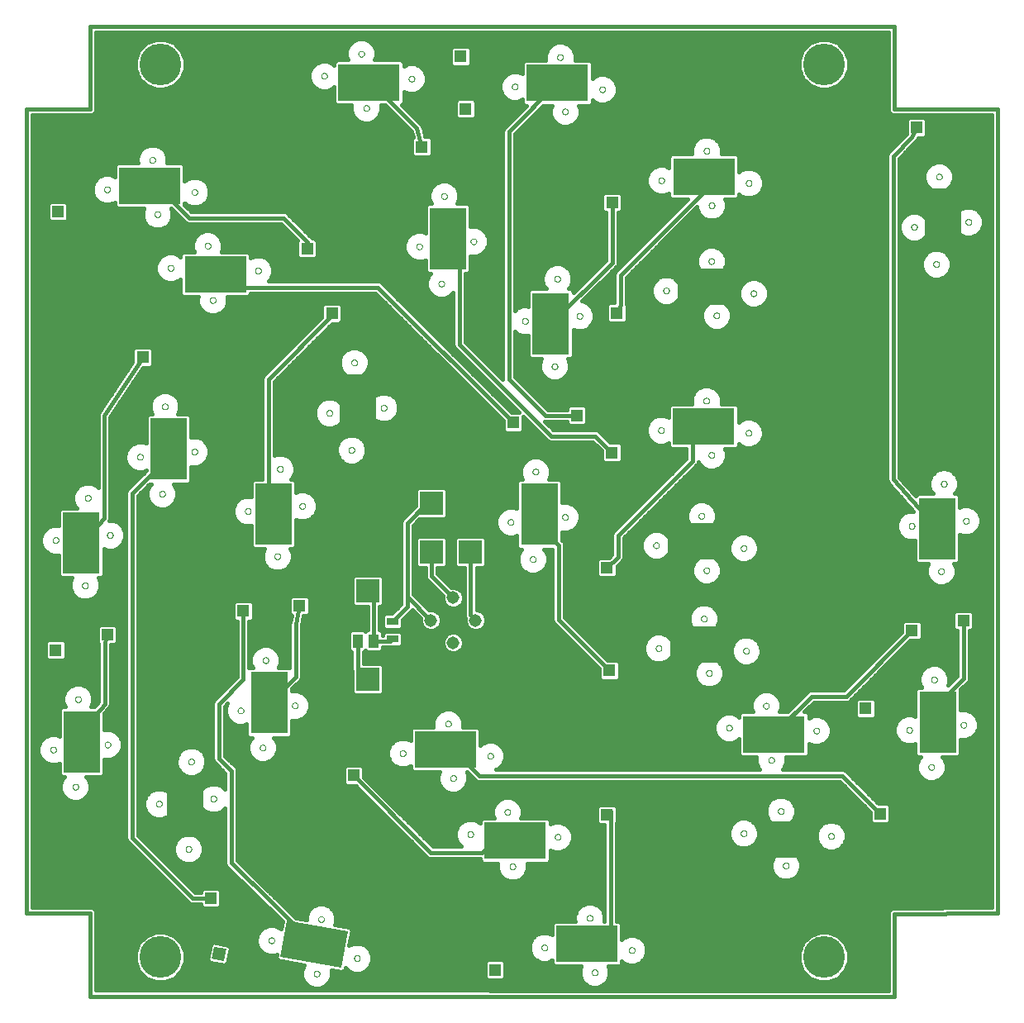
<source format=gtl>
G75*
%MOIN*%
%OFA0B0*%
%FSLAX25Y25*%
%IPPOS*%
%LPD*%
%AMOC8*
5,1,8,0,0,1.08239X$1,22.5*
%
%ADD10R,0.15000X0.25000*%
%ADD11R,0.04992X0.04992*%
%ADD12C,0.00000*%
%ADD13R,0.25000X0.15000*%
%ADD14R,0.04992X0.04992*%
%ADD15R,0.03937X0.05709*%
%ADD16C,0.05150*%
%ADD17R,0.04724X0.03150*%
%ADD18R,0.09449X0.09449*%
%ADD19C,0.01600*%
%ADD20C,0.16835*%
D10*
X0126694Y0143288D03*
X0085174Y0169367D03*
X0160765Y0185115D03*
X0084961Y0249587D03*
X0120213Y0287477D03*
X0162520Y0261320D03*
X0196591Y0305194D03*
X0274331Y0338013D03*
X0232812Y0372359D03*
X0269702Y0261139D03*
X0430237Y0255335D03*
X0430450Y0177320D03*
X0432418Y0380154D03*
D11*
X0421918Y0417154D03*
X0299044Y0386879D03*
X0301013Y0342391D03*
X0284831Y0301013D03*
X0298965Y0286091D03*
X0259202Y0298139D03*
X0296997Y0239635D03*
X0297981Y0198178D03*
X0296997Y0139950D03*
X0251879Y0077430D03*
X0194792Y0155776D03*
X0137194Y0106288D03*
X0074674Y0206367D03*
X0095461Y0212587D03*
X0150265Y0222115D03*
X0173020Y0224320D03*
X0109713Y0324477D03*
X0075540Y0383217D03*
X0176091Y0368414D03*
X0186091Y0342194D03*
X0222312Y0409359D03*
X0239989Y0424674D03*
X0238020Y0445855D03*
X0419950Y0214320D03*
X0440737Y0218335D03*
X0401328Y0182863D03*
X0407233Y0140343D03*
D12*
X0386210Y0131367D02*
X0386212Y0131436D01*
X0386218Y0131504D01*
X0386228Y0131572D01*
X0386242Y0131639D01*
X0386260Y0131706D01*
X0386281Y0131771D01*
X0386307Y0131835D01*
X0386336Y0131897D01*
X0386368Y0131957D01*
X0386404Y0132016D01*
X0386444Y0132072D01*
X0386486Y0132126D01*
X0386532Y0132177D01*
X0386581Y0132226D01*
X0386632Y0132272D01*
X0386686Y0132314D01*
X0386742Y0132354D01*
X0386800Y0132390D01*
X0386861Y0132422D01*
X0386923Y0132451D01*
X0386987Y0132477D01*
X0387052Y0132498D01*
X0387119Y0132516D01*
X0387186Y0132530D01*
X0387254Y0132540D01*
X0387322Y0132546D01*
X0387391Y0132548D01*
X0387460Y0132546D01*
X0387528Y0132540D01*
X0387596Y0132530D01*
X0387663Y0132516D01*
X0387730Y0132498D01*
X0387795Y0132477D01*
X0387859Y0132451D01*
X0387921Y0132422D01*
X0387981Y0132390D01*
X0388040Y0132354D01*
X0388096Y0132314D01*
X0388150Y0132272D01*
X0388201Y0132226D01*
X0388250Y0132177D01*
X0388296Y0132126D01*
X0388338Y0132072D01*
X0388378Y0132016D01*
X0388414Y0131957D01*
X0388446Y0131897D01*
X0388475Y0131835D01*
X0388501Y0131771D01*
X0388522Y0131706D01*
X0388540Y0131639D01*
X0388554Y0131572D01*
X0388564Y0131504D01*
X0388570Y0131436D01*
X0388572Y0131367D01*
X0388570Y0131298D01*
X0388564Y0131230D01*
X0388554Y0131162D01*
X0388540Y0131095D01*
X0388522Y0131028D01*
X0388501Y0130963D01*
X0388475Y0130899D01*
X0388446Y0130837D01*
X0388414Y0130776D01*
X0388378Y0130718D01*
X0388338Y0130662D01*
X0388296Y0130608D01*
X0388250Y0130557D01*
X0388201Y0130508D01*
X0388150Y0130462D01*
X0388096Y0130420D01*
X0388040Y0130380D01*
X0387982Y0130344D01*
X0387921Y0130312D01*
X0387859Y0130283D01*
X0387795Y0130257D01*
X0387730Y0130236D01*
X0387663Y0130218D01*
X0387596Y0130204D01*
X0387528Y0130194D01*
X0387460Y0130188D01*
X0387391Y0130186D01*
X0387322Y0130188D01*
X0387254Y0130194D01*
X0387186Y0130204D01*
X0387119Y0130218D01*
X0387052Y0130236D01*
X0386987Y0130257D01*
X0386923Y0130283D01*
X0386861Y0130312D01*
X0386800Y0130344D01*
X0386742Y0130380D01*
X0386686Y0130420D01*
X0386632Y0130462D01*
X0386581Y0130508D01*
X0386532Y0130557D01*
X0386486Y0130608D01*
X0386444Y0130662D01*
X0386404Y0130718D01*
X0386368Y0130776D01*
X0386336Y0130837D01*
X0386307Y0130899D01*
X0386281Y0130963D01*
X0386260Y0131028D01*
X0386242Y0131095D01*
X0386228Y0131162D01*
X0386218Y0131230D01*
X0386212Y0131298D01*
X0386210Y0131367D01*
X0367942Y0119477D02*
X0367944Y0119546D01*
X0367950Y0119614D01*
X0367960Y0119682D01*
X0367974Y0119749D01*
X0367992Y0119816D01*
X0368013Y0119881D01*
X0368039Y0119945D01*
X0368068Y0120007D01*
X0368100Y0120067D01*
X0368136Y0120126D01*
X0368176Y0120182D01*
X0368218Y0120236D01*
X0368264Y0120287D01*
X0368313Y0120336D01*
X0368364Y0120382D01*
X0368418Y0120424D01*
X0368474Y0120464D01*
X0368532Y0120500D01*
X0368593Y0120532D01*
X0368655Y0120561D01*
X0368719Y0120587D01*
X0368784Y0120608D01*
X0368851Y0120626D01*
X0368918Y0120640D01*
X0368986Y0120650D01*
X0369054Y0120656D01*
X0369123Y0120658D01*
X0369192Y0120656D01*
X0369260Y0120650D01*
X0369328Y0120640D01*
X0369395Y0120626D01*
X0369462Y0120608D01*
X0369527Y0120587D01*
X0369591Y0120561D01*
X0369653Y0120532D01*
X0369713Y0120500D01*
X0369772Y0120464D01*
X0369828Y0120424D01*
X0369882Y0120382D01*
X0369933Y0120336D01*
X0369982Y0120287D01*
X0370028Y0120236D01*
X0370070Y0120182D01*
X0370110Y0120126D01*
X0370146Y0120067D01*
X0370178Y0120007D01*
X0370207Y0119945D01*
X0370233Y0119881D01*
X0370254Y0119816D01*
X0370272Y0119749D01*
X0370286Y0119682D01*
X0370296Y0119614D01*
X0370302Y0119546D01*
X0370304Y0119477D01*
X0370302Y0119408D01*
X0370296Y0119340D01*
X0370286Y0119272D01*
X0370272Y0119205D01*
X0370254Y0119138D01*
X0370233Y0119073D01*
X0370207Y0119009D01*
X0370178Y0118947D01*
X0370146Y0118886D01*
X0370110Y0118828D01*
X0370070Y0118772D01*
X0370028Y0118718D01*
X0369982Y0118667D01*
X0369933Y0118618D01*
X0369882Y0118572D01*
X0369828Y0118530D01*
X0369772Y0118490D01*
X0369714Y0118454D01*
X0369653Y0118422D01*
X0369591Y0118393D01*
X0369527Y0118367D01*
X0369462Y0118346D01*
X0369395Y0118328D01*
X0369328Y0118314D01*
X0369260Y0118304D01*
X0369192Y0118298D01*
X0369123Y0118296D01*
X0369054Y0118298D01*
X0368986Y0118304D01*
X0368918Y0118314D01*
X0368851Y0118328D01*
X0368784Y0118346D01*
X0368719Y0118367D01*
X0368655Y0118393D01*
X0368593Y0118422D01*
X0368532Y0118454D01*
X0368474Y0118490D01*
X0368418Y0118530D01*
X0368364Y0118572D01*
X0368313Y0118618D01*
X0368264Y0118667D01*
X0368218Y0118718D01*
X0368176Y0118772D01*
X0368136Y0118828D01*
X0368100Y0118886D01*
X0368068Y0118947D01*
X0368039Y0119009D01*
X0368013Y0119073D01*
X0367992Y0119138D01*
X0367974Y0119205D01*
X0367960Y0119272D01*
X0367950Y0119340D01*
X0367944Y0119408D01*
X0367942Y0119477D01*
X0350934Y0132469D02*
X0350936Y0132538D01*
X0350942Y0132606D01*
X0350952Y0132674D01*
X0350966Y0132741D01*
X0350984Y0132808D01*
X0351005Y0132873D01*
X0351031Y0132937D01*
X0351060Y0132999D01*
X0351092Y0133059D01*
X0351128Y0133118D01*
X0351168Y0133174D01*
X0351210Y0133228D01*
X0351256Y0133279D01*
X0351305Y0133328D01*
X0351356Y0133374D01*
X0351410Y0133416D01*
X0351466Y0133456D01*
X0351524Y0133492D01*
X0351585Y0133524D01*
X0351647Y0133553D01*
X0351711Y0133579D01*
X0351776Y0133600D01*
X0351843Y0133618D01*
X0351910Y0133632D01*
X0351978Y0133642D01*
X0352046Y0133648D01*
X0352115Y0133650D01*
X0352184Y0133648D01*
X0352252Y0133642D01*
X0352320Y0133632D01*
X0352387Y0133618D01*
X0352454Y0133600D01*
X0352519Y0133579D01*
X0352583Y0133553D01*
X0352645Y0133524D01*
X0352705Y0133492D01*
X0352764Y0133456D01*
X0352820Y0133416D01*
X0352874Y0133374D01*
X0352925Y0133328D01*
X0352974Y0133279D01*
X0353020Y0133228D01*
X0353062Y0133174D01*
X0353102Y0133118D01*
X0353138Y0133059D01*
X0353170Y0132999D01*
X0353199Y0132937D01*
X0353225Y0132873D01*
X0353246Y0132808D01*
X0353264Y0132741D01*
X0353278Y0132674D01*
X0353288Y0132606D01*
X0353294Y0132538D01*
X0353296Y0132469D01*
X0353294Y0132400D01*
X0353288Y0132332D01*
X0353278Y0132264D01*
X0353264Y0132197D01*
X0353246Y0132130D01*
X0353225Y0132065D01*
X0353199Y0132001D01*
X0353170Y0131939D01*
X0353138Y0131878D01*
X0353102Y0131820D01*
X0353062Y0131764D01*
X0353020Y0131710D01*
X0352974Y0131659D01*
X0352925Y0131610D01*
X0352874Y0131564D01*
X0352820Y0131522D01*
X0352764Y0131482D01*
X0352706Y0131446D01*
X0352645Y0131414D01*
X0352583Y0131385D01*
X0352519Y0131359D01*
X0352454Y0131338D01*
X0352387Y0131320D01*
X0352320Y0131306D01*
X0352252Y0131296D01*
X0352184Y0131290D01*
X0352115Y0131288D01*
X0352046Y0131290D01*
X0351978Y0131296D01*
X0351910Y0131306D01*
X0351843Y0131320D01*
X0351776Y0131338D01*
X0351711Y0131359D01*
X0351647Y0131385D01*
X0351585Y0131414D01*
X0351524Y0131446D01*
X0351466Y0131482D01*
X0351410Y0131522D01*
X0351356Y0131564D01*
X0351305Y0131610D01*
X0351256Y0131659D01*
X0351210Y0131710D01*
X0351168Y0131764D01*
X0351128Y0131820D01*
X0351092Y0131878D01*
X0351060Y0131939D01*
X0351031Y0132001D01*
X0351005Y0132065D01*
X0350984Y0132130D01*
X0350966Y0132197D01*
X0350952Y0132264D01*
X0350942Y0132332D01*
X0350936Y0132400D01*
X0350934Y0132469D01*
X0365895Y0141406D02*
X0365897Y0141475D01*
X0365903Y0141543D01*
X0365913Y0141611D01*
X0365927Y0141678D01*
X0365945Y0141745D01*
X0365966Y0141810D01*
X0365992Y0141874D01*
X0366021Y0141936D01*
X0366053Y0141996D01*
X0366089Y0142055D01*
X0366129Y0142111D01*
X0366171Y0142165D01*
X0366217Y0142216D01*
X0366266Y0142265D01*
X0366317Y0142311D01*
X0366371Y0142353D01*
X0366427Y0142393D01*
X0366485Y0142429D01*
X0366546Y0142461D01*
X0366608Y0142490D01*
X0366672Y0142516D01*
X0366737Y0142537D01*
X0366804Y0142555D01*
X0366871Y0142569D01*
X0366939Y0142579D01*
X0367007Y0142585D01*
X0367076Y0142587D01*
X0367145Y0142585D01*
X0367213Y0142579D01*
X0367281Y0142569D01*
X0367348Y0142555D01*
X0367415Y0142537D01*
X0367480Y0142516D01*
X0367544Y0142490D01*
X0367606Y0142461D01*
X0367666Y0142429D01*
X0367725Y0142393D01*
X0367781Y0142353D01*
X0367835Y0142311D01*
X0367886Y0142265D01*
X0367935Y0142216D01*
X0367981Y0142165D01*
X0368023Y0142111D01*
X0368063Y0142055D01*
X0368099Y0141996D01*
X0368131Y0141936D01*
X0368160Y0141874D01*
X0368186Y0141810D01*
X0368207Y0141745D01*
X0368225Y0141678D01*
X0368239Y0141611D01*
X0368249Y0141543D01*
X0368255Y0141475D01*
X0368257Y0141406D01*
X0368255Y0141337D01*
X0368249Y0141269D01*
X0368239Y0141201D01*
X0368225Y0141134D01*
X0368207Y0141067D01*
X0368186Y0141002D01*
X0368160Y0140938D01*
X0368131Y0140876D01*
X0368099Y0140815D01*
X0368063Y0140757D01*
X0368023Y0140701D01*
X0367981Y0140647D01*
X0367935Y0140596D01*
X0367886Y0140547D01*
X0367835Y0140501D01*
X0367781Y0140459D01*
X0367725Y0140419D01*
X0367667Y0140383D01*
X0367606Y0140351D01*
X0367544Y0140322D01*
X0367480Y0140296D01*
X0367415Y0140275D01*
X0367348Y0140257D01*
X0367281Y0140243D01*
X0367213Y0140233D01*
X0367145Y0140227D01*
X0367076Y0140225D01*
X0367007Y0140227D01*
X0366939Y0140233D01*
X0366871Y0140243D01*
X0366804Y0140257D01*
X0366737Y0140275D01*
X0366672Y0140296D01*
X0366608Y0140322D01*
X0366546Y0140351D01*
X0366485Y0140383D01*
X0366427Y0140419D01*
X0366371Y0140459D01*
X0366317Y0140501D01*
X0366266Y0140547D01*
X0366217Y0140596D01*
X0366171Y0140647D01*
X0366129Y0140701D01*
X0366089Y0140757D01*
X0366053Y0140815D01*
X0366021Y0140876D01*
X0365992Y0140938D01*
X0365966Y0141002D01*
X0365945Y0141067D01*
X0365927Y0141134D01*
X0365913Y0141201D01*
X0365903Y0141269D01*
X0365897Y0141337D01*
X0365895Y0141406D01*
X0362036Y0161997D02*
X0362038Y0162066D01*
X0362044Y0162134D01*
X0362054Y0162202D01*
X0362068Y0162269D01*
X0362086Y0162336D01*
X0362107Y0162401D01*
X0362133Y0162465D01*
X0362162Y0162527D01*
X0362194Y0162587D01*
X0362230Y0162646D01*
X0362270Y0162702D01*
X0362312Y0162756D01*
X0362358Y0162807D01*
X0362407Y0162856D01*
X0362458Y0162902D01*
X0362512Y0162944D01*
X0362568Y0162984D01*
X0362626Y0163020D01*
X0362687Y0163052D01*
X0362749Y0163081D01*
X0362813Y0163107D01*
X0362878Y0163128D01*
X0362945Y0163146D01*
X0363012Y0163160D01*
X0363080Y0163170D01*
X0363148Y0163176D01*
X0363217Y0163178D01*
X0363286Y0163176D01*
X0363354Y0163170D01*
X0363422Y0163160D01*
X0363489Y0163146D01*
X0363556Y0163128D01*
X0363621Y0163107D01*
X0363685Y0163081D01*
X0363747Y0163052D01*
X0363807Y0163020D01*
X0363866Y0162984D01*
X0363922Y0162944D01*
X0363976Y0162902D01*
X0364027Y0162856D01*
X0364076Y0162807D01*
X0364122Y0162756D01*
X0364164Y0162702D01*
X0364204Y0162646D01*
X0364240Y0162587D01*
X0364272Y0162527D01*
X0364301Y0162465D01*
X0364327Y0162401D01*
X0364348Y0162336D01*
X0364366Y0162269D01*
X0364380Y0162202D01*
X0364390Y0162134D01*
X0364396Y0162066D01*
X0364398Y0161997D01*
X0364396Y0161928D01*
X0364390Y0161860D01*
X0364380Y0161792D01*
X0364366Y0161725D01*
X0364348Y0161658D01*
X0364327Y0161593D01*
X0364301Y0161529D01*
X0364272Y0161467D01*
X0364240Y0161406D01*
X0364204Y0161348D01*
X0364164Y0161292D01*
X0364122Y0161238D01*
X0364076Y0161187D01*
X0364027Y0161138D01*
X0363976Y0161092D01*
X0363922Y0161050D01*
X0363866Y0161010D01*
X0363808Y0160974D01*
X0363747Y0160942D01*
X0363685Y0160913D01*
X0363621Y0160887D01*
X0363556Y0160866D01*
X0363489Y0160848D01*
X0363422Y0160834D01*
X0363354Y0160824D01*
X0363286Y0160818D01*
X0363217Y0160816D01*
X0363148Y0160818D01*
X0363080Y0160824D01*
X0363012Y0160834D01*
X0362945Y0160848D01*
X0362878Y0160866D01*
X0362813Y0160887D01*
X0362749Y0160913D01*
X0362687Y0160942D01*
X0362626Y0160974D01*
X0362568Y0161010D01*
X0362512Y0161050D01*
X0362458Y0161092D01*
X0362407Y0161138D01*
X0362358Y0161187D01*
X0362312Y0161238D01*
X0362270Y0161292D01*
X0362230Y0161348D01*
X0362194Y0161406D01*
X0362162Y0161467D01*
X0362133Y0161529D01*
X0362107Y0161593D01*
X0362086Y0161658D01*
X0362068Y0161725D01*
X0362054Y0161792D01*
X0362044Y0161860D01*
X0362038Y0161928D01*
X0362036Y0161997D01*
X0345028Y0174989D02*
X0345030Y0175058D01*
X0345036Y0175126D01*
X0345046Y0175194D01*
X0345060Y0175261D01*
X0345078Y0175328D01*
X0345099Y0175393D01*
X0345125Y0175457D01*
X0345154Y0175519D01*
X0345186Y0175579D01*
X0345222Y0175638D01*
X0345262Y0175694D01*
X0345304Y0175748D01*
X0345350Y0175799D01*
X0345399Y0175848D01*
X0345450Y0175894D01*
X0345504Y0175936D01*
X0345560Y0175976D01*
X0345618Y0176012D01*
X0345679Y0176044D01*
X0345741Y0176073D01*
X0345805Y0176099D01*
X0345870Y0176120D01*
X0345937Y0176138D01*
X0346004Y0176152D01*
X0346072Y0176162D01*
X0346140Y0176168D01*
X0346209Y0176170D01*
X0346278Y0176168D01*
X0346346Y0176162D01*
X0346414Y0176152D01*
X0346481Y0176138D01*
X0346548Y0176120D01*
X0346613Y0176099D01*
X0346677Y0176073D01*
X0346739Y0176044D01*
X0346799Y0176012D01*
X0346858Y0175976D01*
X0346914Y0175936D01*
X0346968Y0175894D01*
X0347019Y0175848D01*
X0347068Y0175799D01*
X0347114Y0175748D01*
X0347156Y0175694D01*
X0347196Y0175638D01*
X0347232Y0175579D01*
X0347264Y0175519D01*
X0347293Y0175457D01*
X0347319Y0175393D01*
X0347340Y0175328D01*
X0347358Y0175261D01*
X0347372Y0175194D01*
X0347382Y0175126D01*
X0347388Y0175058D01*
X0347390Y0174989D01*
X0347388Y0174920D01*
X0347382Y0174852D01*
X0347372Y0174784D01*
X0347358Y0174717D01*
X0347340Y0174650D01*
X0347319Y0174585D01*
X0347293Y0174521D01*
X0347264Y0174459D01*
X0347232Y0174398D01*
X0347196Y0174340D01*
X0347156Y0174284D01*
X0347114Y0174230D01*
X0347068Y0174179D01*
X0347019Y0174130D01*
X0346968Y0174084D01*
X0346914Y0174042D01*
X0346858Y0174002D01*
X0346800Y0173966D01*
X0346739Y0173934D01*
X0346677Y0173905D01*
X0346613Y0173879D01*
X0346548Y0173858D01*
X0346481Y0173840D01*
X0346414Y0173826D01*
X0346346Y0173816D01*
X0346278Y0173810D01*
X0346209Y0173808D01*
X0346140Y0173810D01*
X0346072Y0173816D01*
X0346004Y0173826D01*
X0345937Y0173840D01*
X0345870Y0173858D01*
X0345805Y0173879D01*
X0345741Y0173905D01*
X0345679Y0173934D01*
X0345618Y0173966D01*
X0345560Y0174002D01*
X0345504Y0174042D01*
X0345450Y0174084D01*
X0345399Y0174130D01*
X0345350Y0174179D01*
X0345304Y0174230D01*
X0345262Y0174284D01*
X0345222Y0174340D01*
X0345186Y0174398D01*
X0345154Y0174459D01*
X0345125Y0174521D01*
X0345099Y0174585D01*
X0345078Y0174650D01*
X0345060Y0174717D01*
X0345046Y0174784D01*
X0345036Y0174852D01*
X0345030Y0174920D01*
X0345028Y0174989D01*
X0359989Y0183926D02*
X0359991Y0183995D01*
X0359997Y0184063D01*
X0360007Y0184131D01*
X0360021Y0184198D01*
X0360039Y0184265D01*
X0360060Y0184330D01*
X0360086Y0184394D01*
X0360115Y0184456D01*
X0360147Y0184516D01*
X0360183Y0184575D01*
X0360223Y0184631D01*
X0360265Y0184685D01*
X0360311Y0184736D01*
X0360360Y0184785D01*
X0360411Y0184831D01*
X0360465Y0184873D01*
X0360521Y0184913D01*
X0360579Y0184949D01*
X0360640Y0184981D01*
X0360702Y0185010D01*
X0360766Y0185036D01*
X0360831Y0185057D01*
X0360898Y0185075D01*
X0360965Y0185089D01*
X0361033Y0185099D01*
X0361101Y0185105D01*
X0361170Y0185107D01*
X0361239Y0185105D01*
X0361307Y0185099D01*
X0361375Y0185089D01*
X0361442Y0185075D01*
X0361509Y0185057D01*
X0361574Y0185036D01*
X0361638Y0185010D01*
X0361700Y0184981D01*
X0361760Y0184949D01*
X0361819Y0184913D01*
X0361875Y0184873D01*
X0361929Y0184831D01*
X0361980Y0184785D01*
X0362029Y0184736D01*
X0362075Y0184685D01*
X0362117Y0184631D01*
X0362157Y0184575D01*
X0362193Y0184516D01*
X0362225Y0184456D01*
X0362254Y0184394D01*
X0362280Y0184330D01*
X0362301Y0184265D01*
X0362319Y0184198D01*
X0362333Y0184131D01*
X0362343Y0184063D01*
X0362349Y0183995D01*
X0362351Y0183926D01*
X0362349Y0183857D01*
X0362343Y0183789D01*
X0362333Y0183721D01*
X0362319Y0183654D01*
X0362301Y0183587D01*
X0362280Y0183522D01*
X0362254Y0183458D01*
X0362225Y0183396D01*
X0362193Y0183335D01*
X0362157Y0183277D01*
X0362117Y0183221D01*
X0362075Y0183167D01*
X0362029Y0183116D01*
X0361980Y0183067D01*
X0361929Y0183021D01*
X0361875Y0182979D01*
X0361819Y0182939D01*
X0361761Y0182903D01*
X0361700Y0182871D01*
X0361638Y0182842D01*
X0361574Y0182816D01*
X0361509Y0182795D01*
X0361442Y0182777D01*
X0361375Y0182763D01*
X0361307Y0182753D01*
X0361239Y0182747D01*
X0361170Y0182745D01*
X0361101Y0182747D01*
X0361033Y0182753D01*
X0360965Y0182763D01*
X0360898Y0182777D01*
X0360831Y0182795D01*
X0360766Y0182816D01*
X0360702Y0182842D01*
X0360640Y0182871D01*
X0360579Y0182903D01*
X0360521Y0182939D01*
X0360465Y0182979D01*
X0360411Y0183021D01*
X0360360Y0183067D01*
X0360311Y0183116D01*
X0360265Y0183167D01*
X0360223Y0183221D01*
X0360183Y0183277D01*
X0360147Y0183335D01*
X0360115Y0183396D01*
X0360086Y0183458D01*
X0360060Y0183522D01*
X0360039Y0183587D01*
X0360021Y0183654D01*
X0360007Y0183721D01*
X0359997Y0183789D01*
X0359991Y0183857D01*
X0359989Y0183926D01*
X0351918Y0206052D02*
X0351920Y0206121D01*
X0351926Y0206189D01*
X0351936Y0206257D01*
X0351950Y0206324D01*
X0351968Y0206391D01*
X0351989Y0206456D01*
X0352015Y0206520D01*
X0352044Y0206582D01*
X0352076Y0206642D01*
X0352112Y0206701D01*
X0352152Y0206757D01*
X0352194Y0206811D01*
X0352240Y0206862D01*
X0352289Y0206911D01*
X0352340Y0206957D01*
X0352394Y0206999D01*
X0352450Y0207039D01*
X0352508Y0207075D01*
X0352569Y0207107D01*
X0352631Y0207136D01*
X0352695Y0207162D01*
X0352760Y0207183D01*
X0352827Y0207201D01*
X0352894Y0207215D01*
X0352962Y0207225D01*
X0353030Y0207231D01*
X0353099Y0207233D01*
X0353168Y0207231D01*
X0353236Y0207225D01*
X0353304Y0207215D01*
X0353371Y0207201D01*
X0353438Y0207183D01*
X0353503Y0207162D01*
X0353567Y0207136D01*
X0353629Y0207107D01*
X0353689Y0207075D01*
X0353748Y0207039D01*
X0353804Y0206999D01*
X0353858Y0206957D01*
X0353909Y0206911D01*
X0353958Y0206862D01*
X0354004Y0206811D01*
X0354046Y0206757D01*
X0354086Y0206701D01*
X0354122Y0206642D01*
X0354154Y0206582D01*
X0354183Y0206520D01*
X0354209Y0206456D01*
X0354230Y0206391D01*
X0354248Y0206324D01*
X0354262Y0206257D01*
X0354272Y0206189D01*
X0354278Y0206121D01*
X0354280Y0206052D01*
X0354278Y0205983D01*
X0354272Y0205915D01*
X0354262Y0205847D01*
X0354248Y0205780D01*
X0354230Y0205713D01*
X0354209Y0205648D01*
X0354183Y0205584D01*
X0354154Y0205522D01*
X0354122Y0205461D01*
X0354086Y0205403D01*
X0354046Y0205347D01*
X0354004Y0205293D01*
X0353958Y0205242D01*
X0353909Y0205193D01*
X0353858Y0205147D01*
X0353804Y0205105D01*
X0353748Y0205065D01*
X0353690Y0205029D01*
X0353629Y0204997D01*
X0353567Y0204968D01*
X0353503Y0204942D01*
X0353438Y0204921D01*
X0353371Y0204903D01*
X0353304Y0204889D01*
X0353236Y0204879D01*
X0353168Y0204873D01*
X0353099Y0204871D01*
X0353030Y0204873D01*
X0352962Y0204879D01*
X0352894Y0204889D01*
X0352827Y0204903D01*
X0352760Y0204921D01*
X0352695Y0204942D01*
X0352631Y0204968D01*
X0352569Y0204997D01*
X0352508Y0205029D01*
X0352450Y0205065D01*
X0352394Y0205105D01*
X0352340Y0205147D01*
X0352289Y0205193D01*
X0352240Y0205242D01*
X0352194Y0205293D01*
X0352152Y0205347D01*
X0352112Y0205403D01*
X0352076Y0205461D01*
X0352044Y0205522D01*
X0352015Y0205584D01*
X0351989Y0205648D01*
X0351968Y0205713D01*
X0351950Y0205780D01*
X0351936Y0205847D01*
X0351926Y0205915D01*
X0351920Y0205983D01*
X0351918Y0206052D01*
X0336958Y0197115D02*
X0336960Y0197184D01*
X0336966Y0197252D01*
X0336976Y0197320D01*
X0336990Y0197387D01*
X0337008Y0197454D01*
X0337029Y0197519D01*
X0337055Y0197583D01*
X0337084Y0197645D01*
X0337116Y0197705D01*
X0337152Y0197764D01*
X0337192Y0197820D01*
X0337234Y0197874D01*
X0337280Y0197925D01*
X0337329Y0197974D01*
X0337380Y0198020D01*
X0337434Y0198062D01*
X0337490Y0198102D01*
X0337548Y0198138D01*
X0337609Y0198170D01*
X0337671Y0198199D01*
X0337735Y0198225D01*
X0337800Y0198246D01*
X0337867Y0198264D01*
X0337934Y0198278D01*
X0338002Y0198288D01*
X0338070Y0198294D01*
X0338139Y0198296D01*
X0338208Y0198294D01*
X0338276Y0198288D01*
X0338344Y0198278D01*
X0338411Y0198264D01*
X0338478Y0198246D01*
X0338543Y0198225D01*
X0338607Y0198199D01*
X0338669Y0198170D01*
X0338729Y0198138D01*
X0338788Y0198102D01*
X0338844Y0198062D01*
X0338898Y0198020D01*
X0338949Y0197974D01*
X0338998Y0197925D01*
X0339044Y0197874D01*
X0339086Y0197820D01*
X0339126Y0197764D01*
X0339162Y0197705D01*
X0339194Y0197645D01*
X0339223Y0197583D01*
X0339249Y0197519D01*
X0339270Y0197454D01*
X0339288Y0197387D01*
X0339302Y0197320D01*
X0339312Y0197252D01*
X0339318Y0197184D01*
X0339320Y0197115D01*
X0339318Y0197046D01*
X0339312Y0196978D01*
X0339302Y0196910D01*
X0339288Y0196843D01*
X0339270Y0196776D01*
X0339249Y0196711D01*
X0339223Y0196647D01*
X0339194Y0196585D01*
X0339162Y0196524D01*
X0339126Y0196466D01*
X0339086Y0196410D01*
X0339044Y0196356D01*
X0338998Y0196305D01*
X0338949Y0196256D01*
X0338898Y0196210D01*
X0338844Y0196168D01*
X0338788Y0196128D01*
X0338730Y0196092D01*
X0338669Y0196060D01*
X0338607Y0196031D01*
X0338543Y0196005D01*
X0338478Y0195984D01*
X0338411Y0195966D01*
X0338344Y0195952D01*
X0338276Y0195942D01*
X0338208Y0195936D01*
X0338139Y0195934D01*
X0338070Y0195936D01*
X0338002Y0195942D01*
X0337934Y0195952D01*
X0337867Y0195966D01*
X0337800Y0195984D01*
X0337735Y0196005D01*
X0337671Y0196031D01*
X0337609Y0196060D01*
X0337548Y0196092D01*
X0337490Y0196128D01*
X0337434Y0196168D01*
X0337380Y0196210D01*
X0337329Y0196256D01*
X0337280Y0196305D01*
X0337234Y0196356D01*
X0337192Y0196410D01*
X0337152Y0196466D01*
X0337116Y0196524D01*
X0337084Y0196585D01*
X0337055Y0196647D01*
X0337029Y0196711D01*
X0337008Y0196776D01*
X0336990Y0196843D01*
X0336976Y0196910D01*
X0336966Y0196978D01*
X0336960Y0197046D01*
X0336958Y0197115D01*
X0316643Y0207154D02*
X0316645Y0207223D01*
X0316651Y0207291D01*
X0316661Y0207359D01*
X0316675Y0207426D01*
X0316693Y0207493D01*
X0316714Y0207558D01*
X0316740Y0207622D01*
X0316769Y0207684D01*
X0316801Y0207744D01*
X0316837Y0207803D01*
X0316877Y0207859D01*
X0316919Y0207913D01*
X0316965Y0207964D01*
X0317014Y0208013D01*
X0317065Y0208059D01*
X0317119Y0208101D01*
X0317175Y0208141D01*
X0317233Y0208177D01*
X0317294Y0208209D01*
X0317356Y0208238D01*
X0317420Y0208264D01*
X0317485Y0208285D01*
X0317552Y0208303D01*
X0317619Y0208317D01*
X0317687Y0208327D01*
X0317755Y0208333D01*
X0317824Y0208335D01*
X0317893Y0208333D01*
X0317961Y0208327D01*
X0318029Y0208317D01*
X0318096Y0208303D01*
X0318163Y0208285D01*
X0318228Y0208264D01*
X0318292Y0208238D01*
X0318354Y0208209D01*
X0318414Y0208177D01*
X0318473Y0208141D01*
X0318529Y0208101D01*
X0318583Y0208059D01*
X0318634Y0208013D01*
X0318683Y0207964D01*
X0318729Y0207913D01*
X0318771Y0207859D01*
X0318811Y0207803D01*
X0318847Y0207744D01*
X0318879Y0207684D01*
X0318908Y0207622D01*
X0318934Y0207558D01*
X0318955Y0207493D01*
X0318973Y0207426D01*
X0318987Y0207359D01*
X0318997Y0207291D01*
X0319003Y0207223D01*
X0319005Y0207154D01*
X0319003Y0207085D01*
X0318997Y0207017D01*
X0318987Y0206949D01*
X0318973Y0206882D01*
X0318955Y0206815D01*
X0318934Y0206750D01*
X0318908Y0206686D01*
X0318879Y0206624D01*
X0318847Y0206563D01*
X0318811Y0206505D01*
X0318771Y0206449D01*
X0318729Y0206395D01*
X0318683Y0206344D01*
X0318634Y0206295D01*
X0318583Y0206249D01*
X0318529Y0206207D01*
X0318473Y0206167D01*
X0318415Y0206131D01*
X0318354Y0206099D01*
X0318292Y0206070D01*
X0318228Y0206044D01*
X0318163Y0206023D01*
X0318096Y0206005D01*
X0318029Y0205991D01*
X0317961Y0205981D01*
X0317893Y0205975D01*
X0317824Y0205973D01*
X0317755Y0205975D01*
X0317687Y0205981D01*
X0317619Y0205991D01*
X0317552Y0206005D01*
X0317485Y0206023D01*
X0317420Y0206044D01*
X0317356Y0206070D01*
X0317294Y0206099D01*
X0317233Y0206131D01*
X0317175Y0206167D01*
X0317119Y0206207D01*
X0317065Y0206249D01*
X0317014Y0206295D01*
X0316965Y0206344D01*
X0316919Y0206395D01*
X0316877Y0206449D01*
X0316837Y0206505D01*
X0316801Y0206563D01*
X0316769Y0206624D01*
X0316740Y0206686D01*
X0316714Y0206750D01*
X0316693Y0206815D01*
X0316675Y0206882D01*
X0316661Y0206949D01*
X0316651Y0207017D01*
X0316645Y0207085D01*
X0316643Y0207154D01*
X0334910Y0219044D02*
X0334912Y0219113D01*
X0334918Y0219181D01*
X0334928Y0219249D01*
X0334942Y0219316D01*
X0334960Y0219383D01*
X0334981Y0219448D01*
X0335007Y0219512D01*
X0335036Y0219574D01*
X0335068Y0219634D01*
X0335104Y0219693D01*
X0335144Y0219749D01*
X0335186Y0219803D01*
X0335232Y0219854D01*
X0335281Y0219903D01*
X0335332Y0219949D01*
X0335386Y0219991D01*
X0335442Y0220031D01*
X0335500Y0220067D01*
X0335561Y0220099D01*
X0335623Y0220128D01*
X0335687Y0220154D01*
X0335752Y0220175D01*
X0335819Y0220193D01*
X0335886Y0220207D01*
X0335954Y0220217D01*
X0336022Y0220223D01*
X0336091Y0220225D01*
X0336160Y0220223D01*
X0336228Y0220217D01*
X0336296Y0220207D01*
X0336363Y0220193D01*
X0336430Y0220175D01*
X0336495Y0220154D01*
X0336559Y0220128D01*
X0336621Y0220099D01*
X0336681Y0220067D01*
X0336740Y0220031D01*
X0336796Y0219991D01*
X0336850Y0219949D01*
X0336901Y0219903D01*
X0336950Y0219854D01*
X0336996Y0219803D01*
X0337038Y0219749D01*
X0337078Y0219693D01*
X0337114Y0219634D01*
X0337146Y0219574D01*
X0337175Y0219512D01*
X0337201Y0219448D01*
X0337222Y0219383D01*
X0337240Y0219316D01*
X0337254Y0219249D01*
X0337264Y0219181D01*
X0337270Y0219113D01*
X0337272Y0219044D01*
X0337270Y0218975D01*
X0337264Y0218907D01*
X0337254Y0218839D01*
X0337240Y0218772D01*
X0337222Y0218705D01*
X0337201Y0218640D01*
X0337175Y0218576D01*
X0337146Y0218514D01*
X0337114Y0218453D01*
X0337078Y0218395D01*
X0337038Y0218339D01*
X0336996Y0218285D01*
X0336950Y0218234D01*
X0336901Y0218185D01*
X0336850Y0218139D01*
X0336796Y0218097D01*
X0336740Y0218057D01*
X0336682Y0218021D01*
X0336621Y0217989D01*
X0336559Y0217960D01*
X0336495Y0217934D01*
X0336430Y0217913D01*
X0336363Y0217895D01*
X0336296Y0217881D01*
X0336228Y0217871D01*
X0336160Y0217865D01*
X0336091Y0217863D01*
X0336022Y0217865D01*
X0335954Y0217871D01*
X0335886Y0217881D01*
X0335819Y0217895D01*
X0335752Y0217913D01*
X0335687Y0217934D01*
X0335623Y0217960D01*
X0335561Y0217989D01*
X0335500Y0218021D01*
X0335442Y0218057D01*
X0335386Y0218097D01*
X0335332Y0218139D01*
X0335281Y0218185D01*
X0335232Y0218234D01*
X0335186Y0218285D01*
X0335144Y0218339D01*
X0335104Y0218395D01*
X0335068Y0218453D01*
X0335036Y0218514D01*
X0335007Y0218576D01*
X0334981Y0218640D01*
X0334960Y0218705D01*
X0334942Y0218772D01*
X0334928Y0218839D01*
X0334918Y0218907D01*
X0334912Y0218975D01*
X0334910Y0219044D01*
X0335973Y0238572D02*
X0335975Y0238641D01*
X0335981Y0238709D01*
X0335991Y0238777D01*
X0336005Y0238844D01*
X0336023Y0238911D01*
X0336044Y0238976D01*
X0336070Y0239040D01*
X0336099Y0239102D01*
X0336131Y0239162D01*
X0336167Y0239221D01*
X0336207Y0239277D01*
X0336249Y0239331D01*
X0336295Y0239382D01*
X0336344Y0239431D01*
X0336395Y0239477D01*
X0336449Y0239519D01*
X0336505Y0239559D01*
X0336563Y0239595D01*
X0336624Y0239627D01*
X0336686Y0239656D01*
X0336750Y0239682D01*
X0336815Y0239703D01*
X0336882Y0239721D01*
X0336949Y0239735D01*
X0337017Y0239745D01*
X0337085Y0239751D01*
X0337154Y0239753D01*
X0337223Y0239751D01*
X0337291Y0239745D01*
X0337359Y0239735D01*
X0337426Y0239721D01*
X0337493Y0239703D01*
X0337558Y0239682D01*
X0337622Y0239656D01*
X0337684Y0239627D01*
X0337744Y0239595D01*
X0337803Y0239559D01*
X0337859Y0239519D01*
X0337913Y0239477D01*
X0337964Y0239431D01*
X0338013Y0239382D01*
X0338059Y0239331D01*
X0338101Y0239277D01*
X0338141Y0239221D01*
X0338177Y0239162D01*
X0338209Y0239102D01*
X0338238Y0239040D01*
X0338264Y0238976D01*
X0338285Y0238911D01*
X0338303Y0238844D01*
X0338317Y0238777D01*
X0338327Y0238709D01*
X0338333Y0238641D01*
X0338335Y0238572D01*
X0338333Y0238503D01*
X0338327Y0238435D01*
X0338317Y0238367D01*
X0338303Y0238300D01*
X0338285Y0238233D01*
X0338264Y0238168D01*
X0338238Y0238104D01*
X0338209Y0238042D01*
X0338177Y0237981D01*
X0338141Y0237923D01*
X0338101Y0237867D01*
X0338059Y0237813D01*
X0338013Y0237762D01*
X0337964Y0237713D01*
X0337913Y0237667D01*
X0337859Y0237625D01*
X0337803Y0237585D01*
X0337745Y0237549D01*
X0337684Y0237517D01*
X0337622Y0237488D01*
X0337558Y0237462D01*
X0337493Y0237441D01*
X0337426Y0237423D01*
X0337359Y0237409D01*
X0337291Y0237399D01*
X0337223Y0237393D01*
X0337154Y0237391D01*
X0337085Y0237393D01*
X0337017Y0237399D01*
X0336949Y0237409D01*
X0336882Y0237423D01*
X0336815Y0237441D01*
X0336750Y0237462D01*
X0336686Y0237488D01*
X0336624Y0237517D01*
X0336563Y0237549D01*
X0336505Y0237585D01*
X0336449Y0237625D01*
X0336395Y0237667D01*
X0336344Y0237713D01*
X0336295Y0237762D01*
X0336249Y0237813D01*
X0336207Y0237867D01*
X0336167Y0237923D01*
X0336131Y0237981D01*
X0336099Y0238042D01*
X0336070Y0238104D01*
X0336044Y0238168D01*
X0336023Y0238233D01*
X0336005Y0238300D01*
X0335991Y0238367D01*
X0335981Y0238435D01*
X0335975Y0238503D01*
X0335973Y0238572D01*
X0350934Y0247509D02*
X0350936Y0247578D01*
X0350942Y0247646D01*
X0350952Y0247714D01*
X0350966Y0247781D01*
X0350984Y0247848D01*
X0351005Y0247913D01*
X0351031Y0247977D01*
X0351060Y0248039D01*
X0351092Y0248099D01*
X0351128Y0248158D01*
X0351168Y0248214D01*
X0351210Y0248268D01*
X0351256Y0248319D01*
X0351305Y0248368D01*
X0351356Y0248414D01*
X0351410Y0248456D01*
X0351466Y0248496D01*
X0351524Y0248532D01*
X0351585Y0248564D01*
X0351647Y0248593D01*
X0351711Y0248619D01*
X0351776Y0248640D01*
X0351843Y0248658D01*
X0351910Y0248672D01*
X0351978Y0248682D01*
X0352046Y0248688D01*
X0352115Y0248690D01*
X0352184Y0248688D01*
X0352252Y0248682D01*
X0352320Y0248672D01*
X0352387Y0248658D01*
X0352454Y0248640D01*
X0352519Y0248619D01*
X0352583Y0248593D01*
X0352645Y0248564D01*
X0352705Y0248532D01*
X0352764Y0248496D01*
X0352820Y0248456D01*
X0352874Y0248414D01*
X0352925Y0248368D01*
X0352974Y0248319D01*
X0353020Y0248268D01*
X0353062Y0248214D01*
X0353102Y0248158D01*
X0353138Y0248099D01*
X0353170Y0248039D01*
X0353199Y0247977D01*
X0353225Y0247913D01*
X0353246Y0247848D01*
X0353264Y0247781D01*
X0353278Y0247714D01*
X0353288Y0247646D01*
X0353294Y0247578D01*
X0353296Y0247509D01*
X0353294Y0247440D01*
X0353288Y0247372D01*
X0353278Y0247304D01*
X0353264Y0247237D01*
X0353246Y0247170D01*
X0353225Y0247105D01*
X0353199Y0247041D01*
X0353170Y0246979D01*
X0353138Y0246918D01*
X0353102Y0246860D01*
X0353062Y0246804D01*
X0353020Y0246750D01*
X0352974Y0246699D01*
X0352925Y0246650D01*
X0352874Y0246604D01*
X0352820Y0246562D01*
X0352764Y0246522D01*
X0352706Y0246486D01*
X0352645Y0246454D01*
X0352583Y0246425D01*
X0352519Y0246399D01*
X0352454Y0246378D01*
X0352387Y0246360D01*
X0352320Y0246346D01*
X0352252Y0246336D01*
X0352184Y0246330D01*
X0352115Y0246328D01*
X0352046Y0246330D01*
X0351978Y0246336D01*
X0351910Y0246346D01*
X0351843Y0246360D01*
X0351776Y0246378D01*
X0351711Y0246399D01*
X0351647Y0246425D01*
X0351585Y0246454D01*
X0351524Y0246486D01*
X0351466Y0246522D01*
X0351410Y0246562D01*
X0351356Y0246604D01*
X0351305Y0246650D01*
X0351256Y0246699D01*
X0351210Y0246750D01*
X0351168Y0246804D01*
X0351128Y0246860D01*
X0351092Y0246918D01*
X0351060Y0246979D01*
X0351031Y0247041D01*
X0351005Y0247105D01*
X0350984Y0247170D01*
X0350966Y0247237D01*
X0350952Y0247304D01*
X0350942Y0247372D01*
X0350936Y0247440D01*
X0350934Y0247509D01*
X0333926Y0260501D02*
X0333928Y0260570D01*
X0333934Y0260638D01*
X0333944Y0260706D01*
X0333958Y0260773D01*
X0333976Y0260840D01*
X0333997Y0260905D01*
X0334023Y0260969D01*
X0334052Y0261031D01*
X0334084Y0261091D01*
X0334120Y0261150D01*
X0334160Y0261206D01*
X0334202Y0261260D01*
X0334248Y0261311D01*
X0334297Y0261360D01*
X0334348Y0261406D01*
X0334402Y0261448D01*
X0334458Y0261488D01*
X0334516Y0261524D01*
X0334577Y0261556D01*
X0334639Y0261585D01*
X0334703Y0261611D01*
X0334768Y0261632D01*
X0334835Y0261650D01*
X0334902Y0261664D01*
X0334970Y0261674D01*
X0335038Y0261680D01*
X0335107Y0261682D01*
X0335176Y0261680D01*
X0335244Y0261674D01*
X0335312Y0261664D01*
X0335379Y0261650D01*
X0335446Y0261632D01*
X0335511Y0261611D01*
X0335575Y0261585D01*
X0335637Y0261556D01*
X0335697Y0261524D01*
X0335756Y0261488D01*
X0335812Y0261448D01*
X0335866Y0261406D01*
X0335917Y0261360D01*
X0335966Y0261311D01*
X0336012Y0261260D01*
X0336054Y0261206D01*
X0336094Y0261150D01*
X0336130Y0261091D01*
X0336162Y0261031D01*
X0336191Y0260969D01*
X0336217Y0260905D01*
X0336238Y0260840D01*
X0336256Y0260773D01*
X0336270Y0260706D01*
X0336280Y0260638D01*
X0336286Y0260570D01*
X0336288Y0260501D01*
X0336286Y0260432D01*
X0336280Y0260364D01*
X0336270Y0260296D01*
X0336256Y0260229D01*
X0336238Y0260162D01*
X0336217Y0260097D01*
X0336191Y0260033D01*
X0336162Y0259971D01*
X0336130Y0259910D01*
X0336094Y0259852D01*
X0336054Y0259796D01*
X0336012Y0259742D01*
X0335966Y0259691D01*
X0335917Y0259642D01*
X0335866Y0259596D01*
X0335812Y0259554D01*
X0335756Y0259514D01*
X0335698Y0259478D01*
X0335637Y0259446D01*
X0335575Y0259417D01*
X0335511Y0259391D01*
X0335446Y0259370D01*
X0335379Y0259352D01*
X0335312Y0259338D01*
X0335244Y0259328D01*
X0335176Y0259322D01*
X0335107Y0259320D01*
X0335038Y0259322D01*
X0334970Y0259328D01*
X0334902Y0259338D01*
X0334835Y0259352D01*
X0334768Y0259370D01*
X0334703Y0259391D01*
X0334639Y0259417D01*
X0334577Y0259446D01*
X0334516Y0259478D01*
X0334458Y0259514D01*
X0334402Y0259554D01*
X0334348Y0259596D01*
X0334297Y0259642D01*
X0334248Y0259691D01*
X0334202Y0259742D01*
X0334160Y0259796D01*
X0334120Y0259852D01*
X0334084Y0259910D01*
X0334052Y0259971D01*
X0334023Y0260033D01*
X0333997Y0260097D01*
X0333976Y0260162D01*
X0333958Y0260229D01*
X0333944Y0260296D01*
X0333934Y0260364D01*
X0333928Y0260432D01*
X0333926Y0260501D01*
X0315658Y0248611D02*
X0315660Y0248680D01*
X0315666Y0248748D01*
X0315676Y0248816D01*
X0315690Y0248883D01*
X0315708Y0248950D01*
X0315729Y0249015D01*
X0315755Y0249079D01*
X0315784Y0249141D01*
X0315816Y0249201D01*
X0315852Y0249260D01*
X0315892Y0249316D01*
X0315934Y0249370D01*
X0315980Y0249421D01*
X0316029Y0249470D01*
X0316080Y0249516D01*
X0316134Y0249558D01*
X0316190Y0249598D01*
X0316248Y0249634D01*
X0316309Y0249666D01*
X0316371Y0249695D01*
X0316435Y0249721D01*
X0316500Y0249742D01*
X0316567Y0249760D01*
X0316634Y0249774D01*
X0316702Y0249784D01*
X0316770Y0249790D01*
X0316839Y0249792D01*
X0316908Y0249790D01*
X0316976Y0249784D01*
X0317044Y0249774D01*
X0317111Y0249760D01*
X0317178Y0249742D01*
X0317243Y0249721D01*
X0317307Y0249695D01*
X0317369Y0249666D01*
X0317429Y0249634D01*
X0317488Y0249598D01*
X0317544Y0249558D01*
X0317598Y0249516D01*
X0317649Y0249470D01*
X0317698Y0249421D01*
X0317744Y0249370D01*
X0317786Y0249316D01*
X0317826Y0249260D01*
X0317862Y0249201D01*
X0317894Y0249141D01*
X0317923Y0249079D01*
X0317949Y0249015D01*
X0317970Y0248950D01*
X0317988Y0248883D01*
X0318002Y0248816D01*
X0318012Y0248748D01*
X0318018Y0248680D01*
X0318020Y0248611D01*
X0318018Y0248542D01*
X0318012Y0248474D01*
X0318002Y0248406D01*
X0317988Y0248339D01*
X0317970Y0248272D01*
X0317949Y0248207D01*
X0317923Y0248143D01*
X0317894Y0248081D01*
X0317862Y0248020D01*
X0317826Y0247962D01*
X0317786Y0247906D01*
X0317744Y0247852D01*
X0317698Y0247801D01*
X0317649Y0247752D01*
X0317598Y0247706D01*
X0317544Y0247664D01*
X0317488Y0247624D01*
X0317430Y0247588D01*
X0317369Y0247556D01*
X0317307Y0247527D01*
X0317243Y0247501D01*
X0317178Y0247480D01*
X0317111Y0247462D01*
X0317044Y0247448D01*
X0316976Y0247438D01*
X0316908Y0247432D01*
X0316839Y0247430D01*
X0316770Y0247432D01*
X0316702Y0247438D01*
X0316634Y0247448D01*
X0316567Y0247462D01*
X0316500Y0247480D01*
X0316435Y0247501D01*
X0316371Y0247527D01*
X0316309Y0247556D01*
X0316248Y0247588D01*
X0316190Y0247624D01*
X0316134Y0247664D01*
X0316080Y0247706D01*
X0316029Y0247752D01*
X0315980Y0247801D01*
X0315934Y0247852D01*
X0315892Y0247906D01*
X0315852Y0247962D01*
X0315816Y0248020D01*
X0315784Y0248081D01*
X0315755Y0248143D01*
X0315729Y0248207D01*
X0315708Y0248272D01*
X0315690Y0248339D01*
X0315676Y0248406D01*
X0315666Y0248474D01*
X0315660Y0248542D01*
X0315658Y0248611D01*
X0278887Y0260028D02*
X0278889Y0260097D01*
X0278895Y0260165D01*
X0278905Y0260233D01*
X0278919Y0260300D01*
X0278937Y0260367D01*
X0278958Y0260432D01*
X0278984Y0260496D01*
X0279013Y0260558D01*
X0279045Y0260618D01*
X0279081Y0260677D01*
X0279121Y0260733D01*
X0279163Y0260787D01*
X0279209Y0260838D01*
X0279258Y0260887D01*
X0279309Y0260933D01*
X0279363Y0260975D01*
X0279419Y0261015D01*
X0279477Y0261051D01*
X0279538Y0261083D01*
X0279600Y0261112D01*
X0279664Y0261138D01*
X0279729Y0261159D01*
X0279796Y0261177D01*
X0279863Y0261191D01*
X0279931Y0261201D01*
X0279999Y0261207D01*
X0280068Y0261209D01*
X0280137Y0261207D01*
X0280205Y0261201D01*
X0280273Y0261191D01*
X0280340Y0261177D01*
X0280407Y0261159D01*
X0280472Y0261138D01*
X0280536Y0261112D01*
X0280598Y0261083D01*
X0280658Y0261051D01*
X0280717Y0261015D01*
X0280773Y0260975D01*
X0280827Y0260933D01*
X0280878Y0260887D01*
X0280927Y0260838D01*
X0280973Y0260787D01*
X0281015Y0260733D01*
X0281055Y0260677D01*
X0281091Y0260618D01*
X0281123Y0260558D01*
X0281152Y0260496D01*
X0281178Y0260432D01*
X0281199Y0260367D01*
X0281217Y0260300D01*
X0281231Y0260233D01*
X0281241Y0260165D01*
X0281247Y0260097D01*
X0281249Y0260028D01*
X0281247Y0259959D01*
X0281241Y0259891D01*
X0281231Y0259823D01*
X0281217Y0259756D01*
X0281199Y0259689D01*
X0281178Y0259624D01*
X0281152Y0259560D01*
X0281123Y0259498D01*
X0281091Y0259437D01*
X0281055Y0259379D01*
X0281015Y0259323D01*
X0280973Y0259269D01*
X0280927Y0259218D01*
X0280878Y0259169D01*
X0280827Y0259123D01*
X0280773Y0259081D01*
X0280717Y0259041D01*
X0280659Y0259005D01*
X0280598Y0258973D01*
X0280536Y0258944D01*
X0280472Y0258918D01*
X0280407Y0258897D01*
X0280340Y0258879D01*
X0280273Y0258865D01*
X0280205Y0258855D01*
X0280137Y0258849D01*
X0280068Y0258847D01*
X0279999Y0258849D01*
X0279931Y0258855D01*
X0279863Y0258865D01*
X0279796Y0258879D01*
X0279729Y0258897D01*
X0279664Y0258918D01*
X0279600Y0258944D01*
X0279538Y0258973D01*
X0279477Y0259005D01*
X0279419Y0259041D01*
X0279363Y0259081D01*
X0279309Y0259123D01*
X0279258Y0259169D01*
X0279209Y0259218D01*
X0279163Y0259269D01*
X0279121Y0259323D01*
X0279081Y0259379D01*
X0279045Y0259437D01*
X0279013Y0259498D01*
X0278984Y0259560D01*
X0278958Y0259624D01*
X0278937Y0259689D01*
X0278919Y0259756D01*
X0278905Y0259823D01*
X0278895Y0259891D01*
X0278889Y0259959D01*
X0278887Y0260028D01*
X0256958Y0257981D02*
X0256960Y0258050D01*
X0256966Y0258118D01*
X0256976Y0258186D01*
X0256990Y0258253D01*
X0257008Y0258320D01*
X0257029Y0258385D01*
X0257055Y0258449D01*
X0257084Y0258511D01*
X0257116Y0258571D01*
X0257152Y0258630D01*
X0257192Y0258686D01*
X0257234Y0258740D01*
X0257280Y0258791D01*
X0257329Y0258840D01*
X0257380Y0258886D01*
X0257434Y0258928D01*
X0257490Y0258968D01*
X0257548Y0259004D01*
X0257609Y0259036D01*
X0257671Y0259065D01*
X0257735Y0259091D01*
X0257800Y0259112D01*
X0257867Y0259130D01*
X0257934Y0259144D01*
X0258002Y0259154D01*
X0258070Y0259160D01*
X0258139Y0259162D01*
X0258208Y0259160D01*
X0258276Y0259154D01*
X0258344Y0259144D01*
X0258411Y0259130D01*
X0258478Y0259112D01*
X0258543Y0259091D01*
X0258607Y0259065D01*
X0258669Y0259036D01*
X0258729Y0259004D01*
X0258788Y0258968D01*
X0258844Y0258928D01*
X0258898Y0258886D01*
X0258949Y0258840D01*
X0258998Y0258791D01*
X0259044Y0258740D01*
X0259086Y0258686D01*
X0259126Y0258630D01*
X0259162Y0258571D01*
X0259194Y0258511D01*
X0259223Y0258449D01*
X0259249Y0258385D01*
X0259270Y0258320D01*
X0259288Y0258253D01*
X0259302Y0258186D01*
X0259312Y0258118D01*
X0259318Y0258050D01*
X0259320Y0257981D01*
X0259318Y0257912D01*
X0259312Y0257844D01*
X0259302Y0257776D01*
X0259288Y0257709D01*
X0259270Y0257642D01*
X0259249Y0257577D01*
X0259223Y0257513D01*
X0259194Y0257451D01*
X0259162Y0257390D01*
X0259126Y0257332D01*
X0259086Y0257276D01*
X0259044Y0257222D01*
X0258998Y0257171D01*
X0258949Y0257122D01*
X0258898Y0257076D01*
X0258844Y0257034D01*
X0258788Y0256994D01*
X0258730Y0256958D01*
X0258669Y0256926D01*
X0258607Y0256897D01*
X0258543Y0256871D01*
X0258478Y0256850D01*
X0258411Y0256832D01*
X0258344Y0256818D01*
X0258276Y0256808D01*
X0258208Y0256802D01*
X0258139Y0256800D01*
X0258070Y0256802D01*
X0258002Y0256808D01*
X0257934Y0256818D01*
X0257867Y0256832D01*
X0257800Y0256850D01*
X0257735Y0256871D01*
X0257671Y0256897D01*
X0257609Y0256926D01*
X0257548Y0256958D01*
X0257490Y0256994D01*
X0257434Y0257034D01*
X0257380Y0257076D01*
X0257329Y0257122D01*
X0257280Y0257171D01*
X0257234Y0257222D01*
X0257192Y0257276D01*
X0257152Y0257332D01*
X0257116Y0257390D01*
X0257084Y0257451D01*
X0257055Y0257513D01*
X0257029Y0257577D01*
X0257008Y0257642D01*
X0256990Y0257709D01*
X0256976Y0257776D01*
X0256966Y0257844D01*
X0256960Y0257912D01*
X0256958Y0257981D01*
X0265895Y0243020D02*
X0265897Y0243089D01*
X0265903Y0243157D01*
X0265913Y0243225D01*
X0265927Y0243292D01*
X0265945Y0243359D01*
X0265966Y0243424D01*
X0265992Y0243488D01*
X0266021Y0243550D01*
X0266053Y0243610D01*
X0266089Y0243669D01*
X0266129Y0243725D01*
X0266171Y0243779D01*
X0266217Y0243830D01*
X0266266Y0243879D01*
X0266317Y0243925D01*
X0266371Y0243967D01*
X0266427Y0244007D01*
X0266485Y0244043D01*
X0266546Y0244075D01*
X0266608Y0244104D01*
X0266672Y0244130D01*
X0266737Y0244151D01*
X0266804Y0244169D01*
X0266871Y0244183D01*
X0266939Y0244193D01*
X0267007Y0244199D01*
X0267076Y0244201D01*
X0267145Y0244199D01*
X0267213Y0244193D01*
X0267281Y0244183D01*
X0267348Y0244169D01*
X0267415Y0244151D01*
X0267480Y0244130D01*
X0267544Y0244104D01*
X0267606Y0244075D01*
X0267666Y0244043D01*
X0267725Y0244007D01*
X0267781Y0243967D01*
X0267835Y0243925D01*
X0267886Y0243879D01*
X0267935Y0243830D01*
X0267981Y0243779D01*
X0268023Y0243725D01*
X0268063Y0243669D01*
X0268099Y0243610D01*
X0268131Y0243550D01*
X0268160Y0243488D01*
X0268186Y0243424D01*
X0268207Y0243359D01*
X0268225Y0243292D01*
X0268239Y0243225D01*
X0268249Y0243157D01*
X0268255Y0243089D01*
X0268257Y0243020D01*
X0268255Y0242951D01*
X0268249Y0242883D01*
X0268239Y0242815D01*
X0268225Y0242748D01*
X0268207Y0242681D01*
X0268186Y0242616D01*
X0268160Y0242552D01*
X0268131Y0242490D01*
X0268099Y0242429D01*
X0268063Y0242371D01*
X0268023Y0242315D01*
X0267981Y0242261D01*
X0267935Y0242210D01*
X0267886Y0242161D01*
X0267835Y0242115D01*
X0267781Y0242073D01*
X0267725Y0242033D01*
X0267667Y0241997D01*
X0267606Y0241965D01*
X0267544Y0241936D01*
X0267480Y0241910D01*
X0267415Y0241889D01*
X0267348Y0241871D01*
X0267281Y0241857D01*
X0267213Y0241847D01*
X0267145Y0241841D01*
X0267076Y0241839D01*
X0267007Y0241841D01*
X0266939Y0241847D01*
X0266871Y0241857D01*
X0266804Y0241871D01*
X0266737Y0241889D01*
X0266672Y0241910D01*
X0266608Y0241936D01*
X0266546Y0241965D01*
X0266485Y0241997D01*
X0266427Y0242033D01*
X0266371Y0242073D01*
X0266317Y0242115D01*
X0266266Y0242161D01*
X0266217Y0242210D01*
X0266171Y0242261D01*
X0266129Y0242315D01*
X0266089Y0242371D01*
X0266053Y0242429D01*
X0266021Y0242490D01*
X0265992Y0242552D01*
X0265966Y0242616D01*
X0265945Y0242681D01*
X0265927Y0242748D01*
X0265913Y0242815D01*
X0265903Y0242883D01*
X0265897Y0242951D01*
X0265895Y0243020D01*
X0266997Y0278296D02*
X0266999Y0278365D01*
X0267005Y0278433D01*
X0267015Y0278501D01*
X0267029Y0278568D01*
X0267047Y0278635D01*
X0267068Y0278700D01*
X0267094Y0278764D01*
X0267123Y0278826D01*
X0267155Y0278886D01*
X0267191Y0278945D01*
X0267231Y0279001D01*
X0267273Y0279055D01*
X0267319Y0279106D01*
X0267368Y0279155D01*
X0267419Y0279201D01*
X0267473Y0279243D01*
X0267529Y0279283D01*
X0267587Y0279319D01*
X0267648Y0279351D01*
X0267710Y0279380D01*
X0267774Y0279406D01*
X0267839Y0279427D01*
X0267906Y0279445D01*
X0267973Y0279459D01*
X0268041Y0279469D01*
X0268109Y0279475D01*
X0268178Y0279477D01*
X0268247Y0279475D01*
X0268315Y0279469D01*
X0268383Y0279459D01*
X0268450Y0279445D01*
X0268517Y0279427D01*
X0268582Y0279406D01*
X0268646Y0279380D01*
X0268708Y0279351D01*
X0268768Y0279319D01*
X0268827Y0279283D01*
X0268883Y0279243D01*
X0268937Y0279201D01*
X0268988Y0279155D01*
X0269037Y0279106D01*
X0269083Y0279055D01*
X0269125Y0279001D01*
X0269165Y0278945D01*
X0269201Y0278886D01*
X0269233Y0278826D01*
X0269262Y0278764D01*
X0269288Y0278700D01*
X0269309Y0278635D01*
X0269327Y0278568D01*
X0269341Y0278501D01*
X0269351Y0278433D01*
X0269357Y0278365D01*
X0269359Y0278296D01*
X0269357Y0278227D01*
X0269351Y0278159D01*
X0269341Y0278091D01*
X0269327Y0278024D01*
X0269309Y0277957D01*
X0269288Y0277892D01*
X0269262Y0277828D01*
X0269233Y0277766D01*
X0269201Y0277705D01*
X0269165Y0277647D01*
X0269125Y0277591D01*
X0269083Y0277537D01*
X0269037Y0277486D01*
X0268988Y0277437D01*
X0268937Y0277391D01*
X0268883Y0277349D01*
X0268827Y0277309D01*
X0268769Y0277273D01*
X0268708Y0277241D01*
X0268646Y0277212D01*
X0268582Y0277186D01*
X0268517Y0277165D01*
X0268450Y0277147D01*
X0268383Y0277133D01*
X0268315Y0277123D01*
X0268247Y0277117D01*
X0268178Y0277115D01*
X0268109Y0277117D01*
X0268041Y0277123D01*
X0267973Y0277133D01*
X0267906Y0277147D01*
X0267839Y0277165D01*
X0267774Y0277186D01*
X0267710Y0277212D01*
X0267648Y0277241D01*
X0267587Y0277273D01*
X0267529Y0277309D01*
X0267473Y0277349D01*
X0267419Y0277391D01*
X0267368Y0277437D01*
X0267319Y0277486D01*
X0267273Y0277537D01*
X0267231Y0277591D01*
X0267191Y0277647D01*
X0267155Y0277705D01*
X0267123Y0277766D01*
X0267094Y0277828D01*
X0267068Y0277892D01*
X0267047Y0277957D01*
X0267029Y0278024D01*
X0267015Y0278091D01*
X0267005Y0278159D01*
X0266999Y0278227D01*
X0266997Y0278296D01*
X0274674Y0320855D02*
X0274676Y0320924D01*
X0274682Y0320992D01*
X0274692Y0321060D01*
X0274706Y0321127D01*
X0274724Y0321194D01*
X0274745Y0321259D01*
X0274771Y0321323D01*
X0274800Y0321385D01*
X0274832Y0321445D01*
X0274868Y0321504D01*
X0274908Y0321560D01*
X0274950Y0321614D01*
X0274996Y0321665D01*
X0275045Y0321714D01*
X0275096Y0321760D01*
X0275150Y0321802D01*
X0275206Y0321842D01*
X0275264Y0321878D01*
X0275325Y0321910D01*
X0275387Y0321939D01*
X0275451Y0321965D01*
X0275516Y0321986D01*
X0275583Y0322004D01*
X0275650Y0322018D01*
X0275718Y0322028D01*
X0275786Y0322034D01*
X0275855Y0322036D01*
X0275924Y0322034D01*
X0275992Y0322028D01*
X0276060Y0322018D01*
X0276127Y0322004D01*
X0276194Y0321986D01*
X0276259Y0321965D01*
X0276323Y0321939D01*
X0276385Y0321910D01*
X0276445Y0321878D01*
X0276504Y0321842D01*
X0276560Y0321802D01*
X0276614Y0321760D01*
X0276665Y0321714D01*
X0276714Y0321665D01*
X0276760Y0321614D01*
X0276802Y0321560D01*
X0276842Y0321504D01*
X0276878Y0321445D01*
X0276910Y0321385D01*
X0276939Y0321323D01*
X0276965Y0321259D01*
X0276986Y0321194D01*
X0277004Y0321127D01*
X0277018Y0321060D01*
X0277028Y0320992D01*
X0277034Y0320924D01*
X0277036Y0320855D01*
X0277034Y0320786D01*
X0277028Y0320718D01*
X0277018Y0320650D01*
X0277004Y0320583D01*
X0276986Y0320516D01*
X0276965Y0320451D01*
X0276939Y0320387D01*
X0276910Y0320325D01*
X0276878Y0320264D01*
X0276842Y0320206D01*
X0276802Y0320150D01*
X0276760Y0320096D01*
X0276714Y0320045D01*
X0276665Y0319996D01*
X0276614Y0319950D01*
X0276560Y0319908D01*
X0276504Y0319868D01*
X0276446Y0319832D01*
X0276385Y0319800D01*
X0276323Y0319771D01*
X0276259Y0319745D01*
X0276194Y0319724D01*
X0276127Y0319706D01*
X0276060Y0319692D01*
X0275992Y0319682D01*
X0275924Y0319676D01*
X0275855Y0319674D01*
X0275786Y0319676D01*
X0275718Y0319682D01*
X0275650Y0319692D01*
X0275583Y0319706D01*
X0275516Y0319724D01*
X0275451Y0319745D01*
X0275387Y0319771D01*
X0275325Y0319800D01*
X0275264Y0319832D01*
X0275206Y0319868D01*
X0275150Y0319908D01*
X0275096Y0319950D01*
X0275045Y0319996D01*
X0274996Y0320045D01*
X0274950Y0320096D01*
X0274908Y0320150D01*
X0274868Y0320206D01*
X0274832Y0320264D01*
X0274800Y0320325D01*
X0274771Y0320387D01*
X0274745Y0320451D01*
X0274724Y0320516D01*
X0274706Y0320583D01*
X0274692Y0320650D01*
X0274682Y0320718D01*
X0274676Y0320786D01*
X0274674Y0320855D01*
X0262784Y0339123D02*
X0262786Y0339192D01*
X0262792Y0339260D01*
X0262802Y0339328D01*
X0262816Y0339395D01*
X0262834Y0339462D01*
X0262855Y0339527D01*
X0262881Y0339591D01*
X0262910Y0339653D01*
X0262942Y0339713D01*
X0262978Y0339772D01*
X0263018Y0339828D01*
X0263060Y0339882D01*
X0263106Y0339933D01*
X0263155Y0339982D01*
X0263206Y0340028D01*
X0263260Y0340070D01*
X0263316Y0340110D01*
X0263374Y0340146D01*
X0263435Y0340178D01*
X0263497Y0340207D01*
X0263561Y0340233D01*
X0263626Y0340254D01*
X0263693Y0340272D01*
X0263760Y0340286D01*
X0263828Y0340296D01*
X0263896Y0340302D01*
X0263965Y0340304D01*
X0264034Y0340302D01*
X0264102Y0340296D01*
X0264170Y0340286D01*
X0264237Y0340272D01*
X0264304Y0340254D01*
X0264369Y0340233D01*
X0264433Y0340207D01*
X0264495Y0340178D01*
X0264555Y0340146D01*
X0264614Y0340110D01*
X0264670Y0340070D01*
X0264724Y0340028D01*
X0264775Y0339982D01*
X0264824Y0339933D01*
X0264870Y0339882D01*
X0264912Y0339828D01*
X0264952Y0339772D01*
X0264988Y0339713D01*
X0265020Y0339653D01*
X0265049Y0339591D01*
X0265075Y0339527D01*
X0265096Y0339462D01*
X0265114Y0339395D01*
X0265128Y0339328D01*
X0265138Y0339260D01*
X0265144Y0339192D01*
X0265146Y0339123D01*
X0265144Y0339054D01*
X0265138Y0338986D01*
X0265128Y0338918D01*
X0265114Y0338851D01*
X0265096Y0338784D01*
X0265075Y0338719D01*
X0265049Y0338655D01*
X0265020Y0338593D01*
X0264988Y0338532D01*
X0264952Y0338474D01*
X0264912Y0338418D01*
X0264870Y0338364D01*
X0264824Y0338313D01*
X0264775Y0338264D01*
X0264724Y0338218D01*
X0264670Y0338176D01*
X0264614Y0338136D01*
X0264556Y0338100D01*
X0264495Y0338068D01*
X0264433Y0338039D01*
X0264369Y0338013D01*
X0264304Y0337992D01*
X0264237Y0337974D01*
X0264170Y0337960D01*
X0264102Y0337950D01*
X0264034Y0337944D01*
X0263965Y0337942D01*
X0263896Y0337944D01*
X0263828Y0337950D01*
X0263760Y0337960D01*
X0263693Y0337974D01*
X0263626Y0337992D01*
X0263561Y0338013D01*
X0263497Y0338039D01*
X0263435Y0338068D01*
X0263374Y0338100D01*
X0263316Y0338136D01*
X0263260Y0338176D01*
X0263206Y0338218D01*
X0263155Y0338264D01*
X0263106Y0338313D01*
X0263060Y0338364D01*
X0263018Y0338418D01*
X0262978Y0338474D01*
X0262942Y0338532D01*
X0262910Y0338593D01*
X0262881Y0338655D01*
X0262855Y0338719D01*
X0262834Y0338784D01*
X0262816Y0338851D01*
X0262802Y0338918D01*
X0262792Y0338986D01*
X0262786Y0339054D01*
X0262784Y0339123D01*
X0275776Y0356131D02*
X0275778Y0356200D01*
X0275784Y0356268D01*
X0275794Y0356336D01*
X0275808Y0356403D01*
X0275826Y0356470D01*
X0275847Y0356535D01*
X0275873Y0356599D01*
X0275902Y0356661D01*
X0275934Y0356721D01*
X0275970Y0356780D01*
X0276010Y0356836D01*
X0276052Y0356890D01*
X0276098Y0356941D01*
X0276147Y0356990D01*
X0276198Y0357036D01*
X0276252Y0357078D01*
X0276308Y0357118D01*
X0276366Y0357154D01*
X0276427Y0357186D01*
X0276489Y0357215D01*
X0276553Y0357241D01*
X0276618Y0357262D01*
X0276685Y0357280D01*
X0276752Y0357294D01*
X0276820Y0357304D01*
X0276888Y0357310D01*
X0276957Y0357312D01*
X0277026Y0357310D01*
X0277094Y0357304D01*
X0277162Y0357294D01*
X0277229Y0357280D01*
X0277296Y0357262D01*
X0277361Y0357241D01*
X0277425Y0357215D01*
X0277487Y0357186D01*
X0277547Y0357154D01*
X0277606Y0357118D01*
X0277662Y0357078D01*
X0277716Y0357036D01*
X0277767Y0356990D01*
X0277816Y0356941D01*
X0277862Y0356890D01*
X0277904Y0356836D01*
X0277944Y0356780D01*
X0277980Y0356721D01*
X0278012Y0356661D01*
X0278041Y0356599D01*
X0278067Y0356535D01*
X0278088Y0356470D01*
X0278106Y0356403D01*
X0278120Y0356336D01*
X0278130Y0356268D01*
X0278136Y0356200D01*
X0278138Y0356131D01*
X0278136Y0356062D01*
X0278130Y0355994D01*
X0278120Y0355926D01*
X0278106Y0355859D01*
X0278088Y0355792D01*
X0278067Y0355727D01*
X0278041Y0355663D01*
X0278012Y0355601D01*
X0277980Y0355540D01*
X0277944Y0355482D01*
X0277904Y0355426D01*
X0277862Y0355372D01*
X0277816Y0355321D01*
X0277767Y0355272D01*
X0277716Y0355226D01*
X0277662Y0355184D01*
X0277606Y0355144D01*
X0277548Y0355108D01*
X0277487Y0355076D01*
X0277425Y0355047D01*
X0277361Y0355021D01*
X0277296Y0355000D01*
X0277229Y0354982D01*
X0277162Y0354968D01*
X0277094Y0354958D01*
X0277026Y0354952D01*
X0276957Y0354950D01*
X0276888Y0354952D01*
X0276820Y0354958D01*
X0276752Y0354968D01*
X0276685Y0354982D01*
X0276618Y0355000D01*
X0276553Y0355021D01*
X0276489Y0355047D01*
X0276427Y0355076D01*
X0276366Y0355108D01*
X0276308Y0355144D01*
X0276252Y0355184D01*
X0276198Y0355226D01*
X0276147Y0355272D01*
X0276098Y0355321D01*
X0276052Y0355372D01*
X0276010Y0355426D01*
X0275970Y0355482D01*
X0275934Y0355540D01*
X0275902Y0355601D01*
X0275873Y0355663D01*
X0275847Y0355727D01*
X0275826Y0355792D01*
X0275808Y0355859D01*
X0275794Y0355926D01*
X0275784Y0355994D01*
X0275778Y0356062D01*
X0275776Y0356131D01*
X0284713Y0341170D02*
X0284715Y0341239D01*
X0284721Y0341307D01*
X0284731Y0341375D01*
X0284745Y0341442D01*
X0284763Y0341509D01*
X0284784Y0341574D01*
X0284810Y0341638D01*
X0284839Y0341700D01*
X0284871Y0341760D01*
X0284907Y0341819D01*
X0284947Y0341875D01*
X0284989Y0341929D01*
X0285035Y0341980D01*
X0285084Y0342029D01*
X0285135Y0342075D01*
X0285189Y0342117D01*
X0285245Y0342157D01*
X0285303Y0342193D01*
X0285364Y0342225D01*
X0285426Y0342254D01*
X0285490Y0342280D01*
X0285555Y0342301D01*
X0285622Y0342319D01*
X0285689Y0342333D01*
X0285757Y0342343D01*
X0285825Y0342349D01*
X0285894Y0342351D01*
X0285963Y0342349D01*
X0286031Y0342343D01*
X0286099Y0342333D01*
X0286166Y0342319D01*
X0286233Y0342301D01*
X0286298Y0342280D01*
X0286362Y0342254D01*
X0286424Y0342225D01*
X0286484Y0342193D01*
X0286543Y0342157D01*
X0286599Y0342117D01*
X0286653Y0342075D01*
X0286704Y0342029D01*
X0286753Y0341980D01*
X0286799Y0341929D01*
X0286841Y0341875D01*
X0286881Y0341819D01*
X0286917Y0341760D01*
X0286949Y0341700D01*
X0286978Y0341638D01*
X0287004Y0341574D01*
X0287025Y0341509D01*
X0287043Y0341442D01*
X0287057Y0341375D01*
X0287067Y0341307D01*
X0287073Y0341239D01*
X0287075Y0341170D01*
X0287073Y0341101D01*
X0287067Y0341033D01*
X0287057Y0340965D01*
X0287043Y0340898D01*
X0287025Y0340831D01*
X0287004Y0340766D01*
X0286978Y0340702D01*
X0286949Y0340640D01*
X0286917Y0340579D01*
X0286881Y0340521D01*
X0286841Y0340465D01*
X0286799Y0340411D01*
X0286753Y0340360D01*
X0286704Y0340311D01*
X0286653Y0340265D01*
X0286599Y0340223D01*
X0286543Y0340183D01*
X0286485Y0340147D01*
X0286424Y0340115D01*
X0286362Y0340086D01*
X0286298Y0340060D01*
X0286233Y0340039D01*
X0286166Y0340021D01*
X0286099Y0340007D01*
X0286031Y0339997D01*
X0285963Y0339991D01*
X0285894Y0339989D01*
X0285825Y0339991D01*
X0285757Y0339997D01*
X0285689Y0340007D01*
X0285622Y0340021D01*
X0285555Y0340039D01*
X0285490Y0340060D01*
X0285426Y0340086D01*
X0285364Y0340115D01*
X0285303Y0340147D01*
X0285245Y0340183D01*
X0285189Y0340223D01*
X0285135Y0340265D01*
X0285084Y0340311D01*
X0285035Y0340360D01*
X0284989Y0340411D01*
X0284947Y0340465D01*
X0284907Y0340521D01*
X0284871Y0340579D01*
X0284839Y0340640D01*
X0284810Y0340702D01*
X0284784Y0340766D01*
X0284763Y0340831D01*
X0284745Y0340898D01*
X0284731Y0340965D01*
X0284721Y0341033D01*
X0284715Y0341101D01*
X0284713Y0341170D01*
X0319674Y0351367D02*
X0319676Y0351436D01*
X0319682Y0351504D01*
X0319692Y0351572D01*
X0319706Y0351639D01*
X0319724Y0351706D01*
X0319745Y0351771D01*
X0319771Y0351835D01*
X0319800Y0351897D01*
X0319832Y0351957D01*
X0319868Y0352016D01*
X0319908Y0352072D01*
X0319950Y0352126D01*
X0319996Y0352177D01*
X0320045Y0352226D01*
X0320096Y0352272D01*
X0320150Y0352314D01*
X0320206Y0352354D01*
X0320264Y0352390D01*
X0320325Y0352422D01*
X0320387Y0352451D01*
X0320451Y0352477D01*
X0320516Y0352498D01*
X0320583Y0352516D01*
X0320650Y0352530D01*
X0320718Y0352540D01*
X0320786Y0352546D01*
X0320855Y0352548D01*
X0320924Y0352546D01*
X0320992Y0352540D01*
X0321060Y0352530D01*
X0321127Y0352516D01*
X0321194Y0352498D01*
X0321259Y0352477D01*
X0321323Y0352451D01*
X0321385Y0352422D01*
X0321445Y0352390D01*
X0321504Y0352354D01*
X0321560Y0352314D01*
X0321614Y0352272D01*
X0321665Y0352226D01*
X0321714Y0352177D01*
X0321760Y0352126D01*
X0321802Y0352072D01*
X0321842Y0352016D01*
X0321878Y0351957D01*
X0321910Y0351897D01*
X0321939Y0351835D01*
X0321965Y0351771D01*
X0321986Y0351706D01*
X0322004Y0351639D01*
X0322018Y0351572D01*
X0322028Y0351504D01*
X0322034Y0351436D01*
X0322036Y0351367D01*
X0322034Y0351298D01*
X0322028Y0351230D01*
X0322018Y0351162D01*
X0322004Y0351095D01*
X0321986Y0351028D01*
X0321965Y0350963D01*
X0321939Y0350899D01*
X0321910Y0350837D01*
X0321878Y0350776D01*
X0321842Y0350718D01*
X0321802Y0350662D01*
X0321760Y0350608D01*
X0321714Y0350557D01*
X0321665Y0350508D01*
X0321614Y0350462D01*
X0321560Y0350420D01*
X0321504Y0350380D01*
X0321446Y0350344D01*
X0321385Y0350312D01*
X0321323Y0350283D01*
X0321259Y0350257D01*
X0321194Y0350236D01*
X0321127Y0350218D01*
X0321060Y0350204D01*
X0320992Y0350194D01*
X0320924Y0350188D01*
X0320855Y0350186D01*
X0320786Y0350188D01*
X0320718Y0350194D01*
X0320650Y0350204D01*
X0320583Y0350218D01*
X0320516Y0350236D01*
X0320451Y0350257D01*
X0320387Y0350283D01*
X0320325Y0350312D01*
X0320264Y0350344D01*
X0320206Y0350380D01*
X0320150Y0350420D01*
X0320096Y0350462D01*
X0320045Y0350508D01*
X0319996Y0350557D01*
X0319950Y0350608D01*
X0319908Y0350662D01*
X0319868Y0350718D01*
X0319832Y0350776D01*
X0319800Y0350837D01*
X0319771Y0350899D01*
X0319745Y0350963D01*
X0319724Y0351028D01*
X0319706Y0351095D01*
X0319692Y0351162D01*
X0319682Y0351230D01*
X0319676Y0351298D01*
X0319674Y0351367D01*
X0337942Y0363257D02*
X0337944Y0363326D01*
X0337950Y0363394D01*
X0337960Y0363462D01*
X0337974Y0363529D01*
X0337992Y0363596D01*
X0338013Y0363661D01*
X0338039Y0363725D01*
X0338068Y0363787D01*
X0338100Y0363847D01*
X0338136Y0363906D01*
X0338176Y0363962D01*
X0338218Y0364016D01*
X0338264Y0364067D01*
X0338313Y0364116D01*
X0338364Y0364162D01*
X0338418Y0364204D01*
X0338474Y0364244D01*
X0338532Y0364280D01*
X0338593Y0364312D01*
X0338655Y0364341D01*
X0338719Y0364367D01*
X0338784Y0364388D01*
X0338851Y0364406D01*
X0338918Y0364420D01*
X0338986Y0364430D01*
X0339054Y0364436D01*
X0339123Y0364438D01*
X0339192Y0364436D01*
X0339260Y0364430D01*
X0339328Y0364420D01*
X0339395Y0364406D01*
X0339462Y0364388D01*
X0339527Y0364367D01*
X0339591Y0364341D01*
X0339653Y0364312D01*
X0339713Y0364280D01*
X0339772Y0364244D01*
X0339828Y0364204D01*
X0339882Y0364162D01*
X0339933Y0364116D01*
X0339982Y0364067D01*
X0340028Y0364016D01*
X0340070Y0363962D01*
X0340110Y0363906D01*
X0340146Y0363847D01*
X0340178Y0363787D01*
X0340207Y0363725D01*
X0340233Y0363661D01*
X0340254Y0363596D01*
X0340272Y0363529D01*
X0340286Y0363462D01*
X0340296Y0363394D01*
X0340302Y0363326D01*
X0340304Y0363257D01*
X0340302Y0363188D01*
X0340296Y0363120D01*
X0340286Y0363052D01*
X0340272Y0362985D01*
X0340254Y0362918D01*
X0340233Y0362853D01*
X0340207Y0362789D01*
X0340178Y0362727D01*
X0340146Y0362666D01*
X0340110Y0362608D01*
X0340070Y0362552D01*
X0340028Y0362498D01*
X0339982Y0362447D01*
X0339933Y0362398D01*
X0339882Y0362352D01*
X0339828Y0362310D01*
X0339772Y0362270D01*
X0339714Y0362234D01*
X0339653Y0362202D01*
X0339591Y0362173D01*
X0339527Y0362147D01*
X0339462Y0362126D01*
X0339395Y0362108D01*
X0339328Y0362094D01*
X0339260Y0362084D01*
X0339192Y0362078D01*
X0339123Y0362076D01*
X0339054Y0362078D01*
X0338986Y0362084D01*
X0338918Y0362094D01*
X0338851Y0362108D01*
X0338784Y0362126D01*
X0338719Y0362147D01*
X0338655Y0362173D01*
X0338593Y0362202D01*
X0338532Y0362234D01*
X0338474Y0362270D01*
X0338418Y0362310D01*
X0338364Y0362352D01*
X0338313Y0362398D01*
X0338264Y0362447D01*
X0338218Y0362498D01*
X0338176Y0362552D01*
X0338136Y0362608D01*
X0338100Y0362666D01*
X0338068Y0362727D01*
X0338039Y0362789D01*
X0338013Y0362853D01*
X0337992Y0362918D01*
X0337974Y0362985D01*
X0337960Y0363052D01*
X0337950Y0363120D01*
X0337944Y0363188D01*
X0337942Y0363257D01*
X0354950Y0350265D02*
X0354952Y0350334D01*
X0354958Y0350402D01*
X0354968Y0350470D01*
X0354982Y0350537D01*
X0355000Y0350604D01*
X0355021Y0350669D01*
X0355047Y0350733D01*
X0355076Y0350795D01*
X0355108Y0350855D01*
X0355144Y0350914D01*
X0355184Y0350970D01*
X0355226Y0351024D01*
X0355272Y0351075D01*
X0355321Y0351124D01*
X0355372Y0351170D01*
X0355426Y0351212D01*
X0355482Y0351252D01*
X0355540Y0351288D01*
X0355601Y0351320D01*
X0355663Y0351349D01*
X0355727Y0351375D01*
X0355792Y0351396D01*
X0355859Y0351414D01*
X0355926Y0351428D01*
X0355994Y0351438D01*
X0356062Y0351444D01*
X0356131Y0351446D01*
X0356200Y0351444D01*
X0356268Y0351438D01*
X0356336Y0351428D01*
X0356403Y0351414D01*
X0356470Y0351396D01*
X0356535Y0351375D01*
X0356599Y0351349D01*
X0356661Y0351320D01*
X0356721Y0351288D01*
X0356780Y0351252D01*
X0356836Y0351212D01*
X0356890Y0351170D01*
X0356941Y0351124D01*
X0356990Y0351075D01*
X0357036Y0351024D01*
X0357078Y0350970D01*
X0357118Y0350914D01*
X0357154Y0350855D01*
X0357186Y0350795D01*
X0357215Y0350733D01*
X0357241Y0350669D01*
X0357262Y0350604D01*
X0357280Y0350537D01*
X0357294Y0350470D01*
X0357304Y0350402D01*
X0357310Y0350334D01*
X0357312Y0350265D01*
X0357310Y0350196D01*
X0357304Y0350128D01*
X0357294Y0350060D01*
X0357280Y0349993D01*
X0357262Y0349926D01*
X0357241Y0349861D01*
X0357215Y0349797D01*
X0357186Y0349735D01*
X0357154Y0349674D01*
X0357118Y0349616D01*
X0357078Y0349560D01*
X0357036Y0349506D01*
X0356990Y0349455D01*
X0356941Y0349406D01*
X0356890Y0349360D01*
X0356836Y0349318D01*
X0356780Y0349278D01*
X0356722Y0349242D01*
X0356661Y0349210D01*
X0356599Y0349181D01*
X0356535Y0349155D01*
X0356470Y0349134D01*
X0356403Y0349116D01*
X0356336Y0349102D01*
X0356268Y0349092D01*
X0356200Y0349086D01*
X0356131Y0349084D01*
X0356062Y0349086D01*
X0355994Y0349092D01*
X0355926Y0349102D01*
X0355859Y0349116D01*
X0355792Y0349134D01*
X0355727Y0349155D01*
X0355663Y0349181D01*
X0355601Y0349210D01*
X0355540Y0349242D01*
X0355482Y0349278D01*
X0355426Y0349318D01*
X0355372Y0349360D01*
X0355321Y0349406D01*
X0355272Y0349455D01*
X0355226Y0349506D01*
X0355184Y0349560D01*
X0355144Y0349616D01*
X0355108Y0349674D01*
X0355076Y0349735D01*
X0355047Y0349797D01*
X0355021Y0349861D01*
X0355000Y0349926D01*
X0354982Y0349993D01*
X0354968Y0350060D01*
X0354958Y0350128D01*
X0354952Y0350196D01*
X0354950Y0350265D01*
X0339989Y0341328D02*
X0339991Y0341397D01*
X0339997Y0341465D01*
X0340007Y0341533D01*
X0340021Y0341600D01*
X0340039Y0341667D01*
X0340060Y0341732D01*
X0340086Y0341796D01*
X0340115Y0341858D01*
X0340147Y0341918D01*
X0340183Y0341977D01*
X0340223Y0342033D01*
X0340265Y0342087D01*
X0340311Y0342138D01*
X0340360Y0342187D01*
X0340411Y0342233D01*
X0340465Y0342275D01*
X0340521Y0342315D01*
X0340579Y0342351D01*
X0340640Y0342383D01*
X0340702Y0342412D01*
X0340766Y0342438D01*
X0340831Y0342459D01*
X0340898Y0342477D01*
X0340965Y0342491D01*
X0341033Y0342501D01*
X0341101Y0342507D01*
X0341170Y0342509D01*
X0341239Y0342507D01*
X0341307Y0342501D01*
X0341375Y0342491D01*
X0341442Y0342477D01*
X0341509Y0342459D01*
X0341574Y0342438D01*
X0341638Y0342412D01*
X0341700Y0342383D01*
X0341760Y0342351D01*
X0341819Y0342315D01*
X0341875Y0342275D01*
X0341929Y0342233D01*
X0341980Y0342187D01*
X0342029Y0342138D01*
X0342075Y0342087D01*
X0342117Y0342033D01*
X0342157Y0341977D01*
X0342193Y0341918D01*
X0342225Y0341858D01*
X0342254Y0341796D01*
X0342280Y0341732D01*
X0342301Y0341667D01*
X0342319Y0341600D01*
X0342333Y0341533D01*
X0342343Y0341465D01*
X0342349Y0341397D01*
X0342351Y0341328D01*
X0342349Y0341259D01*
X0342343Y0341191D01*
X0342333Y0341123D01*
X0342319Y0341056D01*
X0342301Y0340989D01*
X0342280Y0340924D01*
X0342254Y0340860D01*
X0342225Y0340798D01*
X0342193Y0340737D01*
X0342157Y0340679D01*
X0342117Y0340623D01*
X0342075Y0340569D01*
X0342029Y0340518D01*
X0341980Y0340469D01*
X0341929Y0340423D01*
X0341875Y0340381D01*
X0341819Y0340341D01*
X0341761Y0340305D01*
X0341700Y0340273D01*
X0341638Y0340244D01*
X0341574Y0340218D01*
X0341509Y0340197D01*
X0341442Y0340179D01*
X0341375Y0340165D01*
X0341307Y0340155D01*
X0341239Y0340149D01*
X0341170Y0340147D01*
X0341101Y0340149D01*
X0341033Y0340155D01*
X0340965Y0340165D01*
X0340898Y0340179D01*
X0340831Y0340197D01*
X0340766Y0340218D01*
X0340702Y0340244D01*
X0340640Y0340273D01*
X0340579Y0340305D01*
X0340521Y0340341D01*
X0340465Y0340381D01*
X0340411Y0340423D01*
X0340360Y0340469D01*
X0340311Y0340518D01*
X0340265Y0340569D01*
X0340223Y0340623D01*
X0340183Y0340679D01*
X0340147Y0340737D01*
X0340115Y0340798D01*
X0340086Y0340860D01*
X0340060Y0340924D01*
X0340039Y0340989D01*
X0340021Y0341056D01*
X0340007Y0341123D01*
X0339997Y0341191D01*
X0339991Y0341259D01*
X0339989Y0341328D01*
X0335895Y0306957D02*
X0335897Y0307026D01*
X0335903Y0307094D01*
X0335913Y0307162D01*
X0335927Y0307229D01*
X0335945Y0307296D01*
X0335966Y0307361D01*
X0335992Y0307425D01*
X0336021Y0307487D01*
X0336053Y0307547D01*
X0336089Y0307606D01*
X0336129Y0307662D01*
X0336171Y0307716D01*
X0336217Y0307767D01*
X0336266Y0307816D01*
X0336317Y0307862D01*
X0336371Y0307904D01*
X0336427Y0307944D01*
X0336485Y0307980D01*
X0336546Y0308012D01*
X0336608Y0308041D01*
X0336672Y0308067D01*
X0336737Y0308088D01*
X0336804Y0308106D01*
X0336871Y0308120D01*
X0336939Y0308130D01*
X0337007Y0308136D01*
X0337076Y0308138D01*
X0337145Y0308136D01*
X0337213Y0308130D01*
X0337281Y0308120D01*
X0337348Y0308106D01*
X0337415Y0308088D01*
X0337480Y0308067D01*
X0337544Y0308041D01*
X0337606Y0308012D01*
X0337666Y0307980D01*
X0337725Y0307944D01*
X0337781Y0307904D01*
X0337835Y0307862D01*
X0337886Y0307816D01*
X0337935Y0307767D01*
X0337981Y0307716D01*
X0338023Y0307662D01*
X0338063Y0307606D01*
X0338099Y0307547D01*
X0338131Y0307487D01*
X0338160Y0307425D01*
X0338186Y0307361D01*
X0338207Y0307296D01*
X0338225Y0307229D01*
X0338239Y0307162D01*
X0338249Y0307094D01*
X0338255Y0307026D01*
X0338257Y0306957D01*
X0338255Y0306888D01*
X0338249Y0306820D01*
X0338239Y0306752D01*
X0338225Y0306685D01*
X0338207Y0306618D01*
X0338186Y0306553D01*
X0338160Y0306489D01*
X0338131Y0306427D01*
X0338099Y0306366D01*
X0338063Y0306308D01*
X0338023Y0306252D01*
X0337981Y0306198D01*
X0337935Y0306147D01*
X0337886Y0306098D01*
X0337835Y0306052D01*
X0337781Y0306010D01*
X0337725Y0305970D01*
X0337667Y0305934D01*
X0337606Y0305902D01*
X0337544Y0305873D01*
X0337480Y0305847D01*
X0337415Y0305826D01*
X0337348Y0305808D01*
X0337281Y0305794D01*
X0337213Y0305784D01*
X0337145Y0305778D01*
X0337076Y0305776D01*
X0337007Y0305778D01*
X0336939Y0305784D01*
X0336871Y0305794D01*
X0336804Y0305808D01*
X0336737Y0305826D01*
X0336672Y0305847D01*
X0336608Y0305873D01*
X0336546Y0305902D01*
X0336485Y0305934D01*
X0336427Y0305970D01*
X0336371Y0306010D01*
X0336317Y0306052D01*
X0336266Y0306098D01*
X0336217Y0306147D01*
X0336171Y0306198D01*
X0336129Y0306252D01*
X0336089Y0306308D01*
X0336053Y0306366D01*
X0336021Y0306427D01*
X0335992Y0306489D01*
X0335966Y0306553D01*
X0335945Y0306618D01*
X0335927Y0306685D01*
X0335913Y0306752D01*
X0335903Y0306820D01*
X0335897Y0306888D01*
X0335895Y0306957D01*
X0317627Y0295068D02*
X0317629Y0295137D01*
X0317635Y0295205D01*
X0317645Y0295273D01*
X0317659Y0295340D01*
X0317677Y0295407D01*
X0317698Y0295472D01*
X0317724Y0295536D01*
X0317753Y0295598D01*
X0317785Y0295658D01*
X0317821Y0295717D01*
X0317861Y0295773D01*
X0317903Y0295827D01*
X0317949Y0295878D01*
X0317998Y0295927D01*
X0318049Y0295973D01*
X0318103Y0296015D01*
X0318159Y0296055D01*
X0318217Y0296091D01*
X0318278Y0296123D01*
X0318340Y0296152D01*
X0318404Y0296178D01*
X0318469Y0296199D01*
X0318536Y0296217D01*
X0318603Y0296231D01*
X0318671Y0296241D01*
X0318739Y0296247D01*
X0318808Y0296249D01*
X0318877Y0296247D01*
X0318945Y0296241D01*
X0319013Y0296231D01*
X0319080Y0296217D01*
X0319147Y0296199D01*
X0319212Y0296178D01*
X0319276Y0296152D01*
X0319338Y0296123D01*
X0319398Y0296091D01*
X0319457Y0296055D01*
X0319513Y0296015D01*
X0319567Y0295973D01*
X0319618Y0295927D01*
X0319667Y0295878D01*
X0319713Y0295827D01*
X0319755Y0295773D01*
X0319795Y0295717D01*
X0319831Y0295658D01*
X0319863Y0295598D01*
X0319892Y0295536D01*
X0319918Y0295472D01*
X0319939Y0295407D01*
X0319957Y0295340D01*
X0319971Y0295273D01*
X0319981Y0295205D01*
X0319987Y0295137D01*
X0319989Y0295068D01*
X0319987Y0294999D01*
X0319981Y0294931D01*
X0319971Y0294863D01*
X0319957Y0294796D01*
X0319939Y0294729D01*
X0319918Y0294664D01*
X0319892Y0294600D01*
X0319863Y0294538D01*
X0319831Y0294477D01*
X0319795Y0294419D01*
X0319755Y0294363D01*
X0319713Y0294309D01*
X0319667Y0294258D01*
X0319618Y0294209D01*
X0319567Y0294163D01*
X0319513Y0294121D01*
X0319457Y0294081D01*
X0319399Y0294045D01*
X0319338Y0294013D01*
X0319276Y0293984D01*
X0319212Y0293958D01*
X0319147Y0293937D01*
X0319080Y0293919D01*
X0319013Y0293905D01*
X0318945Y0293895D01*
X0318877Y0293889D01*
X0318808Y0293887D01*
X0318739Y0293889D01*
X0318671Y0293895D01*
X0318603Y0293905D01*
X0318536Y0293919D01*
X0318469Y0293937D01*
X0318404Y0293958D01*
X0318340Y0293984D01*
X0318278Y0294013D01*
X0318217Y0294045D01*
X0318159Y0294081D01*
X0318103Y0294121D01*
X0318049Y0294163D01*
X0317998Y0294209D01*
X0317949Y0294258D01*
X0317903Y0294309D01*
X0317861Y0294363D01*
X0317821Y0294419D01*
X0317785Y0294477D01*
X0317753Y0294538D01*
X0317724Y0294600D01*
X0317698Y0294664D01*
X0317677Y0294729D01*
X0317659Y0294796D01*
X0317645Y0294863D01*
X0317635Y0294931D01*
X0317629Y0294999D01*
X0317627Y0295068D01*
X0337942Y0285028D02*
X0337944Y0285097D01*
X0337950Y0285165D01*
X0337960Y0285233D01*
X0337974Y0285300D01*
X0337992Y0285367D01*
X0338013Y0285432D01*
X0338039Y0285496D01*
X0338068Y0285558D01*
X0338100Y0285618D01*
X0338136Y0285677D01*
X0338176Y0285733D01*
X0338218Y0285787D01*
X0338264Y0285838D01*
X0338313Y0285887D01*
X0338364Y0285933D01*
X0338418Y0285975D01*
X0338474Y0286015D01*
X0338532Y0286051D01*
X0338593Y0286083D01*
X0338655Y0286112D01*
X0338719Y0286138D01*
X0338784Y0286159D01*
X0338851Y0286177D01*
X0338918Y0286191D01*
X0338986Y0286201D01*
X0339054Y0286207D01*
X0339123Y0286209D01*
X0339192Y0286207D01*
X0339260Y0286201D01*
X0339328Y0286191D01*
X0339395Y0286177D01*
X0339462Y0286159D01*
X0339527Y0286138D01*
X0339591Y0286112D01*
X0339653Y0286083D01*
X0339713Y0286051D01*
X0339772Y0286015D01*
X0339828Y0285975D01*
X0339882Y0285933D01*
X0339933Y0285887D01*
X0339982Y0285838D01*
X0340028Y0285787D01*
X0340070Y0285733D01*
X0340110Y0285677D01*
X0340146Y0285618D01*
X0340178Y0285558D01*
X0340207Y0285496D01*
X0340233Y0285432D01*
X0340254Y0285367D01*
X0340272Y0285300D01*
X0340286Y0285233D01*
X0340296Y0285165D01*
X0340302Y0285097D01*
X0340304Y0285028D01*
X0340302Y0284959D01*
X0340296Y0284891D01*
X0340286Y0284823D01*
X0340272Y0284756D01*
X0340254Y0284689D01*
X0340233Y0284624D01*
X0340207Y0284560D01*
X0340178Y0284498D01*
X0340146Y0284437D01*
X0340110Y0284379D01*
X0340070Y0284323D01*
X0340028Y0284269D01*
X0339982Y0284218D01*
X0339933Y0284169D01*
X0339882Y0284123D01*
X0339828Y0284081D01*
X0339772Y0284041D01*
X0339714Y0284005D01*
X0339653Y0283973D01*
X0339591Y0283944D01*
X0339527Y0283918D01*
X0339462Y0283897D01*
X0339395Y0283879D01*
X0339328Y0283865D01*
X0339260Y0283855D01*
X0339192Y0283849D01*
X0339123Y0283847D01*
X0339054Y0283849D01*
X0338986Y0283855D01*
X0338918Y0283865D01*
X0338851Y0283879D01*
X0338784Y0283897D01*
X0338719Y0283918D01*
X0338655Y0283944D01*
X0338593Y0283973D01*
X0338532Y0284005D01*
X0338474Y0284041D01*
X0338418Y0284081D01*
X0338364Y0284123D01*
X0338313Y0284169D01*
X0338264Y0284218D01*
X0338218Y0284269D01*
X0338176Y0284323D01*
X0338136Y0284379D01*
X0338100Y0284437D01*
X0338068Y0284498D01*
X0338039Y0284560D01*
X0338013Y0284624D01*
X0337992Y0284689D01*
X0337974Y0284756D01*
X0337960Y0284823D01*
X0337950Y0284891D01*
X0337944Y0284959D01*
X0337942Y0285028D01*
X0352902Y0293965D02*
X0352904Y0294034D01*
X0352910Y0294102D01*
X0352920Y0294170D01*
X0352934Y0294237D01*
X0352952Y0294304D01*
X0352973Y0294369D01*
X0352999Y0294433D01*
X0353028Y0294495D01*
X0353060Y0294555D01*
X0353096Y0294614D01*
X0353136Y0294670D01*
X0353178Y0294724D01*
X0353224Y0294775D01*
X0353273Y0294824D01*
X0353324Y0294870D01*
X0353378Y0294912D01*
X0353434Y0294952D01*
X0353492Y0294988D01*
X0353553Y0295020D01*
X0353615Y0295049D01*
X0353679Y0295075D01*
X0353744Y0295096D01*
X0353811Y0295114D01*
X0353878Y0295128D01*
X0353946Y0295138D01*
X0354014Y0295144D01*
X0354083Y0295146D01*
X0354152Y0295144D01*
X0354220Y0295138D01*
X0354288Y0295128D01*
X0354355Y0295114D01*
X0354422Y0295096D01*
X0354487Y0295075D01*
X0354551Y0295049D01*
X0354613Y0295020D01*
X0354673Y0294988D01*
X0354732Y0294952D01*
X0354788Y0294912D01*
X0354842Y0294870D01*
X0354893Y0294824D01*
X0354942Y0294775D01*
X0354988Y0294724D01*
X0355030Y0294670D01*
X0355070Y0294614D01*
X0355106Y0294555D01*
X0355138Y0294495D01*
X0355167Y0294433D01*
X0355193Y0294369D01*
X0355214Y0294304D01*
X0355232Y0294237D01*
X0355246Y0294170D01*
X0355256Y0294102D01*
X0355262Y0294034D01*
X0355264Y0293965D01*
X0355262Y0293896D01*
X0355256Y0293828D01*
X0355246Y0293760D01*
X0355232Y0293693D01*
X0355214Y0293626D01*
X0355193Y0293561D01*
X0355167Y0293497D01*
X0355138Y0293435D01*
X0355106Y0293374D01*
X0355070Y0293316D01*
X0355030Y0293260D01*
X0354988Y0293206D01*
X0354942Y0293155D01*
X0354893Y0293106D01*
X0354842Y0293060D01*
X0354788Y0293018D01*
X0354732Y0292978D01*
X0354674Y0292942D01*
X0354613Y0292910D01*
X0354551Y0292881D01*
X0354487Y0292855D01*
X0354422Y0292834D01*
X0354355Y0292816D01*
X0354288Y0292802D01*
X0354220Y0292792D01*
X0354152Y0292786D01*
X0354083Y0292784D01*
X0354014Y0292786D01*
X0353946Y0292792D01*
X0353878Y0292802D01*
X0353811Y0292816D01*
X0353744Y0292834D01*
X0353679Y0292855D01*
X0353615Y0292881D01*
X0353553Y0292910D01*
X0353492Y0292942D01*
X0353434Y0292978D01*
X0353378Y0293018D01*
X0353324Y0293060D01*
X0353273Y0293106D01*
X0353224Y0293155D01*
X0353178Y0293206D01*
X0353136Y0293260D01*
X0353096Y0293316D01*
X0353060Y0293374D01*
X0353028Y0293435D01*
X0352999Y0293497D01*
X0352973Y0293561D01*
X0352952Y0293626D01*
X0352934Y0293693D01*
X0352920Y0293760D01*
X0352910Y0293828D01*
X0352904Y0293896D01*
X0352902Y0293965D01*
X0418690Y0256446D02*
X0418692Y0256515D01*
X0418698Y0256583D01*
X0418708Y0256651D01*
X0418722Y0256718D01*
X0418740Y0256785D01*
X0418761Y0256850D01*
X0418787Y0256914D01*
X0418816Y0256976D01*
X0418848Y0257036D01*
X0418884Y0257095D01*
X0418924Y0257151D01*
X0418966Y0257205D01*
X0419012Y0257256D01*
X0419061Y0257305D01*
X0419112Y0257351D01*
X0419166Y0257393D01*
X0419222Y0257433D01*
X0419280Y0257469D01*
X0419341Y0257501D01*
X0419403Y0257530D01*
X0419467Y0257556D01*
X0419532Y0257577D01*
X0419599Y0257595D01*
X0419666Y0257609D01*
X0419734Y0257619D01*
X0419802Y0257625D01*
X0419871Y0257627D01*
X0419940Y0257625D01*
X0420008Y0257619D01*
X0420076Y0257609D01*
X0420143Y0257595D01*
X0420210Y0257577D01*
X0420275Y0257556D01*
X0420339Y0257530D01*
X0420401Y0257501D01*
X0420461Y0257469D01*
X0420520Y0257433D01*
X0420576Y0257393D01*
X0420630Y0257351D01*
X0420681Y0257305D01*
X0420730Y0257256D01*
X0420776Y0257205D01*
X0420818Y0257151D01*
X0420858Y0257095D01*
X0420894Y0257036D01*
X0420926Y0256976D01*
X0420955Y0256914D01*
X0420981Y0256850D01*
X0421002Y0256785D01*
X0421020Y0256718D01*
X0421034Y0256651D01*
X0421044Y0256583D01*
X0421050Y0256515D01*
X0421052Y0256446D01*
X0421050Y0256377D01*
X0421044Y0256309D01*
X0421034Y0256241D01*
X0421020Y0256174D01*
X0421002Y0256107D01*
X0420981Y0256042D01*
X0420955Y0255978D01*
X0420926Y0255916D01*
X0420894Y0255855D01*
X0420858Y0255797D01*
X0420818Y0255741D01*
X0420776Y0255687D01*
X0420730Y0255636D01*
X0420681Y0255587D01*
X0420630Y0255541D01*
X0420576Y0255499D01*
X0420520Y0255459D01*
X0420462Y0255423D01*
X0420401Y0255391D01*
X0420339Y0255362D01*
X0420275Y0255336D01*
X0420210Y0255315D01*
X0420143Y0255297D01*
X0420076Y0255283D01*
X0420008Y0255273D01*
X0419940Y0255267D01*
X0419871Y0255265D01*
X0419802Y0255267D01*
X0419734Y0255273D01*
X0419666Y0255283D01*
X0419599Y0255297D01*
X0419532Y0255315D01*
X0419467Y0255336D01*
X0419403Y0255362D01*
X0419341Y0255391D01*
X0419280Y0255423D01*
X0419222Y0255459D01*
X0419166Y0255499D01*
X0419112Y0255541D01*
X0419061Y0255587D01*
X0419012Y0255636D01*
X0418966Y0255687D01*
X0418924Y0255741D01*
X0418884Y0255797D01*
X0418848Y0255855D01*
X0418816Y0255916D01*
X0418787Y0255978D01*
X0418761Y0256042D01*
X0418740Y0256107D01*
X0418722Y0256174D01*
X0418708Y0256241D01*
X0418698Y0256309D01*
X0418692Y0256377D01*
X0418690Y0256446D01*
X0431682Y0273454D02*
X0431684Y0273523D01*
X0431690Y0273591D01*
X0431700Y0273659D01*
X0431714Y0273726D01*
X0431732Y0273793D01*
X0431753Y0273858D01*
X0431779Y0273922D01*
X0431808Y0273984D01*
X0431840Y0274044D01*
X0431876Y0274103D01*
X0431916Y0274159D01*
X0431958Y0274213D01*
X0432004Y0274264D01*
X0432053Y0274313D01*
X0432104Y0274359D01*
X0432158Y0274401D01*
X0432214Y0274441D01*
X0432272Y0274477D01*
X0432333Y0274509D01*
X0432395Y0274538D01*
X0432459Y0274564D01*
X0432524Y0274585D01*
X0432591Y0274603D01*
X0432658Y0274617D01*
X0432726Y0274627D01*
X0432794Y0274633D01*
X0432863Y0274635D01*
X0432932Y0274633D01*
X0433000Y0274627D01*
X0433068Y0274617D01*
X0433135Y0274603D01*
X0433202Y0274585D01*
X0433267Y0274564D01*
X0433331Y0274538D01*
X0433393Y0274509D01*
X0433453Y0274477D01*
X0433512Y0274441D01*
X0433568Y0274401D01*
X0433622Y0274359D01*
X0433673Y0274313D01*
X0433722Y0274264D01*
X0433768Y0274213D01*
X0433810Y0274159D01*
X0433850Y0274103D01*
X0433886Y0274044D01*
X0433918Y0273984D01*
X0433947Y0273922D01*
X0433973Y0273858D01*
X0433994Y0273793D01*
X0434012Y0273726D01*
X0434026Y0273659D01*
X0434036Y0273591D01*
X0434042Y0273523D01*
X0434044Y0273454D01*
X0434042Y0273385D01*
X0434036Y0273317D01*
X0434026Y0273249D01*
X0434012Y0273182D01*
X0433994Y0273115D01*
X0433973Y0273050D01*
X0433947Y0272986D01*
X0433918Y0272924D01*
X0433886Y0272863D01*
X0433850Y0272805D01*
X0433810Y0272749D01*
X0433768Y0272695D01*
X0433722Y0272644D01*
X0433673Y0272595D01*
X0433622Y0272549D01*
X0433568Y0272507D01*
X0433512Y0272467D01*
X0433454Y0272431D01*
X0433393Y0272399D01*
X0433331Y0272370D01*
X0433267Y0272344D01*
X0433202Y0272323D01*
X0433135Y0272305D01*
X0433068Y0272291D01*
X0433000Y0272281D01*
X0432932Y0272275D01*
X0432863Y0272273D01*
X0432794Y0272275D01*
X0432726Y0272281D01*
X0432658Y0272291D01*
X0432591Y0272305D01*
X0432524Y0272323D01*
X0432459Y0272344D01*
X0432395Y0272370D01*
X0432333Y0272399D01*
X0432272Y0272431D01*
X0432214Y0272467D01*
X0432158Y0272507D01*
X0432104Y0272549D01*
X0432053Y0272595D01*
X0432004Y0272644D01*
X0431958Y0272695D01*
X0431916Y0272749D01*
X0431876Y0272805D01*
X0431840Y0272863D01*
X0431808Y0272924D01*
X0431779Y0272986D01*
X0431753Y0273050D01*
X0431732Y0273115D01*
X0431714Y0273182D01*
X0431700Y0273249D01*
X0431690Y0273317D01*
X0431684Y0273385D01*
X0431682Y0273454D01*
X0440619Y0258493D02*
X0440621Y0258562D01*
X0440627Y0258630D01*
X0440637Y0258698D01*
X0440651Y0258765D01*
X0440669Y0258832D01*
X0440690Y0258897D01*
X0440716Y0258961D01*
X0440745Y0259023D01*
X0440777Y0259083D01*
X0440813Y0259142D01*
X0440853Y0259198D01*
X0440895Y0259252D01*
X0440941Y0259303D01*
X0440990Y0259352D01*
X0441041Y0259398D01*
X0441095Y0259440D01*
X0441151Y0259480D01*
X0441209Y0259516D01*
X0441270Y0259548D01*
X0441332Y0259577D01*
X0441396Y0259603D01*
X0441461Y0259624D01*
X0441528Y0259642D01*
X0441595Y0259656D01*
X0441663Y0259666D01*
X0441731Y0259672D01*
X0441800Y0259674D01*
X0441869Y0259672D01*
X0441937Y0259666D01*
X0442005Y0259656D01*
X0442072Y0259642D01*
X0442139Y0259624D01*
X0442204Y0259603D01*
X0442268Y0259577D01*
X0442330Y0259548D01*
X0442390Y0259516D01*
X0442449Y0259480D01*
X0442505Y0259440D01*
X0442559Y0259398D01*
X0442610Y0259352D01*
X0442659Y0259303D01*
X0442705Y0259252D01*
X0442747Y0259198D01*
X0442787Y0259142D01*
X0442823Y0259083D01*
X0442855Y0259023D01*
X0442884Y0258961D01*
X0442910Y0258897D01*
X0442931Y0258832D01*
X0442949Y0258765D01*
X0442963Y0258698D01*
X0442973Y0258630D01*
X0442979Y0258562D01*
X0442981Y0258493D01*
X0442979Y0258424D01*
X0442973Y0258356D01*
X0442963Y0258288D01*
X0442949Y0258221D01*
X0442931Y0258154D01*
X0442910Y0258089D01*
X0442884Y0258025D01*
X0442855Y0257963D01*
X0442823Y0257902D01*
X0442787Y0257844D01*
X0442747Y0257788D01*
X0442705Y0257734D01*
X0442659Y0257683D01*
X0442610Y0257634D01*
X0442559Y0257588D01*
X0442505Y0257546D01*
X0442449Y0257506D01*
X0442391Y0257470D01*
X0442330Y0257438D01*
X0442268Y0257409D01*
X0442204Y0257383D01*
X0442139Y0257362D01*
X0442072Y0257344D01*
X0442005Y0257330D01*
X0441937Y0257320D01*
X0441869Y0257314D01*
X0441800Y0257312D01*
X0441731Y0257314D01*
X0441663Y0257320D01*
X0441595Y0257330D01*
X0441528Y0257344D01*
X0441461Y0257362D01*
X0441396Y0257383D01*
X0441332Y0257409D01*
X0441270Y0257438D01*
X0441209Y0257470D01*
X0441151Y0257506D01*
X0441095Y0257546D01*
X0441041Y0257588D01*
X0440990Y0257634D01*
X0440941Y0257683D01*
X0440895Y0257734D01*
X0440853Y0257788D01*
X0440813Y0257844D01*
X0440777Y0257902D01*
X0440745Y0257963D01*
X0440716Y0258025D01*
X0440690Y0258089D01*
X0440669Y0258154D01*
X0440651Y0258221D01*
X0440637Y0258288D01*
X0440627Y0258356D01*
X0440621Y0258424D01*
X0440619Y0258493D01*
X0430580Y0238178D02*
X0430582Y0238247D01*
X0430588Y0238315D01*
X0430598Y0238383D01*
X0430612Y0238450D01*
X0430630Y0238517D01*
X0430651Y0238582D01*
X0430677Y0238646D01*
X0430706Y0238708D01*
X0430738Y0238768D01*
X0430774Y0238827D01*
X0430814Y0238883D01*
X0430856Y0238937D01*
X0430902Y0238988D01*
X0430951Y0239037D01*
X0431002Y0239083D01*
X0431056Y0239125D01*
X0431112Y0239165D01*
X0431170Y0239201D01*
X0431231Y0239233D01*
X0431293Y0239262D01*
X0431357Y0239288D01*
X0431422Y0239309D01*
X0431489Y0239327D01*
X0431556Y0239341D01*
X0431624Y0239351D01*
X0431692Y0239357D01*
X0431761Y0239359D01*
X0431830Y0239357D01*
X0431898Y0239351D01*
X0431966Y0239341D01*
X0432033Y0239327D01*
X0432100Y0239309D01*
X0432165Y0239288D01*
X0432229Y0239262D01*
X0432291Y0239233D01*
X0432351Y0239201D01*
X0432410Y0239165D01*
X0432466Y0239125D01*
X0432520Y0239083D01*
X0432571Y0239037D01*
X0432620Y0238988D01*
X0432666Y0238937D01*
X0432708Y0238883D01*
X0432748Y0238827D01*
X0432784Y0238768D01*
X0432816Y0238708D01*
X0432845Y0238646D01*
X0432871Y0238582D01*
X0432892Y0238517D01*
X0432910Y0238450D01*
X0432924Y0238383D01*
X0432934Y0238315D01*
X0432940Y0238247D01*
X0432942Y0238178D01*
X0432940Y0238109D01*
X0432934Y0238041D01*
X0432924Y0237973D01*
X0432910Y0237906D01*
X0432892Y0237839D01*
X0432871Y0237774D01*
X0432845Y0237710D01*
X0432816Y0237648D01*
X0432784Y0237587D01*
X0432748Y0237529D01*
X0432708Y0237473D01*
X0432666Y0237419D01*
X0432620Y0237368D01*
X0432571Y0237319D01*
X0432520Y0237273D01*
X0432466Y0237231D01*
X0432410Y0237191D01*
X0432352Y0237155D01*
X0432291Y0237123D01*
X0432229Y0237094D01*
X0432165Y0237068D01*
X0432100Y0237047D01*
X0432033Y0237029D01*
X0431966Y0237015D01*
X0431898Y0237005D01*
X0431830Y0236999D01*
X0431761Y0236997D01*
X0431692Y0236999D01*
X0431624Y0237005D01*
X0431556Y0237015D01*
X0431489Y0237029D01*
X0431422Y0237047D01*
X0431357Y0237068D01*
X0431293Y0237094D01*
X0431231Y0237123D01*
X0431170Y0237155D01*
X0431112Y0237191D01*
X0431056Y0237231D01*
X0431002Y0237273D01*
X0430951Y0237319D01*
X0430902Y0237368D01*
X0430856Y0237419D01*
X0430814Y0237473D01*
X0430774Y0237529D01*
X0430738Y0237587D01*
X0430706Y0237648D01*
X0430677Y0237710D01*
X0430651Y0237774D01*
X0430630Y0237839D01*
X0430612Y0237906D01*
X0430598Y0237973D01*
X0430588Y0238041D01*
X0430582Y0238109D01*
X0430580Y0238178D01*
X0427745Y0194477D02*
X0427747Y0194546D01*
X0427753Y0194614D01*
X0427763Y0194682D01*
X0427777Y0194749D01*
X0427795Y0194816D01*
X0427816Y0194881D01*
X0427842Y0194945D01*
X0427871Y0195007D01*
X0427903Y0195067D01*
X0427939Y0195126D01*
X0427979Y0195182D01*
X0428021Y0195236D01*
X0428067Y0195287D01*
X0428116Y0195336D01*
X0428167Y0195382D01*
X0428221Y0195424D01*
X0428277Y0195464D01*
X0428335Y0195500D01*
X0428396Y0195532D01*
X0428458Y0195561D01*
X0428522Y0195587D01*
X0428587Y0195608D01*
X0428654Y0195626D01*
X0428721Y0195640D01*
X0428789Y0195650D01*
X0428857Y0195656D01*
X0428926Y0195658D01*
X0428995Y0195656D01*
X0429063Y0195650D01*
X0429131Y0195640D01*
X0429198Y0195626D01*
X0429265Y0195608D01*
X0429330Y0195587D01*
X0429394Y0195561D01*
X0429456Y0195532D01*
X0429516Y0195500D01*
X0429575Y0195464D01*
X0429631Y0195424D01*
X0429685Y0195382D01*
X0429736Y0195336D01*
X0429785Y0195287D01*
X0429831Y0195236D01*
X0429873Y0195182D01*
X0429913Y0195126D01*
X0429949Y0195067D01*
X0429981Y0195007D01*
X0430010Y0194945D01*
X0430036Y0194881D01*
X0430057Y0194816D01*
X0430075Y0194749D01*
X0430089Y0194682D01*
X0430099Y0194614D01*
X0430105Y0194546D01*
X0430107Y0194477D01*
X0430105Y0194408D01*
X0430099Y0194340D01*
X0430089Y0194272D01*
X0430075Y0194205D01*
X0430057Y0194138D01*
X0430036Y0194073D01*
X0430010Y0194009D01*
X0429981Y0193947D01*
X0429949Y0193886D01*
X0429913Y0193828D01*
X0429873Y0193772D01*
X0429831Y0193718D01*
X0429785Y0193667D01*
X0429736Y0193618D01*
X0429685Y0193572D01*
X0429631Y0193530D01*
X0429575Y0193490D01*
X0429517Y0193454D01*
X0429456Y0193422D01*
X0429394Y0193393D01*
X0429330Y0193367D01*
X0429265Y0193346D01*
X0429198Y0193328D01*
X0429131Y0193314D01*
X0429063Y0193304D01*
X0428995Y0193298D01*
X0428926Y0193296D01*
X0428857Y0193298D01*
X0428789Y0193304D01*
X0428721Y0193314D01*
X0428654Y0193328D01*
X0428587Y0193346D01*
X0428522Y0193367D01*
X0428458Y0193393D01*
X0428396Y0193422D01*
X0428335Y0193454D01*
X0428277Y0193490D01*
X0428221Y0193530D01*
X0428167Y0193572D01*
X0428116Y0193618D01*
X0428067Y0193667D01*
X0428021Y0193718D01*
X0427979Y0193772D01*
X0427939Y0193828D01*
X0427903Y0193886D01*
X0427871Y0193947D01*
X0427842Y0194009D01*
X0427816Y0194073D01*
X0427795Y0194138D01*
X0427777Y0194205D01*
X0427763Y0194272D01*
X0427753Y0194340D01*
X0427747Y0194408D01*
X0427745Y0194477D01*
X0417706Y0174162D02*
X0417708Y0174231D01*
X0417714Y0174299D01*
X0417724Y0174367D01*
X0417738Y0174434D01*
X0417756Y0174501D01*
X0417777Y0174566D01*
X0417803Y0174630D01*
X0417832Y0174692D01*
X0417864Y0174752D01*
X0417900Y0174811D01*
X0417940Y0174867D01*
X0417982Y0174921D01*
X0418028Y0174972D01*
X0418077Y0175021D01*
X0418128Y0175067D01*
X0418182Y0175109D01*
X0418238Y0175149D01*
X0418296Y0175185D01*
X0418357Y0175217D01*
X0418419Y0175246D01*
X0418483Y0175272D01*
X0418548Y0175293D01*
X0418615Y0175311D01*
X0418682Y0175325D01*
X0418750Y0175335D01*
X0418818Y0175341D01*
X0418887Y0175343D01*
X0418956Y0175341D01*
X0419024Y0175335D01*
X0419092Y0175325D01*
X0419159Y0175311D01*
X0419226Y0175293D01*
X0419291Y0175272D01*
X0419355Y0175246D01*
X0419417Y0175217D01*
X0419477Y0175185D01*
X0419536Y0175149D01*
X0419592Y0175109D01*
X0419646Y0175067D01*
X0419697Y0175021D01*
X0419746Y0174972D01*
X0419792Y0174921D01*
X0419834Y0174867D01*
X0419874Y0174811D01*
X0419910Y0174752D01*
X0419942Y0174692D01*
X0419971Y0174630D01*
X0419997Y0174566D01*
X0420018Y0174501D01*
X0420036Y0174434D01*
X0420050Y0174367D01*
X0420060Y0174299D01*
X0420066Y0174231D01*
X0420068Y0174162D01*
X0420066Y0174093D01*
X0420060Y0174025D01*
X0420050Y0173957D01*
X0420036Y0173890D01*
X0420018Y0173823D01*
X0419997Y0173758D01*
X0419971Y0173694D01*
X0419942Y0173632D01*
X0419910Y0173571D01*
X0419874Y0173513D01*
X0419834Y0173457D01*
X0419792Y0173403D01*
X0419746Y0173352D01*
X0419697Y0173303D01*
X0419646Y0173257D01*
X0419592Y0173215D01*
X0419536Y0173175D01*
X0419478Y0173139D01*
X0419417Y0173107D01*
X0419355Y0173078D01*
X0419291Y0173052D01*
X0419226Y0173031D01*
X0419159Y0173013D01*
X0419092Y0172999D01*
X0419024Y0172989D01*
X0418956Y0172983D01*
X0418887Y0172981D01*
X0418818Y0172983D01*
X0418750Y0172989D01*
X0418682Y0172999D01*
X0418615Y0173013D01*
X0418548Y0173031D01*
X0418483Y0173052D01*
X0418419Y0173078D01*
X0418357Y0173107D01*
X0418296Y0173139D01*
X0418238Y0173175D01*
X0418182Y0173215D01*
X0418128Y0173257D01*
X0418077Y0173303D01*
X0418028Y0173352D01*
X0417982Y0173403D01*
X0417940Y0173457D01*
X0417900Y0173513D01*
X0417864Y0173571D01*
X0417832Y0173632D01*
X0417803Y0173694D01*
X0417777Y0173758D01*
X0417756Y0173823D01*
X0417738Y0173890D01*
X0417724Y0173957D01*
X0417714Y0174025D01*
X0417708Y0174093D01*
X0417706Y0174162D01*
X0426643Y0159202D02*
X0426645Y0159271D01*
X0426651Y0159339D01*
X0426661Y0159407D01*
X0426675Y0159474D01*
X0426693Y0159541D01*
X0426714Y0159606D01*
X0426740Y0159670D01*
X0426769Y0159732D01*
X0426801Y0159792D01*
X0426837Y0159851D01*
X0426877Y0159907D01*
X0426919Y0159961D01*
X0426965Y0160012D01*
X0427014Y0160061D01*
X0427065Y0160107D01*
X0427119Y0160149D01*
X0427175Y0160189D01*
X0427233Y0160225D01*
X0427294Y0160257D01*
X0427356Y0160286D01*
X0427420Y0160312D01*
X0427485Y0160333D01*
X0427552Y0160351D01*
X0427619Y0160365D01*
X0427687Y0160375D01*
X0427755Y0160381D01*
X0427824Y0160383D01*
X0427893Y0160381D01*
X0427961Y0160375D01*
X0428029Y0160365D01*
X0428096Y0160351D01*
X0428163Y0160333D01*
X0428228Y0160312D01*
X0428292Y0160286D01*
X0428354Y0160257D01*
X0428414Y0160225D01*
X0428473Y0160189D01*
X0428529Y0160149D01*
X0428583Y0160107D01*
X0428634Y0160061D01*
X0428683Y0160012D01*
X0428729Y0159961D01*
X0428771Y0159907D01*
X0428811Y0159851D01*
X0428847Y0159792D01*
X0428879Y0159732D01*
X0428908Y0159670D01*
X0428934Y0159606D01*
X0428955Y0159541D01*
X0428973Y0159474D01*
X0428987Y0159407D01*
X0428997Y0159339D01*
X0429003Y0159271D01*
X0429005Y0159202D01*
X0429003Y0159133D01*
X0428997Y0159065D01*
X0428987Y0158997D01*
X0428973Y0158930D01*
X0428955Y0158863D01*
X0428934Y0158798D01*
X0428908Y0158734D01*
X0428879Y0158672D01*
X0428847Y0158611D01*
X0428811Y0158553D01*
X0428771Y0158497D01*
X0428729Y0158443D01*
X0428683Y0158392D01*
X0428634Y0158343D01*
X0428583Y0158297D01*
X0428529Y0158255D01*
X0428473Y0158215D01*
X0428415Y0158179D01*
X0428354Y0158147D01*
X0428292Y0158118D01*
X0428228Y0158092D01*
X0428163Y0158071D01*
X0428096Y0158053D01*
X0428029Y0158039D01*
X0427961Y0158029D01*
X0427893Y0158023D01*
X0427824Y0158021D01*
X0427755Y0158023D01*
X0427687Y0158029D01*
X0427619Y0158039D01*
X0427552Y0158053D01*
X0427485Y0158071D01*
X0427420Y0158092D01*
X0427356Y0158118D01*
X0427294Y0158147D01*
X0427233Y0158179D01*
X0427175Y0158215D01*
X0427119Y0158255D01*
X0427065Y0158297D01*
X0427014Y0158343D01*
X0426965Y0158392D01*
X0426919Y0158443D01*
X0426877Y0158497D01*
X0426837Y0158553D01*
X0426801Y0158611D01*
X0426769Y0158672D01*
X0426740Y0158734D01*
X0426714Y0158798D01*
X0426693Y0158863D01*
X0426675Y0158930D01*
X0426661Y0158997D01*
X0426651Y0159065D01*
X0426645Y0159133D01*
X0426643Y0159202D01*
X0439635Y0176209D02*
X0439637Y0176278D01*
X0439643Y0176346D01*
X0439653Y0176414D01*
X0439667Y0176481D01*
X0439685Y0176548D01*
X0439706Y0176613D01*
X0439732Y0176677D01*
X0439761Y0176739D01*
X0439793Y0176799D01*
X0439829Y0176858D01*
X0439869Y0176914D01*
X0439911Y0176968D01*
X0439957Y0177019D01*
X0440006Y0177068D01*
X0440057Y0177114D01*
X0440111Y0177156D01*
X0440167Y0177196D01*
X0440225Y0177232D01*
X0440286Y0177264D01*
X0440348Y0177293D01*
X0440412Y0177319D01*
X0440477Y0177340D01*
X0440544Y0177358D01*
X0440611Y0177372D01*
X0440679Y0177382D01*
X0440747Y0177388D01*
X0440816Y0177390D01*
X0440885Y0177388D01*
X0440953Y0177382D01*
X0441021Y0177372D01*
X0441088Y0177358D01*
X0441155Y0177340D01*
X0441220Y0177319D01*
X0441284Y0177293D01*
X0441346Y0177264D01*
X0441406Y0177232D01*
X0441465Y0177196D01*
X0441521Y0177156D01*
X0441575Y0177114D01*
X0441626Y0177068D01*
X0441675Y0177019D01*
X0441721Y0176968D01*
X0441763Y0176914D01*
X0441803Y0176858D01*
X0441839Y0176799D01*
X0441871Y0176739D01*
X0441900Y0176677D01*
X0441926Y0176613D01*
X0441947Y0176548D01*
X0441965Y0176481D01*
X0441979Y0176414D01*
X0441989Y0176346D01*
X0441995Y0176278D01*
X0441997Y0176209D01*
X0441995Y0176140D01*
X0441989Y0176072D01*
X0441979Y0176004D01*
X0441965Y0175937D01*
X0441947Y0175870D01*
X0441926Y0175805D01*
X0441900Y0175741D01*
X0441871Y0175679D01*
X0441839Y0175618D01*
X0441803Y0175560D01*
X0441763Y0175504D01*
X0441721Y0175450D01*
X0441675Y0175399D01*
X0441626Y0175350D01*
X0441575Y0175304D01*
X0441521Y0175262D01*
X0441465Y0175222D01*
X0441407Y0175186D01*
X0441346Y0175154D01*
X0441284Y0175125D01*
X0441220Y0175099D01*
X0441155Y0175078D01*
X0441088Y0175060D01*
X0441021Y0175046D01*
X0440953Y0175036D01*
X0440885Y0175030D01*
X0440816Y0175028D01*
X0440747Y0175030D01*
X0440679Y0175036D01*
X0440611Y0175046D01*
X0440544Y0175060D01*
X0440477Y0175078D01*
X0440412Y0175099D01*
X0440348Y0175125D01*
X0440286Y0175154D01*
X0440225Y0175186D01*
X0440167Y0175222D01*
X0440111Y0175262D01*
X0440057Y0175304D01*
X0440006Y0175350D01*
X0439957Y0175399D01*
X0439911Y0175450D01*
X0439869Y0175504D01*
X0439829Y0175560D01*
X0439793Y0175618D01*
X0439761Y0175679D01*
X0439732Y0175741D01*
X0439706Y0175805D01*
X0439685Y0175870D01*
X0439667Y0175937D01*
X0439653Y0176004D01*
X0439643Y0176072D01*
X0439637Y0176140D01*
X0439635Y0176209D01*
X0380304Y0173887D02*
X0380306Y0173956D01*
X0380312Y0174024D01*
X0380322Y0174092D01*
X0380336Y0174159D01*
X0380354Y0174226D01*
X0380375Y0174291D01*
X0380401Y0174355D01*
X0380430Y0174417D01*
X0380462Y0174477D01*
X0380498Y0174536D01*
X0380538Y0174592D01*
X0380580Y0174646D01*
X0380626Y0174697D01*
X0380675Y0174746D01*
X0380726Y0174792D01*
X0380780Y0174834D01*
X0380836Y0174874D01*
X0380894Y0174910D01*
X0380955Y0174942D01*
X0381017Y0174971D01*
X0381081Y0174997D01*
X0381146Y0175018D01*
X0381213Y0175036D01*
X0381280Y0175050D01*
X0381348Y0175060D01*
X0381416Y0175066D01*
X0381485Y0175068D01*
X0381554Y0175066D01*
X0381622Y0175060D01*
X0381690Y0175050D01*
X0381757Y0175036D01*
X0381824Y0175018D01*
X0381889Y0174997D01*
X0381953Y0174971D01*
X0382015Y0174942D01*
X0382075Y0174910D01*
X0382134Y0174874D01*
X0382190Y0174834D01*
X0382244Y0174792D01*
X0382295Y0174746D01*
X0382344Y0174697D01*
X0382390Y0174646D01*
X0382432Y0174592D01*
X0382472Y0174536D01*
X0382508Y0174477D01*
X0382540Y0174417D01*
X0382569Y0174355D01*
X0382595Y0174291D01*
X0382616Y0174226D01*
X0382634Y0174159D01*
X0382648Y0174092D01*
X0382658Y0174024D01*
X0382664Y0173956D01*
X0382666Y0173887D01*
X0382664Y0173818D01*
X0382658Y0173750D01*
X0382648Y0173682D01*
X0382634Y0173615D01*
X0382616Y0173548D01*
X0382595Y0173483D01*
X0382569Y0173419D01*
X0382540Y0173357D01*
X0382508Y0173296D01*
X0382472Y0173238D01*
X0382432Y0173182D01*
X0382390Y0173128D01*
X0382344Y0173077D01*
X0382295Y0173028D01*
X0382244Y0172982D01*
X0382190Y0172940D01*
X0382134Y0172900D01*
X0382076Y0172864D01*
X0382015Y0172832D01*
X0381953Y0172803D01*
X0381889Y0172777D01*
X0381824Y0172756D01*
X0381757Y0172738D01*
X0381690Y0172724D01*
X0381622Y0172714D01*
X0381554Y0172708D01*
X0381485Y0172706D01*
X0381416Y0172708D01*
X0381348Y0172714D01*
X0381280Y0172724D01*
X0381213Y0172738D01*
X0381146Y0172756D01*
X0381081Y0172777D01*
X0381017Y0172803D01*
X0380955Y0172832D01*
X0380894Y0172864D01*
X0380836Y0172900D01*
X0380780Y0172940D01*
X0380726Y0172982D01*
X0380675Y0173028D01*
X0380626Y0173077D01*
X0380580Y0173128D01*
X0380538Y0173182D01*
X0380498Y0173238D01*
X0380462Y0173296D01*
X0380430Y0173357D01*
X0380401Y0173419D01*
X0380375Y0173483D01*
X0380354Y0173548D01*
X0380336Y0173615D01*
X0380322Y0173682D01*
X0380312Y0173750D01*
X0380306Y0173818D01*
X0380304Y0173887D01*
X0288808Y0098296D02*
X0288810Y0098365D01*
X0288816Y0098433D01*
X0288826Y0098501D01*
X0288840Y0098568D01*
X0288858Y0098635D01*
X0288879Y0098700D01*
X0288905Y0098764D01*
X0288934Y0098826D01*
X0288966Y0098886D01*
X0289002Y0098945D01*
X0289042Y0099001D01*
X0289084Y0099055D01*
X0289130Y0099106D01*
X0289179Y0099155D01*
X0289230Y0099201D01*
X0289284Y0099243D01*
X0289340Y0099283D01*
X0289398Y0099319D01*
X0289459Y0099351D01*
X0289521Y0099380D01*
X0289585Y0099406D01*
X0289650Y0099427D01*
X0289717Y0099445D01*
X0289784Y0099459D01*
X0289852Y0099469D01*
X0289920Y0099475D01*
X0289989Y0099477D01*
X0290058Y0099475D01*
X0290126Y0099469D01*
X0290194Y0099459D01*
X0290261Y0099445D01*
X0290328Y0099427D01*
X0290393Y0099406D01*
X0290457Y0099380D01*
X0290519Y0099351D01*
X0290579Y0099319D01*
X0290638Y0099283D01*
X0290694Y0099243D01*
X0290748Y0099201D01*
X0290799Y0099155D01*
X0290848Y0099106D01*
X0290894Y0099055D01*
X0290936Y0099001D01*
X0290976Y0098945D01*
X0291012Y0098886D01*
X0291044Y0098826D01*
X0291073Y0098764D01*
X0291099Y0098700D01*
X0291120Y0098635D01*
X0291138Y0098568D01*
X0291152Y0098501D01*
X0291162Y0098433D01*
X0291168Y0098365D01*
X0291170Y0098296D01*
X0291168Y0098227D01*
X0291162Y0098159D01*
X0291152Y0098091D01*
X0291138Y0098024D01*
X0291120Y0097957D01*
X0291099Y0097892D01*
X0291073Y0097828D01*
X0291044Y0097766D01*
X0291012Y0097705D01*
X0290976Y0097647D01*
X0290936Y0097591D01*
X0290894Y0097537D01*
X0290848Y0097486D01*
X0290799Y0097437D01*
X0290748Y0097391D01*
X0290694Y0097349D01*
X0290638Y0097309D01*
X0290580Y0097273D01*
X0290519Y0097241D01*
X0290457Y0097212D01*
X0290393Y0097186D01*
X0290328Y0097165D01*
X0290261Y0097147D01*
X0290194Y0097133D01*
X0290126Y0097123D01*
X0290058Y0097117D01*
X0289989Y0097115D01*
X0289920Y0097117D01*
X0289852Y0097123D01*
X0289784Y0097133D01*
X0289717Y0097147D01*
X0289650Y0097165D01*
X0289585Y0097186D01*
X0289521Y0097212D01*
X0289459Y0097241D01*
X0289398Y0097273D01*
X0289340Y0097309D01*
X0289284Y0097349D01*
X0289230Y0097391D01*
X0289179Y0097437D01*
X0289130Y0097486D01*
X0289084Y0097537D01*
X0289042Y0097591D01*
X0289002Y0097647D01*
X0288966Y0097705D01*
X0288934Y0097766D01*
X0288905Y0097828D01*
X0288879Y0097892D01*
X0288858Y0097957D01*
X0288840Y0098024D01*
X0288826Y0098091D01*
X0288816Y0098159D01*
X0288810Y0098227D01*
X0288808Y0098296D01*
X0270540Y0086406D02*
X0270542Y0086475D01*
X0270548Y0086543D01*
X0270558Y0086611D01*
X0270572Y0086678D01*
X0270590Y0086745D01*
X0270611Y0086810D01*
X0270637Y0086874D01*
X0270666Y0086936D01*
X0270698Y0086996D01*
X0270734Y0087055D01*
X0270774Y0087111D01*
X0270816Y0087165D01*
X0270862Y0087216D01*
X0270911Y0087265D01*
X0270962Y0087311D01*
X0271016Y0087353D01*
X0271072Y0087393D01*
X0271130Y0087429D01*
X0271191Y0087461D01*
X0271253Y0087490D01*
X0271317Y0087516D01*
X0271382Y0087537D01*
X0271449Y0087555D01*
X0271516Y0087569D01*
X0271584Y0087579D01*
X0271652Y0087585D01*
X0271721Y0087587D01*
X0271790Y0087585D01*
X0271858Y0087579D01*
X0271926Y0087569D01*
X0271993Y0087555D01*
X0272060Y0087537D01*
X0272125Y0087516D01*
X0272189Y0087490D01*
X0272251Y0087461D01*
X0272311Y0087429D01*
X0272370Y0087393D01*
X0272426Y0087353D01*
X0272480Y0087311D01*
X0272531Y0087265D01*
X0272580Y0087216D01*
X0272626Y0087165D01*
X0272668Y0087111D01*
X0272708Y0087055D01*
X0272744Y0086996D01*
X0272776Y0086936D01*
X0272805Y0086874D01*
X0272831Y0086810D01*
X0272852Y0086745D01*
X0272870Y0086678D01*
X0272884Y0086611D01*
X0272894Y0086543D01*
X0272900Y0086475D01*
X0272902Y0086406D01*
X0272900Y0086337D01*
X0272894Y0086269D01*
X0272884Y0086201D01*
X0272870Y0086134D01*
X0272852Y0086067D01*
X0272831Y0086002D01*
X0272805Y0085938D01*
X0272776Y0085876D01*
X0272744Y0085815D01*
X0272708Y0085757D01*
X0272668Y0085701D01*
X0272626Y0085647D01*
X0272580Y0085596D01*
X0272531Y0085547D01*
X0272480Y0085501D01*
X0272426Y0085459D01*
X0272370Y0085419D01*
X0272312Y0085383D01*
X0272251Y0085351D01*
X0272189Y0085322D01*
X0272125Y0085296D01*
X0272060Y0085275D01*
X0271993Y0085257D01*
X0271926Y0085243D01*
X0271858Y0085233D01*
X0271790Y0085227D01*
X0271721Y0085225D01*
X0271652Y0085227D01*
X0271584Y0085233D01*
X0271516Y0085243D01*
X0271449Y0085257D01*
X0271382Y0085275D01*
X0271317Y0085296D01*
X0271253Y0085322D01*
X0271191Y0085351D01*
X0271130Y0085383D01*
X0271072Y0085419D01*
X0271016Y0085459D01*
X0270962Y0085501D01*
X0270911Y0085547D01*
X0270862Y0085596D01*
X0270816Y0085647D01*
X0270774Y0085701D01*
X0270734Y0085757D01*
X0270698Y0085815D01*
X0270666Y0085876D01*
X0270637Y0085938D01*
X0270611Y0086002D01*
X0270590Y0086067D01*
X0270572Y0086134D01*
X0270558Y0086201D01*
X0270548Y0086269D01*
X0270542Y0086337D01*
X0270540Y0086406D01*
X0290855Y0076367D02*
X0290857Y0076436D01*
X0290863Y0076504D01*
X0290873Y0076572D01*
X0290887Y0076639D01*
X0290905Y0076706D01*
X0290926Y0076771D01*
X0290952Y0076835D01*
X0290981Y0076897D01*
X0291013Y0076957D01*
X0291049Y0077016D01*
X0291089Y0077072D01*
X0291131Y0077126D01*
X0291177Y0077177D01*
X0291226Y0077226D01*
X0291277Y0077272D01*
X0291331Y0077314D01*
X0291387Y0077354D01*
X0291445Y0077390D01*
X0291506Y0077422D01*
X0291568Y0077451D01*
X0291632Y0077477D01*
X0291697Y0077498D01*
X0291764Y0077516D01*
X0291831Y0077530D01*
X0291899Y0077540D01*
X0291967Y0077546D01*
X0292036Y0077548D01*
X0292105Y0077546D01*
X0292173Y0077540D01*
X0292241Y0077530D01*
X0292308Y0077516D01*
X0292375Y0077498D01*
X0292440Y0077477D01*
X0292504Y0077451D01*
X0292566Y0077422D01*
X0292626Y0077390D01*
X0292685Y0077354D01*
X0292741Y0077314D01*
X0292795Y0077272D01*
X0292846Y0077226D01*
X0292895Y0077177D01*
X0292941Y0077126D01*
X0292983Y0077072D01*
X0293023Y0077016D01*
X0293059Y0076957D01*
X0293091Y0076897D01*
X0293120Y0076835D01*
X0293146Y0076771D01*
X0293167Y0076706D01*
X0293185Y0076639D01*
X0293199Y0076572D01*
X0293209Y0076504D01*
X0293215Y0076436D01*
X0293217Y0076367D01*
X0293215Y0076298D01*
X0293209Y0076230D01*
X0293199Y0076162D01*
X0293185Y0076095D01*
X0293167Y0076028D01*
X0293146Y0075963D01*
X0293120Y0075899D01*
X0293091Y0075837D01*
X0293059Y0075776D01*
X0293023Y0075718D01*
X0292983Y0075662D01*
X0292941Y0075608D01*
X0292895Y0075557D01*
X0292846Y0075508D01*
X0292795Y0075462D01*
X0292741Y0075420D01*
X0292685Y0075380D01*
X0292627Y0075344D01*
X0292566Y0075312D01*
X0292504Y0075283D01*
X0292440Y0075257D01*
X0292375Y0075236D01*
X0292308Y0075218D01*
X0292241Y0075204D01*
X0292173Y0075194D01*
X0292105Y0075188D01*
X0292036Y0075186D01*
X0291967Y0075188D01*
X0291899Y0075194D01*
X0291831Y0075204D01*
X0291764Y0075218D01*
X0291697Y0075236D01*
X0291632Y0075257D01*
X0291568Y0075283D01*
X0291506Y0075312D01*
X0291445Y0075344D01*
X0291387Y0075380D01*
X0291331Y0075420D01*
X0291277Y0075462D01*
X0291226Y0075508D01*
X0291177Y0075557D01*
X0291131Y0075608D01*
X0291089Y0075662D01*
X0291049Y0075718D01*
X0291013Y0075776D01*
X0290981Y0075837D01*
X0290952Y0075899D01*
X0290926Y0075963D01*
X0290905Y0076028D01*
X0290887Y0076095D01*
X0290873Y0076162D01*
X0290863Y0076230D01*
X0290857Y0076298D01*
X0290855Y0076367D01*
X0305816Y0085304D02*
X0305818Y0085373D01*
X0305824Y0085441D01*
X0305834Y0085509D01*
X0305848Y0085576D01*
X0305866Y0085643D01*
X0305887Y0085708D01*
X0305913Y0085772D01*
X0305942Y0085834D01*
X0305974Y0085894D01*
X0306010Y0085953D01*
X0306050Y0086009D01*
X0306092Y0086063D01*
X0306138Y0086114D01*
X0306187Y0086163D01*
X0306238Y0086209D01*
X0306292Y0086251D01*
X0306348Y0086291D01*
X0306406Y0086327D01*
X0306467Y0086359D01*
X0306529Y0086388D01*
X0306593Y0086414D01*
X0306658Y0086435D01*
X0306725Y0086453D01*
X0306792Y0086467D01*
X0306860Y0086477D01*
X0306928Y0086483D01*
X0306997Y0086485D01*
X0307066Y0086483D01*
X0307134Y0086477D01*
X0307202Y0086467D01*
X0307269Y0086453D01*
X0307336Y0086435D01*
X0307401Y0086414D01*
X0307465Y0086388D01*
X0307527Y0086359D01*
X0307587Y0086327D01*
X0307646Y0086291D01*
X0307702Y0086251D01*
X0307756Y0086209D01*
X0307807Y0086163D01*
X0307856Y0086114D01*
X0307902Y0086063D01*
X0307944Y0086009D01*
X0307984Y0085953D01*
X0308020Y0085894D01*
X0308052Y0085834D01*
X0308081Y0085772D01*
X0308107Y0085708D01*
X0308128Y0085643D01*
X0308146Y0085576D01*
X0308160Y0085509D01*
X0308170Y0085441D01*
X0308176Y0085373D01*
X0308178Y0085304D01*
X0308176Y0085235D01*
X0308170Y0085167D01*
X0308160Y0085099D01*
X0308146Y0085032D01*
X0308128Y0084965D01*
X0308107Y0084900D01*
X0308081Y0084836D01*
X0308052Y0084774D01*
X0308020Y0084713D01*
X0307984Y0084655D01*
X0307944Y0084599D01*
X0307902Y0084545D01*
X0307856Y0084494D01*
X0307807Y0084445D01*
X0307756Y0084399D01*
X0307702Y0084357D01*
X0307646Y0084317D01*
X0307588Y0084281D01*
X0307527Y0084249D01*
X0307465Y0084220D01*
X0307401Y0084194D01*
X0307336Y0084173D01*
X0307269Y0084155D01*
X0307202Y0084141D01*
X0307134Y0084131D01*
X0307066Y0084125D01*
X0306997Y0084123D01*
X0306928Y0084125D01*
X0306860Y0084131D01*
X0306792Y0084141D01*
X0306725Y0084155D01*
X0306658Y0084173D01*
X0306593Y0084194D01*
X0306529Y0084220D01*
X0306467Y0084249D01*
X0306406Y0084281D01*
X0306348Y0084317D01*
X0306292Y0084357D01*
X0306238Y0084399D01*
X0306187Y0084445D01*
X0306138Y0084494D01*
X0306092Y0084545D01*
X0306050Y0084599D01*
X0306010Y0084655D01*
X0305974Y0084713D01*
X0305942Y0084774D01*
X0305913Y0084836D01*
X0305887Y0084900D01*
X0305866Y0084965D01*
X0305848Y0085032D01*
X0305834Y0085099D01*
X0305824Y0085167D01*
X0305818Y0085235D01*
X0305816Y0085304D01*
X0257706Y0119083D02*
X0257708Y0119152D01*
X0257714Y0119220D01*
X0257724Y0119288D01*
X0257738Y0119355D01*
X0257756Y0119422D01*
X0257777Y0119487D01*
X0257803Y0119551D01*
X0257832Y0119613D01*
X0257864Y0119673D01*
X0257900Y0119732D01*
X0257940Y0119788D01*
X0257982Y0119842D01*
X0258028Y0119893D01*
X0258077Y0119942D01*
X0258128Y0119988D01*
X0258182Y0120030D01*
X0258238Y0120070D01*
X0258296Y0120106D01*
X0258357Y0120138D01*
X0258419Y0120167D01*
X0258483Y0120193D01*
X0258548Y0120214D01*
X0258615Y0120232D01*
X0258682Y0120246D01*
X0258750Y0120256D01*
X0258818Y0120262D01*
X0258887Y0120264D01*
X0258956Y0120262D01*
X0259024Y0120256D01*
X0259092Y0120246D01*
X0259159Y0120232D01*
X0259226Y0120214D01*
X0259291Y0120193D01*
X0259355Y0120167D01*
X0259417Y0120138D01*
X0259477Y0120106D01*
X0259536Y0120070D01*
X0259592Y0120030D01*
X0259646Y0119988D01*
X0259697Y0119942D01*
X0259746Y0119893D01*
X0259792Y0119842D01*
X0259834Y0119788D01*
X0259874Y0119732D01*
X0259910Y0119673D01*
X0259942Y0119613D01*
X0259971Y0119551D01*
X0259997Y0119487D01*
X0260018Y0119422D01*
X0260036Y0119355D01*
X0260050Y0119288D01*
X0260060Y0119220D01*
X0260066Y0119152D01*
X0260068Y0119083D01*
X0260066Y0119014D01*
X0260060Y0118946D01*
X0260050Y0118878D01*
X0260036Y0118811D01*
X0260018Y0118744D01*
X0259997Y0118679D01*
X0259971Y0118615D01*
X0259942Y0118553D01*
X0259910Y0118492D01*
X0259874Y0118434D01*
X0259834Y0118378D01*
X0259792Y0118324D01*
X0259746Y0118273D01*
X0259697Y0118224D01*
X0259646Y0118178D01*
X0259592Y0118136D01*
X0259536Y0118096D01*
X0259478Y0118060D01*
X0259417Y0118028D01*
X0259355Y0117999D01*
X0259291Y0117973D01*
X0259226Y0117952D01*
X0259159Y0117934D01*
X0259092Y0117920D01*
X0259024Y0117910D01*
X0258956Y0117904D01*
X0258887Y0117902D01*
X0258818Y0117904D01*
X0258750Y0117910D01*
X0258682Y0117920D01*
X0258615Y0117934D01*
X0258548Y0117952D01*
X0258483Y0117973D01*
X0258419Y0117999D01*
X0258357Y0118028D01*
X0258296Y0118060D01*
X0258238Y0118096D01*
X0258182Y0118136D01*
X0258128Y0118178D01*
X0258077Y0118224D01*
X0258028Y0118273D01*
X0257982Y0118324D01*
X0257940Y0118378D01*
X0257900Y0118434D01*
X0257864Y0118492D01*
X0257832Y0118553D01*
X0257803Y0118615D01*
X0257777Y0118679D01*
X0257756Y0118744D01*
X0257738Y0118811D01*
X0257724Y0118878D01*
X0257714Y0118946D01*
X0257708Y0119014D01*
X0257706Y0119083D01*
X0240698Y0132076D02*
X0240700Y0132145D01*
X0240706Y0132213D01*
X0240716Y0132281D01*
X0240730Y0132348D01*
X0240748Y0132415D01*
X0240769Y0132480D01*
X0240795Y0132544D01*
X0240824Y0132606D01*
X0240856Y0132666D01*
X0240892Y0132725D01*
X0240932Y0132781D01*
X0240974Y0132835D01*
X0241020Y0132886D01*
X0241069Y0132935D01*
X0241120Y0132981D01*
X0241174Y0133023D01*
X0241230Y0133063D01*
X0241288Y0133099D01*
X0241349Y0133131D01*
X0241411Y0133160D01*
X0241475Y0133186D01*
X0241540Y0133207D01*
X0241607Y0133225D01*
X0241674Y0133239D01*
X0241742Y0133249D01*
X0241810Y0133255D01*
X0241879Y0133257D01*
X0241948Y0133255D01*
X0242016Y0133249D01*
X0242084Y0133239D01*
X0242151Y0133225D01*
X0242218Y0133207D01*
X0242283Y0133186D01*
X0242347Y0133160D01*
X0242409Y0133131D01*
X0242469Y0133099D01*
X0242528Y0133063D01*
X0242584Y0133023D01*
X0242638Y0132981D01*
X0242689Y0132935D01*
X0242738Y0132886D01*
X0242784Y0132835D01*
X0242826Y0132781D01*
X0242866Y0132725D01*
X0242902Y0132666D01*
X0242934Y0132606D01*
X0242963Y0132544D01*
X0242989Y0132480D01*
X0243010Y0132415D01*
X0243028Y0132348D01*
X0243042Y0132281D01*
X0243052Y0132213D01*
X0243058Y0132145D01*
X0243060Y0132076D01*
X0243058Y0132007D01*
X0243052Y0131939D01*
X0243042Y0131871D01*
X0243028Y0131804D01*
X0243010Y0131737D01*
X0242989Y0131672D01*
X0242963Y0131608D01*
X0242934Y0131546D01*
X0242902Y0131485D01*
X0242866Y0131427D01*
X0242826Y0131371D01*
X0242784Y0131317D01*
X0242738Y0131266D01*
X0242689Y0131217D01*
X0242638Y0131171D01*
X0242584Y0131129D01*
X0242528Y0131089D01*
X0242470Y0131053D01*
X0242409Y0131021D01*
X0242347Y0130992D01*
X0242283Y0130966D01*
X0242218Y0130945D01*
X0242151Y0130927D01*
X0242084Y0130913D01*
X0242016Y0130903D01*
X0241948Y0130897D01*
X0241879Y0130895D01*
X0241810Y0130897D01*
X0241742Y0130903D01*
X0241674Y0130913D01*
X0241607Y0130927D01*
X0241540Y0130945D01*
X0241475Y0130966D01*
X0241411Y0130992D01*
X0241349Y0131021D01*
X0241288Y0131053D01*
X0241230Y0131089D01*
X0241174Y0131129D01*
X0241120Y0131171D01*
X0241069Y0131217D01*
X0241020Y0131266D01*
X0240974Y0131317D01*
X0240932Y0131371D01*
X0240892Y0131427D01*
X0240856Y0131485D01*
X0240824Y0131546D01*
X0240795Y0131608D01*
X0240769Y0131672D01*
X0240748Y0131737D01*
X0240730Y0131804D01*
X0240716Y0131871D01*
X0240706Y0131939D01*
X0240700Y0132007D01*
X0240698Y0132076D01*
X0255658Y0141013D02*
X0255660Y0141082D01*
X0255666Y0141150D01*
X0255676Y0141218D01*
X0255690Y0141285D01*
X0255708Y0141352D01*
X0255729Y0141417D01*
X0255755Y0141481D01*
X0255784Y0141543D01*
X0255816Y0141603D01*
X0255852Y0141662D01*
X0255892Y0141718D01*
X0255934Y0141772D01*
X0255980Y0141823D01*
X0256029Y0141872D01*
X0256080Y0141918D01*
X0256134Y0141960D01*
X0256190Y0142000D01*
X0256248Y0142036D01*
X0256309Y0142068D01*
X0256371Y0142097D01*
X0256435Y0142123D01*
X0256500Y0142144D01*
X0256567Y0142162D01*
X0256634Y0142176D01*
X0256702Y0142186D01*
X0256770Y0142192D01*
X0256839Y0142194D01*
X0256908Y0142192D01*
X0256976Y0142186D01*
X0257044Y0142176D01*
X0257111Y0142162D01*
X0257178Y0142144D01*
X0257243Y0142123D01*
X0257307Y0142097D01*
X0257369Y0142068D01*
X0257429Y0142036D01*
X0257488Y0142000D01*
X0257544Y0141960D01*
X0257598Y0141918D01*
X0257649Y0141872D01*
X0257698Y0141823D01*
X0257744Y0141772D01*
X0257786Y0141718D01*
X0257826Y0141662D01*
X0257862Y0141603D01*
X0257894Y0141543D01*
X0257923Y0141481D01*
X0257949Y0141417D01*
X0257970Y0141352D01*
X0257988Y0141285D01*
X0258002Y0141218D01*
X0258012Y0141150D01*
X0258018Y0141082D01*
X0258020Y0141013D01*
X0258018Y0140944D01*
X0258012Y0140876D01*
X0258002Y0140808D01*
X0257988Y0140741D01*
X0257970Y0140674D01*
X0257949Y0140609D01*
X0257923Y0140545D01*
X0257894Y0140483D01*
X0257862Y0140422D01*
X0257826Y0140364D01*
X0257786Y0140308D01*
X0257744Y0140254D01*
X0257698Y0140203D01*
X0257649Y0140154D01*
X0257598Y0140108D01*
X0257544Y0140066D01*
X0257488Y0140026D01*
X0257430Y0139990D01*
X0257369Y0139958D01*
X0257307Y0139929D01*
X0257243Y0139903D01*
X0257178Y0139882D01*
X0257111Y0139864D01*
X0257044Y0139850D01*
X0256976Y0139840D01*
X0256908Y0139834D01*
X0256839Y0139832D01*
X0256770Y0139834D01*
X0256702Y0139840D01*
X0256634Y0139850D01*
X0256567Y0139864D01*
X0256500Y0139882D01*
X0256435Y0139903D01*
X0256371Y0139929D01*
X0256309Y0139958D01*
X0256248Y0139990D01*
X0256190Y0140026D01*
X0256134Y0140066D01*
X0256080Y0140108D01*
X0256029Y0140154D01*
X0255980Y0140203D01*
X0255934Y0140254D01*
X0255892Y0140308D01*
X0255852Y0140364D01*
X0255816Y0140422D01*
X0255784Y0140483D01*
X0255755Y0140545D01*
X0255729Y0140609D01*
X0255708Y0140674D01*
X0255690Y0140741D01*
X0255676Y0140808D01*
X0255666Y0140876D01*
X0255660Y0140944D01*
X0255658Y0141013D01*
X0275973Y0130973D02*
X0275975Y0131042D01*
X0275981Y0131110D01*
X0275991Y0131178D01*
X0276005Y0131245D01*
X0276023Y0131312D01*
X0276044Y0131377D01*
X0276070Y0131441D01*
X0276099Y0131503D01*
X0276131Y0131563D01*
X0276167Y0131622D01*
X0276207Y0131678D01*
X0276249Y0131732D01*
X0276295Y0131783D01*
X0276344Y0131832D01*
X0276395Y0131878D01*
X0276449Y0131920D01*
X0276505Y0131960D01*
X0276563Y0131996D01*
X0276624Y0132028D01*
X0276686Y0132057D01*
X0276750Y0132083D01*
X0276815Y0132104D01*
X0276882Y0132122D01*
X0276949Y0132136D01*
X0277017Y0132146D01*
X0277085Y0132152D01*
X0277154Y0132154D01*
X0277223Y0132152D01*
X0277291Y0132146D01*
X0277359Y0132136D01*
X0277426Y0132122D01*
X0277493Y0132104D01*
X0277558Y0132083D01*
X0277622Y0132057D01*
X0277684Y0132028D01*
X0277744Y0131996D01*
X0277803Y0131960D01*
X0277859Y0131920D01*
X0277913Y0131878D01*
X0277964Y0131832D01*
X0278013Y0131783D01*
X0278059Y0131732D01*
X0278101Y0131678D01*
X0278141Y0131622D01*
X0278177Y0131563D01*
X0278209Y0131503D01*
X0278238Y0131441D01*
X0278264Y0131377D01*
X0278285Y0131312D01*
X0278303Y0131245D01*
X0278317Y0131178D01*
X0278327Y0131110D01*
X0278333Y0131042D01*
X0278335Y0130973D01*
X0278333Y0130904D01*
X0278327Y0130836D01*
X0278317Y0130768D01*
X0278303Y0130701D01*
X0278285Y0130634D01*
X0278264Y0130569D01*
X0278238Y0130505D01*
X0278209Y0130443D01*
X0278177Y0130382D01*
X0278141Y0130324D01*
X0278101Y0130268D01*
X0278059Y0130214D01*
X0278013Y0130163D01*
X0277964Y0130114D01*
X0277913Y0130068D01*
X0277859Y0130026D01*
X0277803Y0129986D01*
X0277745Y0129950D01*
X0277684Y0129918D01*
X0277622Y0129889D01*
X0277558Y0129863D01*
X0277493Y0129842D01*
X0277426Y0129824D01*
X0277359Y0129810D01*
X0277291Y0129800D01*
X0277223Y0129794D01*
X0277154Y0129792D01*
X0277085Y0129794D01*
X0277017Y0129800D01*
X0276949Y0129810D01*
X0276882Y0129824D01*
X0276815Y0129842D01*
X0276750Y0129863D01*
X0276686Y0129889D01*
X0276624Y0129918D01*
X0276563Y0129950D01*
X0276505Y0129986D01*
X0276449Y0130026D01*
X0276395Y0130068D01*
X0276344Y0130114D01*
X0276295Y0130163D01*
X0276249Y0130214D01*
X0276207Y0130268D01*
X0276167Y0130324D01*
X0276131Y0130382D01*
X0276099Y0130443D01*
X0276070Y0130505D01*
X0276044Y0130569D01*
X0276023Y0130634D01*
X0276005Y0130701D01*
X0275991Y0130768D01*
X0275981Y0130836D01*
X0275975Y0130904D01*
X0275973Y0130973D01*
X0248729Y0163650D02*
X0248731Y0163719D01*
X0248737Y0163787D01*
X0248747Y0163855D01*
X0248761Y0163922D01*
X0248779Y0163989D01*
X0248800Y0164054D01*
X0248826Y0164118D01*
X0248855Y0164180D01*
X0248887Y0164240D01*
X0248923Y0164299D01*
X0248963Y0164355D01*
X0249005Y0164409D01*
X0249051Y0164460D01*
X0249100Y0164509D01*
X0249151Y0164555D01*
X0249205Y0164597D01*
X0249261Y0164637D01*
X0249319Y0164673D01*
X0249380Y0164705D01*
X0249442Y0164734D01*
X0249506Y0164760D01*
X0249571Y0164781D01*
X0249638Y0164799D01*
X0249705Y0164813D01*
X0249773Y0164823D01*
X0249841Y0164829D01*
X0249910Y0164831D01*
X0249979Y0164829D01*
X0250047Y0164823D01*
X0250115Y0164813D01*
X0250182Y0164799D01*
X0250249Y0164781D01*
X0250314Y0164760D01*
X0250378Y0164734D01*
X0250440Y0164705D01*
X0250500Y0164673D01*
X0250559Y0164637D01*
X0250615Y0164597D01*
X0250669Y0164555D01*
X0250720Y0164509D01*
X0250769Y0164460D01*
X0250815Y0164409D01*
X0250857Y0164355D01*
X0250897Y0164299D01*
X0250933Y0164240D01*
X0250965Y0164180D01*
X0250994Y0164118D01*
X0251020Y0164054D01*
X0251041Y0163989D01*
X0251059Y0163922D01*
X0251073Y0163855D01*
X0251083Y0163787D01*
X0251089Y0163719D01*
X0251091Y0163650D01*
X0251089Y0163581D01*
X0251083Y0163513D01*
X0251073Y0163445D01*
X0251059Y0163378D01*
X0251041Y0163311D01*
X0251020Y0163246D01*
X0250994Y0163182D01*
X0250965Y0163120D01*
X0250933Y0163059D01*
X0250897Y0163001D01*
X0250857Y0162945D01*
X0250815Y0162891D01*
X0250769Y0162840D01*
X0250720Y0162791D01*
X0250669Y0162745D01*
X0250615Y0162703D01*
X0250559Y0162663D01*
X0250501Y0162627D01*
X0250440Y0162595D01*
X0250378Y0162566D01*
X0250314Y0162540D01*
X0250249Y0162519D01*
X0250182Y0162501D01*
X0250115Y0162487D01*
X0250047Y0162477D01*
X0249979Y0162471D01*
X0249910Y0162469D01*
X0249841Y0162471D01*
X0249773Y0162477D01*
X0249705Y0162487D01*
X0249638Y0162501D01*
X0249571Y0162519D01*
X0249506Y0162540D01*
X0249442Y0162566D01*
X0249380Y0162595D01*
X0249319Y0162627D01*
X0249261Y0162663D01*
X0249205Y0162703D01*
X0249151Y0162745D01*
X0249100Y0162791D01*
X0249051Y0162840D01*
X0249005Y0162891D01*
X0248963Y0162945D01*
X0248923Y0163001D01*
X0248887Y0163059D01*
X0248855Y0163120D01*
X0248826Y0163182D01*
X0248800Y0163246D01*
X0248779Y0163311D01*
X0248761Y0163378D01*
X0248747Y0163445D01*
X0248737Y0163513D01*
X0248731Y0163581D01*
X0248729Y0163650D01*
X0233769Y0154713D02*
X0233771Y0154782D01*
X0233777Y0154850D01*
X0233787Y0154918D01*
X0233801Y0154985D01*
X0233819Y0155052D01*
X0233840Y0155117D01*
X0233866Y0155181D01*
X0233895Y0155243D01*
X0233927Y0155303D01*
X0233963Y0155362D01*
X0234003Y0155418D01*
X0234045Y0155472D01*
X0234091Y0155523D01*
X0234140Y0155572D01*
X0234191Y0155618D01*
X0234245Y0155660D01*
X0234301Y0155700D01*
X0234359Y0155736D01*
X0234420Y0155768D01*
X0234482Y0155797D01*
X0234546Y0155823D01*
X0234611Y0155844D01*
X0234678Y0155862D01*
X0234745Y0155876D01*
X0234813Y0155886D01*
X0234881Y0155892D01*
X0234950Y0155894D01*
X0235019Y0155892D01*
X0235087Y0155886D01*
X0235155Y0155876D01*
X0235222Y0155862D01*
X0235289Y0155844D01*
X0235354Y0155823D01*
X0235418Y0155797D01*
X0235480Y0155768D01*
X0235540Y0155736D01*
X0235599Y0155700D01*
X0235655Y0155660D01*
X0235709Y0155618D01*
X0235760Y0155572D01*
X0235809Y0155523D01*
X0235855Y0155472D01*
X0235897Y0155418D01*
X0235937Y0155362D01*
X0235973Y0155303D01*
X0236005Y0155243D01*
X0236034Y0155181D01*
X0236060Y0155117D01*
X0236081Y0155052D01*
X0236099Y0154985D01*
X0236113Y0154918D01*
X0236123Y0154850D01*
X0236129Y0154782D01*
X0236131Y0154713D01*
X0236129Y0154644D01*
X0236123Y0154576D01*
X0236113Y0154508D01*
X0236099Y0154441D01*
X0236081Y0154374D01*
X0236060Y0154309D01*
X0236034Y0154245D01*
X0236005Y0154183D01*
X0235973Y0154122D01*
X0235937Y0154064D01*
X0235897Y0154008D01*
X0235855Y0153954D01*
X0235809Y0153903D01*
X0235760Y0153854D01*
X0235709Y0153808D01*
X0235655Y0153766D01*
X0235599Y0153726D01*
X0235541Y0153690D01*
X0235480Y0153658D01*
X0235418Y0153629D01*
X0235354Y0153603D01*
X0235289Y0153582D01*
X0235222Y0153564D01*
X0235155Y0153550D01*
X0235087Y0153540D01*
X0235019Y0153534D01*
X0234950Y0153532D01*
X0234881Y0153534D01*
X0234813Y0153540D01*
X0234745Y0153550D01*
X0234678Y0153564D01*
X0234611Y0153582D01*
X0234546Y0153603D01*
X0234482Y0153629D01*
X0234420Y0153658D01*
X0234359Y0153690D01*
X0234301Y0153726D01*
X0234245Y0153766D01*
X0234191Y0153808D01*
X0234140Y0153854D01*
X0234091Y0153903D01*
X0234045Y0153954D01*
X0234003Y0154008D01*
X0233963Y0154064D01*
X0233927Y0154122D01*
X0233895Y0154183D01*
X0233866Y0154245D01*
X0233840Y0154309D01*
X0233819Y0154374D01*
X0233801Y0154441D01*
X0233787Y0154508D01*
X0233777Y0154576D01*
X0233771Y0154644D01*
X0233769Y0154713D01*
X0213454Y0164753D02*
X0213456Y0164822D01*
X0213462Y0164890D01*
X0213472Y0164958D01*
X0213486Y0165025D01*
X0213504Y0165092D01*
X0213525Y0165157D01*
X0213551Y0165221D01*
X0213580Y0165283D01*
X0213612Y0165343D01*
X0213648Y0165402D01*
X0213688Y0165458D01*
X0213730Y0165512D01*
X0213776Y0165563D01*
X0213825Y0165612D01*
X0213876Y0165658D01*
X0213930Y0165700D01*
X0213986Y0165740D01*
X0214044Y0165776D01*
X0214105Y0165808D01*
X0214167Y0165837D01*
X0214231Y0165863D01*
X0214296Y0165884D01*
X0214363Y0165902D01*
X0214430Y0165916D01*
X0214498Y0165926D01*
X0214566Y0165932D01*
X0214635Y0165934D01*
X0214704Y0165932D01*
X0214772Y0165926D01*
X0214840Y0165916D01*
X0214907Y0165902D01*
X0214974Y0165884D01*
X0215039Y0165863D01*
X0215103Y0165837D01*
X0215165Y0165808D01*
X0215225Y0165776D01*
X0215284Y0165740D01*
X0215340Y0165700D01*
X0215394Y0165658D01*
X0215445Y0165612D01*
X0215494Y0165563D01*
X0215540Y0165512D01*
X0215582Y0165458D01*
X0215622Y0165402D01*
X0215658Y0165343D01*
X0215690Y0165283D01*
X0215719Y0165221D01*
X0215745Y0165157D01*
X0215766Y0165092D01*
X0215784Y0165025D01*
X0215798Y0164958D01*
X0215808Y0164890D01*
X0215814Y0164822D01*
X0215816Y0164753D01*
X0215814Y0164684D01*
X0215808Y0164616D01*
X0215798Y0164548D01*
X0215784Y0164481D01*
X0215766Y0164414D01*
X0215745Y0164349D01*
X0215719Y0164285D01*
X0215690Y0164223D01*
X0215658Y0164162D01*
X0215622Y0164104D01*
X0215582Y0164048D01*
X0215540Y0163994D01*
X0215494Y0163943D01*
X0215445Y0163894D01*
X0215394Y0163848D01*
X0215340Y0163806D01*
X0215284Y0163766D01*
X0215226Y0163730D01*
X0215165Y0163698D01*
X0215103Y0163669D01*
X0215039Y0163643D01*
X0214974Y0163622D01*
X0214907Y0163604D01*
X0214840Y0163590D01*
X0214772Y0163580D01*
X0214704Y0163574D01*
X0214635Y0163572D01*
X0214566Y0163574D01*
X0214498Y0163580D01*
X0214430Y0163590D01*
X0214363Y0163604D01*
X0214296Y0163622D01*
X0214231Y0163643D01*
X0214167Y0163669D01*
X0214105Y0163698D01*
X0214044Y0163730D01*
X0213986Y0163766D01*
X0213930Y0163806D01*
X0213876Y0163848D01*
X0213825Y0163894D01*
X0213776Y0163943D01*
X0213730Y0163994D01*
X0213688Y0164048D01*
X0213648Y0164104D01*
X0213612Y0164162D01*
X0213580Y0164223D01*
X0213551Y0164285D01*
X0213525Y0164349D01*
X0213504Y0164414D01*
X0213486Y0164481D01*
X0213472Y0164548D01*
X0213462Y0164616D01*
X0213456Y0164684D01*
X0213454Y0164753D01*
X0231721Y0176643D02*
X0231723Y0176712D01*
X0231729Y0176780D01*
X0231739Y0176848D01*
X0231753Y0176915D01*
X0231771Y0176982D01*
X0231792Y0177047D01*
X0231818Y0177111D01*
X0231847Y0177173D01*
X0231879Y0177233D01*
X0231915Y0177292D01*
X0231955Y0177348D01*
X0231997Y0177402D01*
X0232043Y0177453D01*
X0232092Y0177502D01*
X0232143Y0177548D01*
X0232197Y0177590D01*
X0232253Y0177630D01*
X0232311Y0177666D01*
X0232372Y0177698D01*
X0232434Y0177727D01*
X0232498Y0177753D01*
X0232563Y0177774D01*
X0232630Y0177792D01*
X0232697Y0177806D01*
X0232765Y0177816D01*
X0232833Y0177822D01*
X0232902Y0177824D01*
X0232971Y0177822D01*
X0233039Y0177816D01*
X0233107Y0177806D01*
X0233174Y0177792D01*
X0233241Y0177774D01*
X0233306Y0177753D01*
X0233370Y0177727D01*
X0233432Y0177698D01*
X0233492Y0177666D01*
X0233551Y0177630D01*
X0233607Y0177590D01*
X0233661Y0177548D01*
X0233712Y0177502D01*
X0233761Y0177453D01*
X0233807Y0177402D01*
X0233849Y0177348D01*
X0233889Y0177292D01*
X0233925Y0177233D01*
X0233957Y0177173D01*
X0233986Y0177111D01*
X0234012Y0177047D01*
X0234033Y0176982D01*
X0234051Y0176915D01*
X0234065Y0176848D01*
X0234075Y0176780D01*
X0234081Y0176712D01*
X0234083Y0176643D01*
X0234081Y0176574D01*
X0234075Y0176506D01*
X0234065Y0176438D01*
X0234051Y0176371D01*
X0234033Y0176304D01*
X0234012Y0176239D01*
X0233986Y0176175D01*
X0233957Y0176113D01*
X0233925Y0176052D01*
X0233889Y0175994D01*
X0233849Y0175938D01*
X0233807Y0175884D01*
X0233761Y0175833D01*
X0233712Y0175784D01*
X0233661Y0175738D01*
X0233607Y0175696D01*
X0233551Y0175656D01*
X0233493Y0175620D01*
X0233432Y0175588D01*
X0233370Y0175559D01*
X0233306Y0175533D01*
X0233241Y0175512D01*
X0233174Y0175494D01*
X0233107Y0175480D01*
X0233039Y0175470D01*
X0232971Y0175464D01*
X0232902Y0175462D01*
X0232833Y0175464D01*
X0232765Y0175470D01*
X0232697Y0175480D01*
X0232630Y0175494D01*
X0232563Y0175512D01*
X0232498Y0175533D01*
X0232434Y0175559D01*
X0232372Y0175588D01*
X0232311Y0175620D01*
X0232253Y0175656D01*
X0232197Y0175696D01*
X0232143Y0175738D01*
X0232092Y0175784D01*
X0232043Y0175833D01*
X0231997Y0175884D01*
X0231955Y0175938D01*
X0231915Y0175994D01*
X0231879Y0176052D01*
X0231847Y0176113D01*
X0231818Y0176175D01*
X0231792Y0176239D01*
X0231771Y0176304D01*
X0231753Y0176371D01*
X0231739Y0176438D01*
X0231729Y0176506D01*
X0231723Y0176574D01*
X0231721Y0176643D01*
X0169950Y0184005D02*
X0169952Y0184074D01*
X0169958Y0184142D01*
X0169968Y0184210D01*
X0169982Y0184277D01*
X0170000Y0184344D01*
X0170021Y0184409D01*
X0170047Y0184473D01*
X0170076Y0184535D01*
X0170108Y0184595D01*
X0170144Y0184654D01*
X0170184Y0184710D01*
X0170226Y0184764D01*
X0170272Y0184815D01*
X0170321Y0184864D01*
X0170372Y0184910D01*
X0170426Y0184952D01*
X0170482Y0184992D01*
X0170540Y0185028D01*
X0170601Y0185060D01*
X0170663Y0185089D01*
X0170727Y0185115D01*
X0170792Y0185136D01*
X0170859Y0185154D01*
X0170926Y0185168D01*
X0170994Y0185178D01*
X0171062Y0185184D01*
X0171131Y0185186D01*
X0171200Y0185184D01*
X0171268Y0185178D01*
X0171336Y0185168D01*
X0171403Y0185154D01*
X0171470Y0185136D01*
X0171535Y0185115D01*
X0171599Y0185089D01*
X0171661Y0185060D01*
X0171721Y0185028D01*
X0171780Y0184992D01*
X0171836Y0184952D01*
X0171890Y0184910D01*
X0171941Y0184864D01*
X0171990Y0184815D01*
X0172036Y0184764D01*
X0172078Y0184710D01*
X0172118Y0184654D01*
X0172154Y0184595D01*
X0172186Y0184535D01*
X0172215Y0184473D01*
X0172241Y0184409D01*
X0172262Y0184344D01*
X0172280Y0184277D01*
X0172294Y0184210D01*
X0172304Y0184142D01*
X0172310Y0184074D01*
X0172312Y0184005D01*
X0172310Y0183936D01*
X0172304Y0183868D01*
X0172294Y0183800D01*
X0172280Y0183733D01*
X0172262Y0183666D01*
X0172241Y0183601D01*
X0172215Y0183537D01*
X0172186Y0183475D01*
X0172154Y0183414D01*
X0172118Y0183356D01*
X0172078Y0183300D01*
X0172036Y0183246D01*
X0171990Y0183195D01*
X0171941Y0183146D01*
X0171890Y0183100D01*
X0171836Y0183058D01*
X0171780Y0183018D01*
X0171722Y0182982D01*
X0171661Y0182950D01*
X0171599Y0182921D01*
X0171535Y0182895D01*
X0171470Y0182874D01*
X0171403Y0182856D01*
X0171336Y0182842D01*
X0171268Y0182832D01*
X0171200Y0182826D01*
X0171131Y0182824D01*
X0171062Y0182826D01*
X0170994Y0182832D01*
X0170926Y0182842D01*
X0170859Y0182856D01*
X0170792Y0182874D01*
X0170727Y0182895D01*
X0170663Y0182921D01*
X0170601Y0182950D01*
X0170540Y0182982D01*
X0170482Y0183018D01*
X0170426Y0183058D01*
X0170372Y0183100D01*
X0170321Y0183146D01*
X0170272Y0183195D01*
X0170226Y0183246D01*
X0170184Y0183300D01*
X0170144Y0183356D01*
X0170108Y0183414D01*
X0170076Y0183475D01*
X0170047Y0183537D01*
X0170021Y0183601D01*
X0170000Y0183666D01*
X0169982Y0183733D01*
X0169968Y0183800D01*
X0169958Y0183868D01*
X0169952Y0183936D01*
X0169950Y0184005D01*
X0158060Y0202272D02*
X0158062Y0202341D01*
X0158068Y0202409D01*
X0158078Y0202477D01*
X0158092Y0202544D01*
X0158110Y0202611D01*
X0158131Y0202676D01*
X0158157Y0202740D01*
X0158186Y0202802D01*
X0158218Y0202862D01*
X0158254Y0202921D01*
X0158294Y0202977D01*
X0158336Y0203031D01*
X0158382Y0203082D01*
X0158431Y0203131D01*
X0158482Y0203177D01*
X0158536Y0203219D01*
X0158592Y0203259D01*
X0158650Y0203295D01*
X0158711Y0203327D01*
X0158773Y0203356D01*
X0158837Y0203382D01*
X0158902Y0203403D01*
X0158969Y0203421D01*
X0159036Y0203435D01*
X0159104Y0203445D01*
X0159172Y0203451D01*
X0159241Y0203453D01*
X0159310Y0203451D01*
X0159378Y0203445D01*
X0159446Y0203435D01*
X0159513Y0203421D01*
X0159580Y0203403D01*
X0159645Y0203382D01*
X0159709Y0203356D01*
X0159771Y0203327D01*
X0159831Y0203295D01*
X0159890Y0203259D01*
X0159946Y0203219D01*
X0160000Y0203177D01*
X0160051Y0203131D01*
X0160100Y0203082D01*
X0160146Y0203031D01*
X0160188Y0202977D01*
X0160228Y0202921D01*
X0160264Y0202862D01*
X0160296Y0202802D01*
X0160325Y0202740D01*
X0160351Y0202676D01*
X0160372Y0202611D01*
X0160390Y0202544D01*
X0160404Y0202477D01*
X0160414Y0202409D01*
X0160420Y0202341D01*
X0160422Y0202272D01*
X0160420Y0202203D01*
X0160414Y0202135D01*
X0160404Y0202067D01*
X0160390Y0202000D01*
X0160372Y0201933D01*
X0160351Y0201868D01*
X0160325Y0201804D01*
X0160296Y0201742D01*
X0160264Y0201681D01*
X0160228Y0201623D01*
X0160188Y0201567D01*
X0160146Y0201513D01*
X0160100Y0201462D01*
X0160051Y0201413D01*
X0160000Y0201367D01*
X0159946Y0201325D01*
X0159890Y0201285D01*
X0159832Y0201249D01*
X0159771Y0201217D01*
X0159709Y0201188D01*
X0159645Y0201162D01*
X0159580Y0201141D01*
X0159513Y0201123D01*
X0159446Y0201109D01*
X0159378Y0201099D01*
X0159310Y0201093D01*
X0159241Y0201091D01*
X0159172Y0201093D01*
X0159104Y0201099D01*
X0159036Y0201109D01*
X0158969Y0201123D01*
X0158902Y0201141D01*
X0158837Y0201162D01*
X0158773Y0201188D01*
X0158711Y0201217D01*
X0158650Y0201249D01*
X0158592Y0201285D01*
X0158536Y0201325D01*
X0158482Y0201367D01*
X0158431Y0201413D01*
X0158382Y0201462D01*
X0158336Y0201513D01*
X0158294Y0201567D01*
X0158254Y0201623D01*
X0158218Y0201681D01*
X0158186Y0201742D01*
X0158157Y0201804D01*
X0158131Y0201868D01*
X0158110Y0201933D01*
X0158092Y0202000D01*
X0158078Y0202067D01*
X0158068Y0202135D01*
X0158062Y0202203D01*
X0158060Y0202272D01*
X0148021Y0181957D02*
X0148023Y0182026D01*
X0148029Y0182094D01*
X0148039Y0182162D01*
X0148053Y0182229D01*
X0148071Y0182296D01*
X0148092Y0182361D01*
X0148118Y0182425D01*
X0148147Y0182487D01*
X0148179Y0182547D01*
X0148215Y0182606D01*
X0148255Y0182662D01*
X0148297Y0182716D01*
X0148343Y0182767D01*
X0148392Y0182816D01*
X0148443Y0182862D01*
X0148497Y0182904D01*
X0148553Y0182944D01*
X0148611Y0182980D01*
X0148672Y0183012D01*
X0148734Y0183041D01*
X0148798Y0183067D01*
X0148863Y0183088D01*
X0148930Y0183106D01*
X0148997Y0183120D01*
X0149065Y0183130D01*
X0149133Y0183136D01*
X0149202Y0183138D01*
X0149271Y0183136D01*
X0149339Y0183130D01*
X0149407Y0183120D01*
X0149474Y0183106D01*
X0149541Y0183088D01*
X0149606Y0183067D01*
X0149670Y0183041D01*
X0149732Y0183012D01*
X0149792Y0182980D01*
X0149851Y0182944D01*
X0149907Y0182904D01*
X0149961Y0182862D01*
X0150012Y0182816D01*
X0150061Y0182767D01*
X0150107Y0182716D01*
X0150149Y0182662D01*
X0150189Y0182606D01*
X0150225Y0182547D01*
X0150257Y0182487D01*
X0150286Y0182425D01*
X0150312Y0182361D01*
X0150333Y0182296D01*
X0150351Y0182229D01*
X0150365Y0182162D01*
X0150375Y0182094D01*
X0150381Y0182026D01*
X0150383Y0181957D01*
X0150381Y0181888D01*
X0150375Y0181820D01*
X0150365Y0181752D01*
X0150351Y0181685D01*
X0150333Y0181618D01*
X0150312Y0181553D01*
X0150286Y0181489D01*
X0150257Y0181427D01*
X0150225Y0181366D01*
X0150189Y0181308D01*
X0150149Y0181252D01*
X0150107Y0181198D01*
X0150061Y0181147D01*
X0150012Y0181098D01*
X0149961Y0181052D01*
X0149907Y0181010D01*
X0149851Y0180970D01*
X0149793Y0180934D01*
X0149732Y0180902D01*
X0149670Y0180873D01*
X0149606Y0180847D01*
X0149541Y0180826D01*
X0149474Y0180808D01*
X0149407Y0180794D01*
X0149339Y0180784D01*
X0149271Y0180778D01*
X0149202Y0180776D01*
X0149133Y0180778D01*
X0149065Y0180784D01*
X0148997Y0180794D01*
X0148930Y0180808D01*
X0148863Y0180826D01*
X0148798Y0180847D01*
X0148734Y0180873D01*
X0148672Y0180902D01*
X0148611Y0180934D01*
X0148553Y0180970D01*
X0148497Y0181010D01*
X0148443Y0181052D01*
X0148392Y0181098D01*
X0148343Y0181147D01*
X0148297Y0181198D01*
X0148255Y0181252D01*
X0148215Y0181308D01*
X0148179Y0181366D01*
X0148147Y0181427D01*
X0148118Y0181489D01*
X0148092Y0181553D01*
X0148071Y0181618D01*
X0148053Y0181685D01*
X0148039Y0181752D01*
X0148029Y0181820D01*
X0148023Y0181888D01*
X0148021Y0181957D01*
X0156958Y0166997D02*
X0156960Y0167066D01*
X0156966Y0167134D01*
X0156976Y0167202D01*
X0156990Y0167269D01*
X0157008Y0167336D01*
X0157029Y0167401D01*
X0157055Y0167465D01*
X0157084Y0167527D01*
X0157116Y0167587D01*
X0157152Y0167646D01*
X0157192Y0167702D01*
X0157234Y0167756D01*
X0157280Y0167807D01*
X0157329Y0167856D01*
X0157380Y0167902D01*
X0157434Y0167944D01*
X0157490Y0167984D01*
X0157548Y0168020D01*
X0157609Y0168052D01*
X0157671Y0168081D01*
X0157735Y0168107D01*
X0157800Y0168128D01*
X0157867Y0168146D01*
X0157934Y0168160D01*
X0158002Y0168170D01*
X0158070Y0168176D01*
X0158139Y0168178D01*
X0158208Y0168176D01*
X0158276Y0168170D01*
X0158344Y0168160D01*
X0158411Y0168146D01*
X0158478Y0168128D01*
X0158543Y0168107D01*
X0158607Y0168081D01*
X0158669Y0168052D01*
X0158729Y0168020D01*
X0158788Y0167984D01*
X0158844Y0167944D01*
X0158898Y0167902D01*
X0158949Y0167856D01*
X0158998Y0167807D01*
X0159044Y0167756D01*
X0159086Y0167702D01*
X0159126Y0167646D01*
X0159162Y0167587D01*
X0159194Y0167527D01*
X0159223Y0167465D01*
X0159249Y0167401D01*
X0159270Y0167336D01*
X0159288Y0167269D01*
X0159302Y0167202D01*
X0159312Y0167134D01*
X0159318Y0167066D01*
X0159320Y0166997D01*
X0159318Y0166928D01*
X0159312Y0166860D01*
X0159302Y0166792D01*
X0159288Y0166725D01*
X0159270Y0166658D01*
X0159249Y0166593D01*
X0159223Y0166529D01*
X0159194Y0166467D01*
X0159162Y0166406D01*
X0159126Y0166348D01*
X0159086Y0166292D01*
X0159044Y0166238D01*
X0158998Y0166187D01*
X0158949Y0166138D01*
X0158898Y0166092D01*
X0158844Y0166050D01*
X0158788Y0166010D01*
X0158730Y0165974D01*
X0158669Y0165942D01*
X0158607Y0165913D01*
X0158543Y0165887D01*
X0158478Y0165866D01*
X0158411Y0165848D01*
X0158344Y0165834D01*
X0158276Y0165824D01*
X0158208Y0165818D01*
X0158139Y0165816D01*
X0158070Y0165818D01*
X0158002Y0165824D01*
X0157934Y0165834D01*
X0157867Y0165848D01*
X0157800Y0165866D01*
X0157735Y0165887D01*
X0157671Y0165913D01*
X0157609Y0165942D01*
X0157548Y0165974D01*
X0157490Y0166010D01*
X0157434Y0166050D01*
X0157380Y0166092D01*
X0157329Y0166138D01*
X0157280Y0166187D01*
X0157234Y0166238D01*
X0157192Y0166292D01*
X0157152Y0166348D01*
X0157116Y0166406D01*
X0157084Y0166467D01*
X0157055Y0166529D01*
X0157029Y0166593D01*
X0157008Y0166658D01*
X0156990Y0166725D01*
X0156976Y0166792D01*
X0156966Y0166860D01*
X0156960Y0166928D01*
X0156958Y0166997D01*
X0137076Y0146446D02*
X0137078Y0146515D01*
X0137084Y0146583D01*
X0137094Y0146651D01*
X0137108Y0146718D01*
X0137126Y0146785D01*
X0137147Y0146850D01*
X0137173Y0146914D01*
X0137202Y0146976D01*
X0137234Y0147036D01*
X0137270Y0147095D01*
X0137310Y0147151D01*
X0137352Y0147205D01*
X0137398Y0147256D01*
X0137447Y0147305D01*
X0137498Y0147351D01*
X0137552Y0147393D01*
X0137608Y0147433D01*
X0137666Y0147469D01*
X0137727Y0147501D01*
X0137789Y0147530D01*
X0137853Y0147556D01*
X0137918Y0147577D01*
X0137985Y0147595D01*
X0138052Y0147609D01*
X0138120Y0147619D01*
X0138188Y0147625D01*
X0138257Y0147627D01*
X0138326Y0147625D01*
X0138394Y0147619D01*
X0138462Y0147609D01*
X0138529Y0147595D01*
X0138596Y0147577D01*
X0138661Y0147556D01*
X0138725Y0147530D01*
X0138787Y0147501D01*
X0138847Y0147469D01*
X0138906Y0147433D01*
X0138962Y0147393D01*
X0139016Y0147351D01*
X0139067Y0147305D01*
X0139116Y0147256D01*
X0139162Y0147205D01*
X0139204Y0147151D01*
X0139244Y0147095D01*
X0139280Y0147036D01*
X0139312Y0146976D01*
X0139341Y0146914D01*
X0139367Y0146850D01*
X0139388Y0146785D01*
X0139406Y0146718D01*
X0139420Y0146651D01*
X0139430Y0146583D01*
X0139436Y0146515D01*
X0139438Y0146446D01*
X0139436Y0146377D01*
X0139430Y0146309D01*
X0139420Y0146241D01*
X0139406Y0146174D01*
X0139388Y0146107D01*
X0139367Y0146042D01*
X0139341Y0145978D01*
X0139312Y0145916D01*
X0139280Y0145855D01*
X0139244Y0145797D01*
X0139204Y0145741D01*
X0139162Y0145687D01*
X0139116Y0145636D01*
X0139067Y0145587D01*
X0139016Y0145541D01*
X0138962Y0145499D01*
X0138906Y0145459D01*
X0138848Y0145423D01*
X0138787Y0145391D01*
X0138725Y0145362D01*
X0138661Y0145336D01*
X0138596Y0145315D01*
X0138529Y0145297D01*
X0138462Y0145283D01*
X0138394Y0145273D01*
X0138326Y0145267D01*
X0138257Y0145265D01*
X0138188Y0145267D01*
X0138120Y0145273D01*
X0138052Y0145283D01*
X0137985Y0145297D01*
X0137918Y0145315D01*
X0137853Y0145336D01*
X0137789Y0145362D01*
X0137727Y0145391D01*
X0137666Y0145423D01*
X0137608Y0145459D01*
X0137552Y0145499D01*
X0137498Y0145541D01*
X0137447Y0145587D01*
X0137398Y0145636D01*
X0137352Y0145687D01*
X0137310Y0145741D01*
X0137270Y0145797D01*
X0137234Y0145855D01*
X0137202Y0145916D01*
X0137173Y0145978D01*
X0137147Y0146042D01*
X0137126Y0146107D01*
X0137108Y0146174D01*
X0137094Y0146241D01*
X0137084Y0146309D01*
X0137078Y0146377D01*
X0137076Y0146446D01*
X0128139Y0161406D02*
X0128141Y0161475D01*
X0128147Y0161543D01*
X0128157Y0161611D01*
X0128171Y0161678D01*
X0128189Y0161745D01*
X0128210Y0161810D01*
X0128236Y0161874D01*
X0128265Y0161936D01*
X0128297Y0161996D01*
X0128333Y0162055D01*
X0128373Y0162111D01*
X0128415Y0162165D01*
X0128461Y0162216D01*
X0128510Y0162265D01*
X0128561Y0162311D01*
X0128615Y0162353D01*
X0128671Y0162393D01*
X0128729Y0162429D01*
X0128790Y0162461D01*
X0128852Y0162490D01*
X0128916Y0162516D01*
X0128981Y0162537D01*
X0129048Y0162555D01*
X0129115Y0162569D01*
X0129183Y0162579D01*
X0129251Y0162585D01*
X0129320Y0162587D01*
X0129389Y0162585D01*
X0129457Y0162579D01*
X0129525Y0162569D01*
X0129592Y0162555D01*
X0129659Y0162537D01*
X0129724Y0162516D01*
X0129788Y0162490D01*
X0129850Y0162461D01*
X0129910Y0162429D01*
X0129969Y0162393D01*
X0130025Y0162353D01*
X0130079Y0162311D01*
X0130130Y0162265D01*
X0130179Y0162216D01*
X0130225Y0162165D01*
X0130267Y0162111D01*
X0130307Y0162055D01*
X0130343Y0161996D01*
X0130375Y0161936D01*
X0130404Y0161874D01*
X0130430Y0161810D01*
X0130451Y0161745D01*
X0130469Y0161678D01*
X0130483Y0161611D01*
X0130493Y0161543D01*
X0130499Y0161475D01*
X0130501Y0161406D01*
X0130499Y0161337D01*
X0130493Y0161269D01*
X0130483Y0161201D01*
X0130469Y0161134D01*
X0130451Y0161067D01*
X0130430Y0161002D01*
X0130404Y0160938D01*
X0130375Y0160876D01*
X0130343Y0160815D01*
X0130307Y0160757D01*
X0130267Y0160701D01*
X0130225Y0160647D01*
X0130179Y0160596D01*
X0130130Y0160547D01*
X0130079Y0160501D01*
X0130025Y0160459D01*
X0129969Y0160419D01*
X0129911Y0160383D01*
X0129850Y0160351D01*
X0129788Y0160322D01*
X0129724Y0160296D01*
X0129659Y0160275D01*
X0129592Y0160257D01*
X0129525Y0160243D01*
X0129457Y0160233D01*
X0129389Y0160227D01*
X0129320Y0160225D01*
X0129251Y0160227D01*
X0129183Y0160233D01*
X0129115Y0160243D01*
X0129048Y0160257D01*
X0128981Y0160275D01*
X0128916Y0160296D01*
X0128852Y0160322D01*
X0128790Y0160351D01*
X0128729Y0160383D01*
X0128671Y0160419D01*
X0128615Y0160459D01*
X0128561Y0160501D01*
X0128510Y0160547D01*
X0128461Y0160596D01*
X0128415Y0160647D01*
X0128373Y0160701D01*
X0128333Y0160757D01*
X0128297Y0160815D01*
X0128265Y0160876D01*
X0128236Y0160938D01*
X0128210Y0161002D01*
X0128189Y0161067D01*
X0128171Y0161134D01*
X0128157Y0161201D01*
X0128147Y0161269D01*
X0128141Y0161337D01*
X0128139Y0161406D01*
X0115147Y0144398D02*
X0115149Y0144467D01*
X0115155Y0144535D01*
X0115165Y0144603D01*
X0115179Y0144670D01*
X0115197Y0144737D01*
X0115218Y0144802D01*
X0115244Y0144866D01*
X0115273Y0144928D01*
X0115305Y0144988D01*
X0115341Y0145047D01*
X0115381Y0145103D01*
X0115423Y0145157D01*
X0115469Y0145208D01*
X0115518Y0145257D01*
X0115569Y0145303D01*
X0115623Y0145345D01*
X0115679Y0145385D01*
X0115737Y0145421D01*
X0115798Y0145453D01*
X0115860Y0145482D01*
X0115924Y0145508D01*
X0115989Y0145529D01*
X0116056Y0145547D01*
X0116123Y0145561D01*
X0116191Y0145571D01*
X0116259Y0145577D01*
X0116328Y0145579D01*
X0116397Y0145577D01*
X0116465Y0145571D01*
X0116533Y0145561D01*
X0116600Y0145547D01*
X0116667Y0145529D01*
X0116732Y0145508D01*
X0116796Y0145482D01*
X0116858Y0145453D01*
X0116918Y0145421D01*
X0116977Y0145385D01*
X0117033Y0145345D01*
X0117087Y0145303D01*
X0117138Y0145257D01*
X0117187Y0145208D01*
X0117233Y0145157D01*
X0117275Y0145103D01*
X0117315Y0145047D01*
X0117351Y0144988D01*
X0117383Y0144928D01*
X0117412Y0144866D01*
X0117438Y0144802D01*
X0117459Y0144737D01*
X0117477Y0144670D01*
X0117491Y0144603D01*
X0117501Y0144535D01*
X0117507Y0144467D01*
X0117509Y0144398D01*
X0117507Y0144329D01*
X0117501Y0144261D01*
X0117491Y0144193D01*
X0117477Y0144126D01*
X0117459Y0144059D01*
X0117438Y0143994D01*
X0117412Y0143930D01*
X0117383Y0143868D01*
X0117351Y0143807D01*
X0117315Y0143749D01*
X0117275Y0143693D01*
X0117233Y0143639D01*
X0117187Y0143588D01*
X0117138Y0143539D01*
X0117087Y0143493D01*
X0117033Y0143451D01*
X0116977Y0143411D01*
X0116919Y0143375D01*
X0116858Y0143343D01*
X0116796Y0143314D01*
X0116732Y0143288D01*
X0116667Y0143267D01*
X0116600Y0143249D01*
X0116533Y0143235D01*
X0116465Y0143225D01*
X0116397Y0143219D01*
X0116328Y0143217D01*
X0116259Y0143219D01*
X0116191Y0143225D01*
X0116123Y0143235D01*
X0116056Y0143249D01*
X0115989Y0143267D01*
X0115924Y0143288D01*
X0115860Y0143314D01*
X0115798Y0143343D01*
X0115737Y0143375D01*
X0115679Y0143411D01*
X0115623Y0143451D01*
X0115569Y0143493D01*
X0115518Y0143539D01*
X0115469Y0143588D01*
X0115423Y0143639D01*
X0115381Y0143693D01*
X0115341Y0143749D01*
X0115305Y0143807D01*
X0115273Y0143868D01*
X0115244Y0143930D01*
X0115218Y0143994D01*
X0115197Y0144059D01*
X0115179Y0144126D01*
X0115165Y0144193D01*
X0115155Y0144261D01*
X0115149Y0144329D01*
X0115147Y0144398D01*
X0127036Y0126131D02*
X0127038Y0126200D01*
X0127044Y0126268D01*
X0127054Y0126336D01*
X0127068Y0126403D01*
X0127086Y0126470D01*
X0127107Y0126535D01*
X0127133Y0126599D01*
X0127162Y0126661D01*
X0127194Y0126721D01*
X0127230Y0126780D01*
X0127270Y0126836D01*
X0127312Y0126890D01*
X0127358Y0126941D01*
X0127407Y0126990D01*
X0127458Y0127036D01*
X0127512Y0127078D01*
X0127568Y0127118D01*
X0127626Y0127154D01*
X0127687Y0127186D01*
X0127749Y0127215D01*
X0127813Y0127241D01*
X0127878Y0127262D01*
X0127945Y0127280D01*
X0128012Y0127294D01*
X0128080Y0127304D01*
X0128148Y0127310D01*
X0128217Y0127312D01*
X0128286Y0127310D01*
X0128354Y0127304D01*
X0128422Y0127294D01*
X0128489Y0127280D01*
X0128556Y0127262D01*
X0128621Y0127241D01*
X0128685Y0127215D01*
X0128747Y0127186D01*
X0128807Y0127154D01*
X0128866Y0127118D01*
X0128922Y0127078D01*
X0128976Y0127036D01*
X0129027Y0126990D01*
X0129076Y0126941D01*
X0129122Y0126890D01*
X0129164Y0126836D01*
X0129204Y0126780D01*
X0129240Y0126721D01*
X0129272Y0126661D01*
X0129301Y0126599D01*
X0129327Y0126535D01*
X0129348Y0126470D01*
X0129366Y0126403D01*
X0129380Y0126336D01*
X0129390Y0126268D01*
X0129396Y0126200D01*
X0129398Y0126131D01*
X0129396Y0126062D01*
X0129390Y0125994D01*
X0129380Y0125926D01*
X0129366Y0125859D01*
X0129348Y0125792D01*
X0129327Y0125727D01*
X0129301Y0125663D01*
X0129272Y0125601D01*
X0129240Y0125540D01*
X0129204Y0125482D01*
X0129164Y0125426D01*
X0129122Y0125372D01*
X0129076Y0125321D01*
X0129027Y0125272D01*
X0128976Y0125226D01*
X0128922Y0125184D01*
X0128866Y0125144D01*
X0128808Y0125108D01*
X0128747Y0125076D01*
X0128685Y0125047D01*
X0128621Y0125021D01*
X0128556Y0125000D01*
X0128489Y0124982D01*
X0128422Y0124968D01*
X0128354Y0124958D01*
X0128286Y0124952D01*
X0128217Y0124950D01*
X0128148Y0124952D01*
X0128080Y0124958D01*
X0128012Y0124968D01*
X0127945Y0124982D01*
X0127878Y0125000D01*
X0127813Y0125021D01*
X0127749Y0125047D01*
X0127687Y0125076D01*
X0127626Y0125108D01*
X0127568Y0125144D01*
X0127512Y0125184D01*
X0127458Y0125226D01*
X0127407Y0125272D01*
X0127358Y0125321D01*
X0127312Y0125372D01*
X0127270Y0125426D01*
X0127230Y0125482D01*
X0127194Y0125540D01*
X0127162Y0125601D01*
X0127133Y0125663D01*
X0127107Y0125727D01*
X0127086Y0125792D01*
X0127068Y0125859D01*
X0127054Y0125926D01*
X0127044Y0125994D01*
X0127038Y0126062D01*
X0127036Y0126131D01*
X0160444Y0089266D02*
X0160446Y0089335D01*
X0160452Y0089403D01*
X0160462Y0089471D01*
X0160476Y0089538D01*
X0160494Y0089605D01*
X0160515Y0089670D01*
X0160541Y0089734D01*
X0160570Y0089796D01*
X0160602Y0089856D01*
X0160638Y0089915D01*
X0160678Y0089971D01*
X0160720Y0090025D01*
X0160766Y0090076D01*
X0160815Y0090125D01*
X0160866Y0090171D01*
X0160920Y0090213D01*
X0160976Y0090253D01*
X0161034Y0090289D01*
X0161095Y0090321D01*
X0161157Y0090350D01*
X0161221Y0090376D01*
X0161286Y0090397D01*
X0161353Y0090415D01*
X0161420Y0090429D01*
X0161488Y0090439D01*
X0161556Y0090445D01*
X0161625Y0090447D01*
X0161694Y0090445D01*
X0161762Y0090439D01*
X0161830Y0090429D01*
X0161897Y0090415D01*
X0161964Y0090397D01*
X0162029Y0090376D01*
X0162093Y0090350D01*
X0162155Y0090321D01*
X0162215Y0090289D01*
X0162274Y0090253D01*
X0162330Y0090213D01*
X0162384Y0090171D01*
X0162435Y0090125D01*
X0162484Y0090076D01*
X0162530Y0090025D01*
X0162572Y0089971D01*
X0162612Y0089915D01*
X0162648Y0089856D01*
X0162680Y0089796D01*
X0162709Y0089734D01*
X0162735Y0089670D01*
X0162756Y0089605D01*
X0162774Y0089538D01*
X0162788Y0089471D01*
X0162798Y0089403D01*
X0162804Y0089335D01*
X0162806Y0089266D01*
X0162804Y0089197D01*
X0162798Y0089129D01*
X0162788Y0089061D01*
X0162774Y0088994D01*
X0162756Y0088927D01*
X0162735Y0088862D01*
X0162709Y0088798D01*
X0162680Y0088736D01*
X0162648Y0088675D01*
X0162612Y0088617D01*
X0162572Y0088561D01*
X0162530Y0088507D01*
X0162484Y0088456D01*
X0162435Y0088407D01*
X0162384Y0088361D01*
X0162330Y0088319D01*
X0162274Y0088279D01*
X0162216Y0088243D01*
X0162155Y0088211D01*
X0162093Y0088182D01*
X0162029Y0088156D01*
X0161964Y0088135D01*
X0161897Y0088117D01*
X0161830Y0088103D01*
X0161762Y0088093D01*
X0161694Y0088087D01*
X0161625Y0088085D01*
X0161556Y0088087D01*
X0161488Y0088093D01*
X0161420Y0088103D01*
X0161353Y0088117D01*
X0161286Y0088135D01*
X0161221Y0088156D01*
X0161157Y0088182D01*
X0161095Y0088211D01*
X0161034Y0088243D01*
X0160976Y0088279D01*
X0160920Y0088319D01*
X0160866Y0088361D01*
X0160815Y0088407D01*
X0160766Y0088456D01*
X0160720Y0088507D01*
X0160678Y0088561D01*
X0160638Y0088617D01*
X0160602Y0088675D01*
X0160570Y0088736D01*
X0160541Y0088798D01*
X0160515Y0088862D01*
X0160494Y0088927D01*
X0160476Y0088994D01*
X0160462Y0089061D01*
X0160452Y0089129D01*
X0160446Y0089197D01*
X0160444Y0089266D01*
X0180498Y0097803D02*
X0180500Y0097872D01*
X0180506Y0097940D01*
X0180516Y0098008D01*
X0180530Y0098075D01*
X0180548Y0098142D01*
X0180569Y0098207D01*
X0180595Y0098271D01*
X0180624Y0098333D01*
X0180656Y0098393D01*
X0180692Y0098452D01*
X0180732Y0098508D01*
X0180774Y0098562D01*
X0180820Y0098613D01*
X0180869Y0098662D01*
X0180920Y0098708D01*
X0180974Y0098750D01*
X0181030Y0098790D01*
X0181088Y0098826D01*
X0181149Y0098858D01*
X0181211Y0098887D01*
X0181275Y0098913D01*
X0181340Y0098934D01*
X0181407Y0098952D01*
X0181474Y0098966D01*
X0181542Y0098976D01*
X0181610Y0098982D01*
X0181679Y0098984D01*
X0181748Y0098982D01*
X0181816Y0098976D01*
X0181884Y0098966D01*
X0181951Y0098952D01*
X0182018Y0098934D01*
X0182083Y0098913D01*
X0182147Y0098887D01*
X0182209Y0098858D01*
X0182269Y0098826D01*
X0182328Y0098790D01*
X0182384Y0098750D01*
X0182438Y0098708D01*
X0182489Y0098662D01*
X0182538Y0098613D01*
X0182584Y0098562D01*
X0182626Y0098508D01*
X0182666Y0098452D01*
X0182702Y0098393D01*
X0182734Y0098333D01*
X0182763Y0098271D01*
X0182789Y0098207D01*
X0182810Y0098142D01*
X0182828Y0098075D01*
X0182842Y0098008D01*
X0182852Y0097940D01*
X0182858Y0097872D01*
X0182860Y0097803D01*
X0182858Y0097734D01*
X0182852Y0097666D01*
X0182842Y0097598D01*
X0182828Y0097531D01*
X0182810Y0097464D01*
X0182789Y0097399D01*
X0182763Y0097335D01*
X0182734Y0097273D01*
X0182702Y0097212D01*
X0182666Y0097154D01*
X0182626Y0097098D01*
X0182584Y0097044D01*
X0182538Y0096993D01*
X0182489Y0096944D01*
X0182438Y0096898D01*
X0182384Y0096856D01*
X0182328Y0096816D01*
X0182270Y0096780D01*
X0182209Y0096748D01*
X0182147Y0096719D01*
X0182083Y0096693D01*
X0182018Y0096672D01*
X0181951Y0096654D01*
X0181884Y0096640D01*
X0181816Y0096630D01*
X0181748Y0096624D01*
X0181679Y0096622D01*
X0181610Y0096624D01*
X0181542Y0096630D01*
X0181474Y0096640D01*
X0181407Y0096654D01*
X0181340Y0096672D01*
X0181275Y0096693D01*
X0181211Y0096719D01*
X0181149Y0096748D01*
X0181088Y0096780D01*
X0181030Y0096816D01*
X0180974Y0096856D01*
X0180920Y0096898D01*
X0180869Y0096944D01*
X0180820Y0096993D01*
X0180774Y0097044D01*
X0180732Y0097098D01*
X0180692Y0097154D01*
X0180656Y0097212D01*
X0180624Y0097273D01*
X0180595Y0097335D01*
X0180569Y0097399D01*
X0180548Y0097464D01*
X0180530Y0097531D01*
X0180516Y0097598D01*
X0180506Y0097666D01*
X0180500Y0097734D01*
X0180498Y0097803D01*
X0194992Y0082055D02*
X0194994Y0082124D01*
X0195000Y0082192D01*
X0195010Y0082260D01*
X0195024Y0082327D01*
X0195042Y0082394D01*
X0195063Y0082459D01*
X0195089Y0082523D01*
X0195118Y0082585D01*
X0195150Y0082645D01*
X0195186Y0082704D01*
X0195226Y0082760D01*
X0195268Y0082814D01*
X0195314Y0082865D01*
X0195363Y0082914D01*
X0195414Y0082960D01*
X0195468Y0083002D01*
X0195524Y0083042D01*
X0195582Y0083078D01*
X0195643Y0083110D01*
X0195705Y0083139D01*
X0195769Y0083165D01*
X0195834Y0083186D01*
X0195901Y0083204D01*
X0195968Y0083218D01*
X0196036Y0083228D01*
X0196104Y0083234D01*
X0196173Y0083236D01*
X0196242Y0083234D01*
X0196310Y0083228D01*
X0196378Y0083218D01*
X0196445Y0083204D01*
X0196512Y0083186D01*
X0196577Y0083165D01*
X0196641Y0083139D01*
X0196703Y0083110D01*
X0196763Y0083078D01*
X0196822Y0083042D01*
X0196878Y0083002D01*
X0196932Y0082960D01*
X0196983Y0082914D01*
X0197032Y0082865D01*
X0197078Y0082814D01*
X0197120Y0082760D01*
X0197160Y0082704D01*
X0197196Y0082645D01*
X0197228Y0082585D01*
X0197257Y0082523D01*
X0197283Y0082459D01*
X0197304Y0082394D01*
X0197322Y0082327D01*
X0197336Y0082260D01*
X0197346Y0082192D01*
X0197352Y0082124D01*
X0197354Y0082055D01*
X0197352Y0081986D01*
X0197346Y0081918D01*
X0197336Y0081850D01*
X0197322Y0081783D01*
X0197304Y0081716D01*
X0197283Y0081651D01*
X0197257Y0081587D01*
X0197228Y0081525D01*
X0197196Y0081464D01*
X0197160Y0081406D01*
X0197120Y0081350D01*
X0197078Y0081296D01*
X0197032Y0081245D01*
X0196983Y0081196D01*
X0196932Y0081150D01*
X0196878Y0081108D01*
X0196822Y0081068D01*
X0196764Y0081032D01*
X0196703Y0081000D01*
X0196641Y0080971D01*
X0196577Y0080945D01*
X0196512Y0080924D01*
X0196445Y0080906D01*
X0196378Y0080892D01*
X0196310Y0080882D01*
X0196242Y0080876D01*
X0196173Y0080874D01*
X0196104Y0080876D01*
X0196036Y0080882D01*
X0195968Y0080892D01*
X0195901Y0080906D01*
X0195834Y0080924D01*
X0195769Y0080945D01*
X0195705Y0080971D01*
X0195643Y0081000D01*
X0195582Y0081032D01*
X0195524Y0081068D01*
X0195468Y0081108D01*
X0195414Y0081150D01*
X0195363Y0081196D01*
X0195314Y0081245D01*
X0195268Y0081296D01*
X0195226Y0081350D01*
X0195186Y0081406D01*
X0195150Y0081464D01*
X0195118Y0081525D01*
X0195089Y0081587D01*
X0195063Y0081651D01*
X0195042Y0081716D01*
X0195024Y0081783D01*
X0195010Y0081850D01*
X0195000Y0081918D01*
X0194994Y0081986D01*
X0194992Y0082055D01*
X0178707Y0075852D02*
X0178709Y0075921D01*
X0178715Y0075989D01*
X0178725Y0076057D01*
X0178739Y0076124D01*
X0178757Y0076191D01*
X0178778Y0076256D01*
X0178804Y0076320D01*
X0178833Y0076382D01*
X0178865Y0076442D01*
X0178901Y0076501D01*
X0178941Y0076557D01*
X0178983Y0076611D01*
X0179029Y0076662D01*
X0179078Y0076711D01*
X0179129Y0076757D01*
X0179183Y0076799D01*
X0179239Y0076839D01*
X0179297Y0076875D01*
X0179358Y0076907D01*
X0179420Y0076936D01*
X0179484Y0076962D01*
X0179549Y0076983D01*
X0179616Y0077001D01*
X0179683Y0077015D01*
X0179751Y0077025D01*
X0179819Y0077031D01*
X0179888Y0077033D01*
X0179957Y0077031D01*
X0180025Y0077025D01*
X0180093Y0077015D01*
X0180160Y0077001D01*
X0180227Y0076983D01*
X0180292Y0076962D01*
X0180356Y0076936D01*
X0180418Y0076907D01*
X0180478Y0076875D01*
X0180537Y0076839D01*
X0180593Y0076799D01*
X0180647Y0076757D01*
X0180698Y0076711D01*
X0180747Y0076662D01*
X0180793Y0076611D01*
X0180835Y0076557D01*
X0180875Y0076501D01*
X0180911Y0076442D01*
X0180943Y0076382D01*
X0180972Y0076320D01*
X0180998Y0076256D01*
X0181019Y0076191D01*
X0181037Y0076124D01*
X0181051Y0076057D01*
X0181061Y0075989D01*
X0181067Y0075921D01*
X0181069Y0075852D01*
X0181067Y0075783D01*
X0181061Y0075715D01*
X0181051Y0075647D01*
X0181037Y0075580D01*
X0181019Y0075513D01*
X0180998Y0075448D01*
X0180972Y0075384D01*
X0180943Y0075322D01*
X0180911Y0075261D01*
X0180875Y0075203D01*
X0180835Y0075147D01*
X0180793Y0075093D01*
X0180747Y0075042D01*
X0180698Y0074993D01*
X0180647Y0074947D01*
X0180593Y0074905D01*
X0180537Y0074865D01*
X0180479Y0074829D01*
X0180418Y0074797D01*
X0180356Y0074768D01*
X0180292Y0074742D01*
X0180227Y0074721D01*
X0180160Y0074703D01*
X0180093Y0074689D01*
X0180025Y0074679D01*
X0179957Y0074673D01*
X0179888Y0074671D01*
X0179819Y0074673D01*
X0179751Y0074679D01*
X0179683Y0074689D01*
X0179616Y0074703D01*
X0179549Y0074721D01*
X0179484Y0074742D01*
X0179420Y0074768D01*
X0179358Y0074797D01*
X0179297Y0074829D01*
X0179239Y0074865D01*
X0179183Y0074905D01*
X0179129Y0074947D01*
X0179078Y0074993D01*
X0179029Y0075042D01*
X0178983Y0075093D01*
X0178941Y0075147D01*
X0178901Y0075203D01*
X0178865Y0075261D01*
X0178833Y0075322D01*
X0178804Y0075384D01*
X0178778Y0075448D01*
X0178757Y0075513D01*
X0178739Y0075580D01*
X0178725Y0075647D01*
X0178715Y0075715D01*
X0178709Y0075783D01*
X0178707Y0075852D01*
X0081367Y0151249D02*
X0081369Y0151318D01*
X0081375Y0151386D01*
X0081385Y0151454D01*
X0081399Y0151521D01*
X0081417Y0151588D01*
X0081438Y0151653D01*
X0081464Y0151717D01*
X0081493Y0151779D01*
X0081525Y0151839D01*
X0081561Y0151898D01*
X0081601Y0151954D01*
X0081643Y0152008D01*
X0081689Y0152059D01*
X0081738Y0152108D01*
X0081789Y0152154D01*
X0081843Y0152196D01*
X0081899Y0152236D01*
X0081957Y0152272D01*
X0082018Y0152304D01*
X0082080Y0152333D01*
X0082144Y0152359D01*
X0082209Y0152380D01*
X0082276Y0152398D01*
X0082343Y0152412D01*
X0082411Y0152422D01*
X0082479Y0152428D01*
X0082548Y0152430D01*
X0082617Y0152428D01*
X0082685Y0152422D01*
X0082753Y0152412D01*
X0082820Y0152398D01*
X0082887Y0152380D01*
X0082952Y0152359D01*
X0083016Y0152333D01*
X0083078Y0152304D01*
X0083138Y0152272D01*
X0083197Y0152236D01*
X0083253Y0152196D01*
X0083307Y0152154D01*
X0083358Y0152108D01*
X0083407Y0152059D01*
X0083453Y0152008D01*
X0083495Y0151954D01*
X0083535Y0151898D01*
X0083571Y0151839D01*
X0083603Y0151779D01*
X0083632Y0151717D01*
X0083658Y0151653D01*
X0083679Y0151588D01*
X0083697Y0151521D01*
X0083711Y0151454D01*
X0083721Y0151386D01*
X0083727Y0151318D01*
X0083729Y0151249D01*
X0083727Y0151180D01*
X0083721Y0151112D01*
X0083711Y0151044D01*
X0083697Y0150977D01*
X0083679Y0150910D01*
X0083658Y0150845D01*
X0083632Y0150781D01*
X0083603Y0150719D01*
X0083571Y0150658D01*
X0083535Y0150600D01*
X0083495Y0150544D01*
X0083453Y0150490D01*
X0083407Y0150439D01*
X0083358Y0150390D01*
X0083307Y0150344D01*
X0083253Y0150302D01*
X0083197Y0150262D01*
X0083139Y0150226D01*
X0083078Y0150194D01*
X0083016Y0150165D01*
X0082952Y0150139D01*
X0082887Y0150118D01*
X0082820Y0150100D01*
X0082753Y0150086D01*
X0082685Y0150076D01*
X0082617Y0150070D01*
X0082548Y0150068D01*
X0082479Y0150070D01*
X0082411Y0150076D01*
X0082343Y0150086D01*
X0082276Y0150100D01*
X0082209Y0150118D01*
X0082144Y0150139D01*
X0082080Y0150165D01*
X0082018Y0150194D01*
X0081957Y0150226D01*
X0081899Y0150262D01*
X0081843Y0150302D01*
X0081789Y0150344D01*
X0081738Y0150390D01*
X0081689Y0150439D01*
X0081643Y0150490D01*
X0081601Y0150544D01*
X0081561Y0150600D01*
X0081525Y0150658D01*
X0081493Y0150719D01*
X0081464Y0150781D01*
X0081438Y0150845D01*
X0081417Y0150910D01*
X0081399Y0150977D01*
X0081385Y0151044D01*
X0081375Y0151112D01*
X0081369Y0151180D01*
X0081367Y0151249D01*
X0072430Y0166209D02*
X0072432Y0166278D01*
X0072438Y0166346D01*
X0072448Y0166414D01*
X0072462Y0166481D01*
X0072480Y0166548D01*
X0072501Y0166613D01*
X0072527Y0166677D01*
X0072556Y0166739D01*
X0072588Y0166799D01*
X0072624Y0166858D01*
X0072664Y0166914D01*
X0072706Y0166968D01*
X0072752Y0167019D01*
X0072801Y0167068D01*
X0072852Y0167114D01*
X0072906Y0167156D01*
X0072962Y0167196D01*
X0073020Y0167232D01*
X0073081Y0167264D01*
X0073143Y0167293D01*
X0073207Y0167319D01*
X0073272Y0167340D01*
X0073339Y0167358D01*
X0073406Y0167372D01*
X0073474Y0167382D01*
X0073542Y0167388D01*
X0073611Y0167390D01*
X0073680Y0167388D01*
X0073748Y0167382D01*
X0073816Y0167372D01*
X0073883Y0167358D01*
X0073950Y0167340D01*
X0074015Y0167319D01*
X0074079Y0167293D01*
X0074141Y0167264D01*
X0074201Y0167232D01*
X0074260Y0167196D01*
X0074316Y0167156D01*
X0074370Y0167114D01*
X0074421Y0167068D01*
X0074470Y0167019D01*
X0074516Y0166968D01*
X0074558Y0166914D01*
X0074598Y0166858D01*
X0074634Y0166799D01*
X0074666Y0166739D01*
X0074695Y0166677D01*
X0074721Y0166613D01*
X0074742Y0166548D01*
X0074760Y0166481D01*
X0074774Y0166414D01*
X0074784Y0166346D01*
X0074790Y0166278D01*
X0074792Y0166209D01*
X0074790Y0166140D01*
X0074784Y0166072D01*
X0074774Y0166004D01*
X0074760Y0165937D01*
X0074742Y0165870D01*
X0074721Y0165805D01*
X0074695Y0165741D01*
X0074666Y0165679D01*
X0074634Y0165618D01*
X0074598Y0165560D01*
X0074558Y0165504D01*
X0074516Y0165450D01*
X0074470Y0165399D01*
X0074421Y0165350D01*
X0074370Y0165304D01*
X0074316Y0165262D01*
X0074260Y0165222D01*
X0074202Y0165186D01*
X0074141Y0165154D01*
X0074079Y0165125D01*
X0074015Y0165099D01*
X0073950Y0165078D01*
X0073883Y0165060D01*
X0073816Y0165046D01*
X0073748Y0165036D01*
X0073680Y0165030D01*
X0073611Y0165028D01*
X0073542Y0165030D01*
X0073474Y0165036D01*
X0073406Y0165046D01*
X0073339Y0165060D01*
X0073272Y0165078D01*
X0073207Y0165099D01*
X0073143Y0165125D01*
X0073081Y0165154D01*
X0073020Y0165186D01*
X0072962Y0165222D01*
X0072906Y0165262D01*
X0072852Y0165304D01*
X0072801Y0165350D01*
X0072752Y0165399D01*
X0072706Y0165450D01*
X0072664Y0165504D01*
X0072624Y0165560D01*
X0072588Y0165618D01*
X0072556Y0165679D01*
X0072527Y0165741D01*
X0072501Y0165805D01*
X0072480Y0165870D01*
X0072462Y0165937D01*
X0072448Y0166004D01*
X0072438Y0166072D01*
X0072432Y0166140D01*
X0072430Y0166209D01*
X0082469Y0186524D02*
X0082471Y0186593D01*
X0082477Y0186661D01*
X0082487Y0186729D01*
X0082501Y0186796D01*
X0082519Y0186863D01*
X0082540Y0186928D01*
X0082566Y0186992D01*
X0082595Y0187054D01*
X0082627Y0187114D01*
X0082663Y0187173D01*
X0082703Y0187229D01*
X0082745Y0187283D01*
X0082791Y0187334D01*
X0082840Y0187383D01*
X0082891Y0187429D01*
X0082945Y0187471D01*
X0083001Y0187511D01*
X0083059Y0187547D01*
X0083120Y0187579D01*
X0083182Y0187608D01*
X0083246Y0187634D01*
X0083311Y0187655D01*
X0083378Y0187673D01*
X0083445Y0187687D01*
X0083513Y0187697D01*
X0083581Y0187703D01*
X0083650Y0187705D01*
X0083719Y0187703D01*
X0083787Y0187697D01*
X0083855Y0187687D01*
X0083922Y0187673D01*
X0083989Y0187655D01*
X0084054Y0187634D01*
X0084118Y0187608D01*
X0084180Y0187579D01*
X0084240Y0187547D01*
X0084299Y0187511D01*
X0084355Y0187471D01*
X0084409Y0187429D01*
X0084460Y0187383D01*
X0084509Y0187334D01*
X0084555Y0187283D01*
X0084597Y0187229D01*
X0084637Y0187173D01*
X0084673Y0187114D01*
X0084705Y0187054D01*
X0084734Y0186992D01*
X0084760Y0186928D01*
X0084781Y0186863D01*
X0084799Y0186796D01*
X0084813Y0186729D01*
X0084823Y0186661D01*
X0084829Y0186593D01*
X0084831Y0186524D01*
X0084829Y0186455D01*
X0084823Y0186387D01*
X0084813Y0186319D01*
X0084799Y0186252D01*
X0084781Y0186185D01*
X0084760Y0186120D01*
X0084734Y0186056D01*
X0084705Y0185994D01*
X0084673Y0185933D01*
X0084637Y0185875D01*
X0084597Y0185819D01*
X0084555Y0185765D01*
X0084509Y0185714D01*
X0084460Y0185665D01*
X0084409Y0185619D01*
X0084355Y0185577D01*
X0084299Y0185537D01*
X0084241Y0185501D01*
X0084180Y0185469D01*
X0084118Y0185440D01*
X0084054Y0185414D01*
X0083989Y0185393D01*
X0083922Y0185375D01*
X0083855Y0185361D01*
X0083787Y0185351D01*
X0083719Y0185345D01*
X0083650Y0185343D01*
X0083581Y0185345D01*
X0083513Y0185351D01*
X0083445Y0185361D01*
X0083378Y0185375D01*
X0083311Y0185393D01*
X0083246Y0185414D01*
X0083182Y0185440D01*
X0083120Y0185469D01*
X0083059Y0185501D01*
X0083001Y0185537D01*
X0082945Y0185577D01*
X0082891Y0185619D01*
X0082840Y0185665D01*
X0082791Y0185714D01*
X0082745Y0185765D01*
X0082703Y0185819D01*
X0082663Y0185875D01*
X0082627Y0185933D01*
X0082595Y0185994D01*
X0082566Y0186056D01*
X0082540Y0186120D01*
X0082519Y0186185D01*
X0082501Y0186252D01*
X0082487Y0186319D01*
X0082477Y0186387D01*
X0082471Y0186455D01*
X0082469Y0186524D01*
X0094359Y0168257D02*
X0094361Y0168326D01*
X0094367Y0168394D01*
X0094377Y0168462D01*
X0094391Y0168529D01*
X0094409Y0168596D01*
X0094430Y0168661D01*
X0094456Y0168725D01*
X0094485Y0168787D01*
X0094517Y0168847D01*
X0094553Y0168906D01*
X0094593Y0168962D01*
X0094635Y0169016D01*
X0094681Y0169067D01*
X0094730Y0169116D01*
X0094781Y0169162D01*
X0094835Y0169204D01*
X0094891Y0169244D01*
X0094949Y0169280D01*
X0095010Y0169312D01*
X0095072Y0169341D01*
X0095136Y0169367D01*
X0095201Y0169388D01*
X0095268Y0169406D01*
X0095335Y0169420D01*
X0095403Y0169430D01*
X0095471Y0169436D01*
X0095540Y0169438D01*
X0095609Y0169436D01*
X0095677Y0169430D01*
X0095745Y0169420D01*
X0095812Y0169406D01*
X0095879Y0169388D01*
X0095944Y0169367D01*
X0096008Y0169341D01*
X0096070Y0169312D01*
X0096130Y0169280D01*
X0096189Y0169244D01*
X0096245Y0169204D01*
X0096299Y0169162D01*
X0096350Y0169116D01*
X0096399Y0169067D01*
X0096445Y0169016D01*
X0096487Y0168962D01*
X0096527Y0168906D01*
X0096563Y0168847D01*
X0096595Y0168787D01*
X0096624Y0168725D01*
X0096650Y0168661D01*
X0096671Y0168596D01*
X0096689Y0168529D01*
X0096703Y0168462D01*
X0096713Y0168394D01*
X0096719Y0168326D01*
X0096721Y0168257D01*
X0096719Y0168188D01*
X0096713Y0168120D01*
X0096703Y0168052D01*
X0096689Y0167985D01*
X0096671Y0167918D01*
X0096650Y0167853D01*
X0096624Y0167789D01*
X0096595Y0167727D01*
X0096563Y0167666D01*
X0096527Y0167608D01*
X0096487Y0167552D01*
X0096445Y0167498D01*
X0096399Y0167447D01*
X0096350Y0167398D01*
X0096299Y0167352D01*
X0096245Y0167310D01*
X0096189Y0167270D01*
X0096131Y0167234D01*
X0096070Y0167202D01*
X0096008Y0167173D01*
X0095944Y0167147D01*
X0095879Y0167126D01*
X0095812Y0167108D01*
X0095745Y0167094D01*
X0095677Y0167084D01*
X0095609Y0167078D01*
X0095540Y0167076D01*
X0095471Y0167078D01*
X0095403Y0167084D01*
X0095335Y0167094D01*
X0095268Y0167108D01*
X0095201Y0167126D01*
X0095136Y0167147D01*
X0095072Y0167173D01*
X0095010Y0167202D01*
X0094949Y0167234D01*
X0094891Y0167270D01*
X0094835Y0167310D01*
X0094781Y0167352D01*
X0094730Y0167398D01*
X0094681Y0167447D01*
X0094635Y0167498D01*
X0094593Y0167552D01*
X0094553Y0167608D01*
X0094517Y0167666D01*
X0094485Y0167727D01*
X0094456Y0167789D01*
X0094430Y0167853D01*
X0094409Y0167918D01*
X0094391Y0167985D01*
X0094377Y0168052D01*
X0094367Y0168120D01*
X0094361Y0168188D01*
X0094359Y0168257D01*
X0085304Y0232430D02*
X0085306Y0232499D01*
X0085312Y0232567D01*
X0085322Y0232635D01*
X0085336Y0232702D01*
X0085354Y0232769D01*
X0085375Y0232834D01*
X0085401Y0232898D01*
X0085430Y0232960D01*
X0085462Y0233020D01*
X0085498Y0233079D01*
X0085538Y0233135D01*
X0085580Y0233189D01*
X0085626Y0233240D01*
X0085675Y0233289D01*
X0085726Y0233335D01*
X0085780Y0233377D01*
X0085836Y0233417D01*
X0085894Y0233453D01*
X0085955Y0233485D01*
X0086017Y0233514D01*
X0086081Y0233540D01*
X0086146Y0233561D01*
X0086213Y0233579D01*
X0086280Y0233593D01*
X0086348Y0233603D01*
X0086416Y0233609D01*
X0086485Y0233611D01*
X0086554Y0233609D01*
X0086622Y0233603D01*
X0086690Y0233593D01*
X0086757Y0233579D01*
X0086824Y0233561D01*
X0086889Y0233540D01*
X0086953Y0233514D01*
X0087015Y0233485D01*
X0087075Y0233453D01*
X0087134Y0233417D01*
X0087190Y0233377D01*
X0087244Y0233335D01*
X0087295Y0233289D01*
X0087344Y0233240D01*
X0087390Y0233189D01*
X0087432Y0233135D01*
X0087472Y0233079D01*
X0087508Y0233020D01*
X0087540Y0232960D01*
X0087569Y0232898D01*
X0087595Y0232834D01*
X0087616Y0232769D01*
X0087634Y0232702D01*
X0087648Y0232635D01*
X0087658Y0232567D01*
X0087664Y0232499D01*
X0087666Y0232430D01*
X0087664Y0232361D01*
X0087658Y0232293D01*
X0087648Y0232225D01*
X0087634Y0232158D01*
X0087616Y0232091D01*
X0087595Y0232026D01*
X0087569Y0231962D01*
X0087540Y0231900D01*
X0087508Y0231839D01*
X0087472Y0231781D01*
X0087432Y0231725D01*
X0087390Y0231671D01*
X0087344Y0231620D01*
X0087295Y0231571D01*
X0087244Y0231525D01*
X0087190Y0231483D01*
X0087134Y0231443D01*
X0087076Y0231407D01*
X0087015Y0231375D01*
X0086953Y0231346D01*
X0086889Y0231320D01*
X0086824Y0231299D01*
X0086757Y0231281D01*
X0086690Y0231267D01*
X0086622Y0231257D01*
X0086554Y0231251D01*
X0086485Y0231249D01*
X0086416Y0231251D01*
X0086348Y0231257D01*
X0086280Y0231267D01*
X0086213Y0231281D01*
X0086146Y0231299D01*
X0086081Y0231320D01*
X0086017Y0231346D01*
X0085955Y0231375D01*
X0085894Y0231407D01*
X0085836Y0231443D01*
X0085780Y0231483D01*
X0085726Y0231525D01*
X0085675Y0231571D01*
X0085626Y0231620D01*
X0085580Y0231671D01*
X0085538Y0231725D01*
X0085498Y0231781D01*
X0085462Y0231839D01*
X0085430Y0231900D01*
X0085401Y0231962D01*
X0085375Y0232026D01*
X0085354Y0232091D01*
X0085336Y0232158D01*
X0085322Y0232225D01*
X0085312Y0232293D01*
X0085306Y0232361D01*
X0085304Y0232430D01*
X0073414Y0250698D02*
X0073416Y0250767D01*
X0073422Y0250835D01*
X0073432Y0250903D01*
X0073446Y0250970D01*
X0073464Y0251037D01*
X0073485Y0251102D01*
X0073511Y0251166D01*
X0073540Y0251228D01*
X0073572Y0251288D01*
X0073608Y0251347D01*
X0073648Y0251403D01*
X0073690Y0251457D01*
X0073736Y0251508D01*
X0073785Y0251557D01*
X0073836Y0251603D01*
X0073890Y0251645D01*
X0073946Y0251685D01*
X0074004Y0251721D01*
X0074065Y0251753D01*
X0074127Y0251782D01*
X0074191Y0251808D01*
X0074256Y0251829D01*
X0074323Y0251847D01*
X0074390Y0251861D01*
X0074458Y0251871D01*
X0074526Y0251877D01*
X0074595Y0251879D01*
X0074664Y0251877D01*
X0074732Y0251871D01*
X0074800Y0251861D01*
X0074867Y0251847D01*
X0074934Y0251829D01*
X0074999Y0251808D01*
X0075063Y0251782D01*
X0075125Y0251753D01*
X0075185Y0251721D01*
X0075244Y0251685D01*
X0075300Y0251645D01*
X0075354Y0251603D01*
X0075405Y0251557D01*
X0075454Y0251508D01*
X0075500Y0251457D01*
X0075542Y0251403D01*
X0075582Y0251347D01*
X0075618Y0251288D01*
X0075650Y0251228D01*
X0075679Y0251166D01*
X0075705Y0251102D01*
X0075726Y0251037D01*
X0075744Y0250970D01*
X0075758Y0250903D01*
X0075768Y0250835D01*
X0075774Y0250767D01*
X0075776Y0250698D01*
X0075774Y0250629D01*
X0075768Y0250561D01*
X0075758Y0250493D01*
X0075744Y0250426D01*
X0075726Y0250359D01*
X0075705Y0250294D01*
X0075679Y0250230D01*
X0075650Y0250168D01*
X0075618Y0250107D01*
X0075582Y0250049D01*
X0075542Y0249993D01*
X0075500Y0249939D01*
X0075454Y0249888D01*
X0075405Y0249839D01*
X0075354Y0249793D01*
X0075300Y0249751D01*
X0075244Y0249711D01*
X0075186Y0249675D01*
X0075125Y0249643D01*
X0075063Y0249614D01*
X0074999Y0249588D01*
X0074934Y0249567D01*
X0074867Y0249549D01*
X0074800Y0249535D01*
X0074732Y0249525D01*
X0074664Y0249519D01*
X0074595Y0249517D01*
X0074526Y0249519D01*
X0074458Y0249525D01*
X0074390Y0249535D01*
X0074323Y0249549D01*
X0074256Y0249567D01*
X0074191Y0249588D01*
X0074127Y0249614D01*
X0074065Y0249643D01*
X0074004Y0249675D01*
X0073946Y0249711D01*
X0073890Y0249751D01*
X0073836Y0249793D01*
X0073785Y0249839D01*
X0073736Y0249888D01*
X0073690Y0249939D01*
X0073648Y0249993D01*
X0073608Y0250049D01*
X0073572Y0250107D01*
X0073540Y0250168D01*
X0073511Y0250230D01*
X0073485Y0250294D01*
X0073464Y0250359D01*
X0073446Y0250426D01*
X0073432Y0250493D01*
X0073422Y0250561D01*
X0073416Y0250629D01*
X0073414Y0250698D01*
X0086406Y0267706D02*
X0086408Y0267775D01*
X0086414Y0267843D01*
X0086424Y0267911D01*
X0086438Y0267978D01*
X0086456Y0268045D01*
X0086477Y0268110D01*
X0086503Y0268174D01*
X0086532Y0268236D01*
X0086564Y0268296D01*
X0086600Y0268355D01*
X0086640Y0268411D01*
X0086682Y0268465D01*
X0086728Y0268516D01*
X0086777Y0268565D01*
X0086828Y0268611D01*
X0086882Y0268653D01*
X0086938Y0268693D01*
X0086996Y0268729D01*
X0087057Y0268761D01*
X0087119Y0268790D01*
X0087183Y0268816D01*
X0087248Y0268837D01*
X0087315Y0268855D01*
X0087382Y0268869D01*
X0087450Y0268879D01*
X0087518Y0268885D01*
X0087587Y0268887D01*
X0087656Y0268885D01*
X0087724Y0268879D01*
X0087792Y0268869D01*
X0087859Y0268855D01*
X0087926Y0268837D01*
X0087991Y0268816D01*
X0088055Y0268790D01*
X0088117Y0268761D01*
X0088177Y0268729D01*
X0088236Y0268693D01*
X0088292Y0268653D01*
X0088346Y0268611D01*
X0088397Y0268565D01*
X0088446Y0268516D01*
X0088492Y0268465D01*
X0088534Y0268411D01*
X0088574Y0268355D01*
X0088610Y0268296D01*
X0088642Y0268236D01*
X0088671Y0268174D01*
X0088697Y0268110D01*
X0088718Y0268045D01*
X0088736Y0267978D01*
X0088750Y0267911D01*
X0088760Y0267843D01*
X0088766Y0267775D01*
X0088768Y0267706D01*
X0088766Y0267637D01*
X0088760Y0267569D01*
X0088750Y0267501D01*
X0088736Y0267434D01*
X0088718Y0267367D01*
X0088697Y0267302D01*
X0088671Y0267238D01*
X0088642Y0267176D01*
X0088610Y0267115D01*
X0088574Y0267057D01*
X0088534Y0267001D01*
X0088492Y0266947D01*
X0088446Y0266896D01*
X0088397Y0266847D01*
X0088346Y0266801D01*
X0088292Y0266759D01*
X0088236Y0266719D01*
X0088178Y0266683D01*
X0088117Y0266651D01*
X0088055Y0266622D01*
X0087991Y0266596D01*
X0087926Y0266575D01*
X0087859Y0266557D01*
X0087792Y0266543D01*
X0087724Y0266533D01*
X0087656Y0266527D01*
X0087587Y0266525D01*
X0087518Y0266527D01*
X0087450Y0266533D01*
X0087382Y0266543D01*
X0087315Y0266557D01*
X0087248Y0266575D01*
X0087183Y0266596D01*
X0087119Y0266622D01*
X0087057Y0266651D01*
X0086996Y0266683D01*
X0086938Y0266719D01*
X0086882Y0266759D01*
X0086828Y0266801D01*
X0086777Y0266847D01*
X0086728Y0266896D01*
X0086682Y0266947D01*
X0086640Y0267001D01*
X0086600Y0267057D01*
X0086564Y0267115D01*
X0086532Y0267176D01*
X0086503Y0267238D01*
X0086477Y0267302D01*
X0086456Y0267367D01*
X0086438Y0267434D01*
X0086424Y0267501D01*
X0086414Y0267569D01*
X0086408Y0267637D01*
X0086406Y0267706D01*
X0095343Y0252745D02*
X0095345Y0252814D01*
X0095351Y0252882D01*
X0095361Y0252950D01*
X0095375Y0253017D01*
X0095393Y0253084D01*
X0095414Y0253149D01*
X0095440Y0253213D01*
X0095469Y0253275D01*
X0095501Y0253335D01*
X0095537Y0253394D01*
X0095577Y0253450D01*
X0095619Y0253504D01*
X0095665Y0253555D01*
X0095714Y0253604D01*
X0095765Y0253650D01*
X0095819Y0253692D01*
X0095875Y0253732D01*
X0095933Y0253768D01*
X0095994Y0253800D01*
X0096056Y0253829D01*
X0096120Y0253855D01*
X0096185Y0253876D01*
X0096252Y0253894D01*
X0096319Y0253908D01*
X0096387Y0253918D01*
X0096455Y0253924D01*
X0096524Y0253926D01*
X0096593Y0253924D01*
X0096661Y0253918D01*
X0096729Y0253908D01*
X0096796Y0253894D01*
X0096863Y0253876D01*
X0096928Y0253855D01*
X0096992Y0253829D01*
X0097054Y0253800D01*
X0097114Y0253768D01*
X0097173Y0253732D01*
X0097229Y0253692D01*
X0097283Y0253650D01*
X0097334Y0253604D01*
X0097383Y0253555D01*
X0097429Y0253504D01*
X0097471Y0253450D01*
X0097511Y0253394D01*
X0097547Y0253335D01*
X0097579Y0253275D01*
X0097608Y0253213D01*
X0097634Y0253149D01*
X0097655Y0253084D01*
X0097673Y0253017D01*
X0097687Y0252950D01*
X0097697Y0252882D01*
X0097703Y0252814D01*
X0097705Y0252745D01*
X0097703Y0252676D01*
X0097697Y0252608D01*
X0097687Y0252540D01*
X0097673Y0252473D01*
X0097655Y0252406D01*
X0097634Y0252341D01*
X0097608Y0252277D01*
X0097579Y0252215D01*
X0097547Y0252154D01*
X0097511Y0252096D01*
X0097471Y0252040D01*
X0097429Y0251986D01*
X0097383Y0251935D01*
X0097334Y0251886D01*
X0097283Y0251840D01*
X0097229Y0251798D01*
X0097173Y0251758D01*
X0097115Y0251722D01*
X0097054Y0251690D01*
X0096992Y0251661D01*
X0096928Y0251635D01*
X0096863Y0251614D01*
X0096796Y0251596D01*
X0096729Y0251582D01*
X0096661Y0251572D01*
X0096593Y0251566D01*
X0096524Y0251564D01*
X0096455Y0251566D01*
X0096387Y0251572D01*
X0096319Y0251582D01*
X0096252Y0251596D01*
X0096185Y0251614D01*
X0096120Y0251635D01*
X0096056Y0251661D01*
X0095994Y0251690D01*
X0095933Y0251722D01*
X0095875Y0251758D01*
X0095819Y0251798D01*
X0095765Y0251840D01*
X0095714Y0251886D01*
X0095665Y0251935D01*
X0095619Y0251986D01*
X0095577Y0252040D01*
X0095537Y0252096D01*
X0095501Y0252154D01*
X0095469Y0252215D01*
X0095440Y0252277D01*
X0095414Y0252341D01*
X0095393Y0252406D01*
X0095375Y0252473D01*
X0095361Y0252540D01*
X0095351Y0252608D01*
X0095345Y0252676D01*
X0095343Y0252745D01*
X0116406Y0269359D02*
X0116408Y0269428D01*
X0116414Y0269496D01*
X0116424Y0269564D01*
X0116438Y0269631D01*
X0116456Y0269698D01*
X0116477Y0269763D01*
X0116503Y0269827D01*
X0116532Y0269889D01*
X0116564Y0269949D01*
X0116600Y0270008D01*
X0116640Y0270064D01*
X0116682Y0270118D01*
X0116728Y0270169D01*
X0116777Y0270218D01*
X0116828Y0270264D01*
X0116882Y0270306D01*
X0116938Y0270346D01*
X0116996Y0270382D01*
X0117057Y0270414D01*
X0117119Y0270443D01*
X0117183Y0270469D01*
X0117248Y0270490D01*
X0117315Y0270508D01*
X0117382Y0270522D01*
X0117450Y0270532D01*
X0117518Y0270538D01*
X0117587Y0270540D01*
X0117656Y0270538D01*
X0117724Y0270532D01*
X0117792Y0270522D01*
X0117859Y0270508D01*
X0117926Y0270490D01*
X0117991Y0270469D01*
X0118055Y0270443D01*
X0118117Y0270414D01*
X0118177Y0270382D01*
X0118236Y0270346D01*
X0118292Y0270306D01*
X0118346Y0270264D01*
X0118397Y0270218D01*
X0118446Y0270169D01*
X0118492Y0270118D01*
X0118534Y0270064D01*
X0118574Y0270008D01*
X0118610Y0269949D01*
X0118642Y0269889D01*
X0118671Y0269827D01*
X0118697Y0269763D01*
X0118718Y0269698D01*
X0118736Y0269631D01*
X0118750Y0269564D01*
X0118760Y0269496D01*
X0118766Y0269428D01*
X0118768Y0269359D01*
X0118766Y0269290D01*
X0118760Y0269222D01*
X0118750Y0269154D01*
X0118736Y0269087D01*
X0118718Y0269020D01*
X0118697Y0268955D01*
X0118671Y0268891D01*
X0118642Y0268829D01*
X0118610Y0268768D01*
X0118574Y0268710D01*
X0118534Y0268654D01*
X0118492Y0268600D01*
X0118446Y0268549D01*
X0118397Y0268500D01*
X0118346Y0268454D01*
X0118292Y0268412D01*
X0118236Y0268372D01*
X0118178Y0268336D01*
X0118117Y0268304D01*
X0118055Y0268275D01*
X0117991Y0268249D01*
X0117926Y0268228D01*
X0117859Y0268210D01*
X0117792Y0268196D01*
X0117724Y0268186D01*
X0117656Y0268180D01*
X0117587Y0268178D01*
X0117518Y0268180D01*
X0117450Y0268186D01*
X0117382Y0268196D01*
X0117315Y0268210D01*
X0117248Y0268228D01*
X0117183Y0268249D01*
X0117119Y0268275D01*
X0117057Y0268304D01*
X0116996Y0268336D01*
X0116938Y0268372D01*
X0116882Y0268412D01*
X0116828Y0268454D01*
X0116777Y0268500D01*
X0116728Y0268549D01*
X0116682Y0268600D01*
X0116640Y0268654D01*
X0116600Y0268710D01*
X0116564Y0268768D01*
X0116532Y0268829D01*
X0116503Y0268891D01*
X0116477Y0268955D01*
X0116456Y0269020D01*
X0116438Y0269087D01*
X0116424Y0269154D01*
X0116414Y0269222D01*
X0116408Y0269290D01*
X0116406Y0269359D01*
X0107469Y0284320D02*
X0107471Y0284389D01*
X0107477Y0284457D01*
X0107487Y0284525D01*
X0107501Y0284592D01*
X0107519Y0284659D01*
X0107540Y0284724D01*
X0107566Y0284788D01*
X0107595Y0284850D01*
X0107627Y0284910D01*
X0107663Y0284969D01*
X0107703Y0285025D01*
X0107745Y0285079D01*
X0107791Y0285130D01*
X0107840Y0285179D01*
X0107891Y0285225D01*
X0107945Y0285267D01*
X0108001Y0285307D01*
X0108059Y0285343D01*
X0108120Y0285375D01*
X0108182Y0285404D01*
X0108246Y0285430D01*
X0108311Y0285451D01*
X0108378Y0285469D01*
X0108445Y0285483D01*
X0108513Y0285493D01*
X0108581Y0285499D01*
X0108650Y0285501D01*
X0108719Y0285499D01*
X0108787Y0285493D01*
X0108855Y0285483D01*
X0108922Y0285469D01*
X0108989Y0285451D01*
X0109054Y0285430D01*
X0109118Y0285404D01*
X0109180Y0285375D01*
X0109240Y0285343D01*
X0109299Y0285307D01*
X0109355Y0285267D01*
X0109409Y0285225D01*
X0109460Y0285179D01*
X0109509Y0285130D01*
X0109555Y0285079D01*
X0109597Y0285025D01*
X0109637Y0284969D01*
X0109673Y0284910D01*
X0109705Y0284850D01*
X0109734Y0284788D01*
X0109760Y0284724D01*
X0109781Y0284659D01*
X0109799Y0284592D01*
X0109813Y0284525D01*
X0109823Y0284457D01*
X0109829Y0284389D01*
X0109831Y0284320D01*
X0109829Y0284251D01*
X0109823Y0284183D01*
X0109813Y0284115D01*
X0109799Y0284048D01*
X0109781Y0283981D01*
X0109760Y0283916D01*
X0109734Y0283852D01*
X0109705Y0283790D01*
X0109673Y0283729D01*
X0109637Y0283671D01*
X0109597Y0283615D01*
X0109555Y0283561D01*
X0109509Y0283510D01*
X0109460Y0283461D01*
X0109409Y0283415D01*
X0109355Y0283373D01*
X0109299Y0283333D01*
X0109241Y0283297D01*
X0109180Y0283265D01*
X0109118Y0283236D01*
X0109054Y0283210D01*
X0108989Y0283189D01*
X0108922Y0283171D01*
X0108855Y0283157D01*
X0108787Y0283147D01*
X0108719Y0283141D01*
X0108650Y0283139D01*
X0108581Y0283141D01*
X0108513Y0283147D01*
X0108445Y0283157D01*
X0108378Y0283171D01*
X0108311Y0283189D01*
X0108246Y0283210D01*
X0108182Y0283236D01*
X0108120Y0283265D01*
X0108059Y0283297D01*
X0108001Y0283333D01*
X0107945Y0283373D01*
X0107891Y0283415D01*
X0107840Y0283461D01*
X0107791Y0283510D01*
X0107745Y0283561D01*
X0107703Y0283615D01*
X0107663Y0283671D01*
X0107627Y0283729D01*
X0107595Y0283790D01*
X0107566Y0283852D01*
X0107540Y0283916D01*
X0107519Y0283981D01*
X0107501Y0284048D01*
X0107487Y0284115D01*
X0107477Y0284183D01*
X0107471Y0284251D01*
X0107469Y0284320D01*
X0129399Y0286367D02*
X0129401Y0286436D01*
X0129407Y0286504D01*
X0129417Y0286572D01*
X0129431Y0286639D01*
X0129449Y0286706D01*
X0129470Y0286771D01*
X0129496Y0286835D01*
X0129525Y0286897D01*
X0129557Y0286957D01*
X0129593Y0287016D01*
X0129633Y0287072D01*
X0129675Y0287126D01*
X0129721Y0287177D01*
X0129770Y0287226D01*
X0129821Y0287272D01*
X0129875Y0287314D01*
X0129931Y0287354D01*
X0129989Y0287390D01*
X0130050Y0287422D01*
X0130112Y0287451D01*
X0130176Y0287477D01*
X0130241Y0287498D01*
X0130308Y0287516D01*
X0130375Y0287530D01*
X0130443Y0287540D01*
X0130511Y0287546D01*
X0130580Y0287548D01*
X0130649Y0287546D01*
X0130717Y0287540D01*
X0130785Y0287530D01*
X0130852Y0287516D01*
X0130919Y0287498D01*
X0130984Y0287477D01*
X0131048Y0287451D01*
X0131110Y0287422D01*
X0131170Y0287390D01*
X0131229Y0287354D01*
X0131285Y0287314D01*
X0131339Y0287272D01*
X0131390Y0287226D01*
X0131439Y0287177D01*
X0131485Y0287126D01*
X0131527Y0287072D01*
X0131567Y0287016D01*
X0131603Y0286957D01*
X0131635Y0286897D01*
X0131664Y0286835D01*
X0131690Y0286771D01*
X0131711Y0286706D01*
X0131729Y0286639D01*
X0131743Y0286572D01*
X0131753Y0286504D01*
X0131759Y0286436D01*
X0131761Y0286367D01*
X0131759Y0286298D01*
X0131753Y0286230D01*
X0131743Y0286162D01*
X0131729Y0286095D01*
X0131711Y0286028D01*
X0131690Y0285963D01*
X0131664Y0285899D01*
X0131635Y0285837D01*
X0131603Y0285776D01*
X0131567Y0285718D01*
X0131527Y0285662D01*
X0131485Y0285608D01*
X0131439Y0285557D01*
X0131390Y0285508D01*
X0131339Y0285462D01*
X0131285Y0285420D01*
X0131229Y0285380D01*
X0131171Y0285344D01*
X0131110Y0285312D01*
X0131048Y0285283D01*
X0130984Y0285257D01*
X0130919Y0285236D01*
X0130852Y0285218D01*
X0130785Y0285204D01*
X0130717Y0285194D01*
X0130649Y0285188D01*
X0130580Y0285186D01*
X0130511Y0285188D01*
X0130443Y0285194D01*
X0130375Y0285204D01*
X0130308Y0285218D01*
X0130241Y0285236D01*
X0130176Y0285257D01*
X0130112Y0285283D01*
X0130050Y0285312D01*
X0129989Y0285344D01*
X0129931Y0285380D01*
X0129875Y0285420D01*
X0129821Y0285462D01*
X0129770Y0285508D01*
X0129721Y0285557D01*
X0129675Y0285608D01*
X0129633Y0285662D01*
X0129593Y0285718D01*
X0129557Y0285776D01*
X0129525Y0285837D01*
X0129496Y0285899D01*
X0129470Y0285963D01*
X0129449Y0286028D01*
X0129431Y0286095D01*
X0129417Y0286162D01*
X0129407Y0286230D01*
X0129401Y0286298D01*
X0129399Y0286367D01*
X0117509Y0304635D02*
X0117511Y0304704D01*
X0117517Y0304772D01*
X0117527Y0304840D01*
X0117541Y0304907D01*
X0117559Y0304974D01*
X0117580Y0305039D01*
X0117606Y0305103D01*
X0117635Y0305165D01*
X0117667Y0305225D01*
X0117703Y0305284D01*
X0117743Y0305340D01*
X0117785Y0305394D01*
X0117831Y0305445D01*
X0117880Y0305494D01*
X0117931Y0305540D01*
X0117985Y0305582D01*
X0118041Y0305622D01*
X0118099Y0305658D01*
X0118160Y0305690D01*
X0118222Y0305719D01*
X0118286Y0305745D01*
X0118351Y0305766D01*
X0118418Y0305784D01*
X0118485Y0305798D01*
X0118553Y0305808D01*
X0118621Y0305814D01*
X0118690Y0305816D01*
X0118759Y0305814D01*
X0118827Y0305808D01*
X0118895Y0305798D01*
X0118962Y0305784D01*
X0119029Y0305766D01*
X0119094Y0305745D01*
X0119158Y0305719D01*
X0119220Y0305690D01*
X0119280Y0305658D01*
X0119339Y0305622D01*
X0119395Y0305582D01*
X0119449Y0305540D01*
X0119500Y0305494D01*
X0119549Y0305445D01*
X0119595Y0305394D01*
X0119637Y0305340D01*
X0119677Y0305284D01*
X0119713Y0305225D01*
X0119745Y0305165D01*
X0119774Y0305103D01*
X0119800Y0305039D01*
X0119821Y0304974D01*
X0119839Y0304907D01*
X0119853Y0304840D01*
X0119863Y0304772D01*
X0119869Y0304704D01*
X0119871Y0304635D01*
X0119869Y0304566D01*
X0119863Y0304498D01*
X0119853Y0304430D01*
X0119839Y0304363D01*
X0119821Y0304296D01*
X0119800Y0304231D01*
X0119774Y0304167D01*
X0119745Y0304105D01*
X0119713Y0304044D01*
X0119677Y0303986D01*
X0119637Y0303930D01*
X0119595Y0303876D01*
X0119549Y0303825D01*
X0119500Y0303776D01*
X0119449Y0303730D01*
X0119395Y0303688D01*
X0119339Y0303648D01*
X0119281Y0303612D01*
X0119220Y0303580D01*
X0119158Y0303551D01*
X0119094Y0303525D01*
X0119029Y0303504D01*
X0118962Y0303486D01*
X0118895Y0303472D01*
X0118827Y0303462D01*
X0118759Y0303456D01*
X0118690Y0303454D01*
X0118621Y0303456D01*
X0118553Y0303462D01*
X0118485Y0303472D01*
X0118418Y0303486D01*
X0118351Y0303504D01*
X0118286Y0303525D01*
X0118222Y0303551D01*
X0118160Y0303580D01*
X0118099Y0303612D01*
X0118041Y0303648D01*
X0117985Y0303688D01*
X0117931Y0303730D01*
X0117880Y0303776D01*
X0117831Y0303825D01*
X0117785Y0303876D01*
X0117743Y0303930D01*
X0117703Y0303986D01*
X0117667Y0304044D01*
X0117635Y0304105D01*
X0117606Y0304167D01*
X0117580Y0304231D01*
X0117559Y0304296D01*
X0117541Y0304363D01*
X0117527Y0304430D01*
X0117517Y0304498D01*
X0117511Y0304566D01*
X0117509Y0304635D01*
X0150973Y0262430D02*
X0150975Y0262499D01*
X0150981Y0262567D01*
X0150991Y0262635D01*
X0151005Y0262702D01*
X0151023Y0262769D01*
X0151044Y0262834D01*
X0151070Y0262898D01*
X0151099Y0262960D01*
X0151131Y0263020D01*
X0151167Y0263079D01*
X0151207Y0263135D01*
X0151249Y0263189D01*
X0151295Y0263240D01*
X0151344Y0263289D01*
X0151395Y0263335D01*
X0151449Y0263377D01*
X0151505Y0263417D01*
X0151563Y0263453D01*
X0151624Y0263485D01*
X0151686Y0263514D01*
X0151750Y0263540D01*
X0151815Y0263561D01*
X0151882Y0263579D01*
X0151949Y0263593D01*
X0152017Y0263603D01*
X0152085Y0263609D01*
X0152154Y0263611D01*
X0152223Y0263609D01*
X0152291Y0263603D01*
X0152359Y0263593D01*
X0152426Y0263579D01*
X0152493Y0263561D01*
X0152558Y0263540D01*
X0152622Y0263514D01*
X0152684Y0263485D01*
X0152744Y0263453D01*
X0152803Y0263417D01*
X0152859Y0263377D01*
X0152913Y0263335D01*
X0152964Y0263289D01*
X0153013Y0263240D01*
X0153059Y0263189D01*
X0153101Y0263135D01*
X0153141Y0263079D01*
X0153177Y0263020D01*
X0153209Y0262960D01*
X0153238Y0262898D01*
X0153264Y0262834D01*
X0153285Y0262769D01*
X0153303Y0262702D01*
X0153317Y0262635D01*
X0153327Y0262567D01*
X0153333Y0262499D01*
X0153335Y0262430D01*
X0153333Y0262361D01*
X0153327Y0262293D01*
X0153317Y0262225D01*
X0153303Y0262158D01*
X0153285Y0262091D01*
X0153264Y0262026D01*
X0153238Y0261962D01*
X0153209Y0261900D01*
X0153177Y0261839D01*
X0153141Y0261781D01*
X0153101Y0261725D01*
X0153059Y0261671D01*
X0153013Y0261620D01*
X0152964Y0261571D01*
X0152913Y0261525D01*
X0152859Y0261483D01*
X0152803Y0261443D01*
X0152745Y0261407D01*
X0152684Y0261375D01*
X0152622Y0261346D01*
X0152558Y0261320D01*
X0152493Y0261299D01*
X0152426Y0261281D01*
X0152359Y0261267D01*
X0152291Y0261257D01*
X0152223Y0261251D01*
X0152154Y0261249D01*
X0152085Y0261251D01*
X0152017Y0261257D01*
X0151949Y0261267D01*
X0151882Y0261281D01*
X0151815Y0261299D01*
X0151750Y0261320D01*
X0151686Y0261346D01*
X0151624Y0261375D01*
X0151563Y0261407D01*
X0151505Y0261443D01*
X0151449Y0261483D01*
X0151395Y0261525D01*
X0151344Y0261571D01*
X0151295Y0261620D01*
X0151249Y0261671D01*
X0151207Y0261725D01*
X0151167Y0261781D01*
X0151131Y0261839D01*
X0151099Y0261900D01*
X0151070Y0261962D01*
X0151044Y0262026D01*
X0151023Y0262091D01*
X0151005Y0262158D01*
X0150991Y0262225D01*
X0150981Y0262293D01*
X0150975Y0262361D01*
X0150973Y0262430D01*
X0163965Y0279438D02*
X0163967Y0279507D01*
X0163973Y0279575D01*
X0163983Y0279643D01*
X0163997Y0279710D01*
X0164015Y0279777D01*
X0164036Y0279842D01*
X0164062Y0279906D01*
X0164091Y0279968D01*
X0164123Y0280028D01*
X0164159Y0280087D01*
X0164199Y0280143D01*
X0164241Y0280197D01*
X0164287Y0280248D01*
X0164336Y0280297D01*
X0164387Y0280343D01*
X0164441Y0280385D01*
X0164497Y0280425D01*
X0164555Y0280461D01*
X0164616Y0280493D01*
X0164678Y0280522D01*
X0164742Y0280548D01*
X0164807Y0280569D01*
X0164874Y0280587D01*
X0164941Y0280601D01*
X0165009Y0280611D01*
X0165077Y0280617D01*
X0165146Y0280619D01*
X0165215Y0280617D01*
X0165283Y0280611D01*
X0165351Y0280601D01*
X0165418Y0280587D01*
X0165485Y0280569D01*
X0165550Y0280548D01*
X0165614Y0280522D01*
X0165676Y0280493D01*
X0165736Y0280461D01*
X0165795Y0280425D01*
X0165851Y0280385D01*
X0165905Y0280343D01*
X0165956Y0280297D01*
X0166005Y0280248D01*
X0166051Y0280197D01*
X0166093Y0280143D01*
X0166133Y0280087D01*
X0166169Y0280028D01*
X0166201Y0279968D01*
X0166230Y0279906D01*
X0166256Y0279842D01*
X0166277Y0279777D01*
X0166295Y0279710D01*
X0166309Y0279643D01*
X0166319Y0279575D01*
X0166325Y0279507D01*
X0166327Y0279438D01*
X0166325Y0279369D01*
X0166319Y0279301D01*
X0166309Y0279233D01*
X0166295Y0279166D01*
X0166277Y0279099D01*
X0166256Y0279034D01*
X0166230Y0278970D01*
X0166201Y0278908D01*
X0166169Y0278847D01*
X0166133Y0278789D01*
X0166093Y0278733D01*
X0166051Y0278679D01*
X0166005Y0278628D01*
X0165956Y0278579D01*
X0165905Y0278533D01*
X0165851Y0278491D01*
X0165795Y0278451D01*
X0165737Y0278415D01*
X0165676Y0278383D01*
X0165614Y0278354D01*
X0165550Y0278328D01*
X0165485Y0278307D01*
X0165418Y0278289D01*
X0165351Y0278275D01*
X0165283Y0278265D01*
X0165215Y0278259D01*
X0165146Y0278257D01*
X0165077Y0278259D01*
X0165009Y0278265D01*
X0164941Y0278275D01*
X0164874Y0278289D01*
X0164807Y0278307D01*
X0164742Y0278328D01*
X0164678Y0278354D01*
X0164616Y0278383D01*
X0164555Y0278415D01*
X0164497Y0278451D01*
X0164441Y0278491D01*
X0164387Y0278533D01*
X0164336Y0278579D01*
X0164287Y0278628D01*
X0164241Y0278679D01*
X0164199Y0278733D01*
X0164159Y0278789D01*
X0164123Y0278847D01*
X0164091Y0278908D01*
X0164062Y0278970D01*
X0164036Y0279034D01*
X0164015Y0279099D01*
X0163997Y0279166D01*
X0163983Y0279233D01*
X0163973Y0279301D01*
X0163967Y0279369D01*
X0163965Y0279438D01*
X0172902Y0264477D02*
X0172904Y0264546D01*
X0172910Y0264614D01*
X0172920Y0264682D01*
X0172934Y0264749D01*
X0172952Y0264816D01*
X0172973Y0264881D01*
X0172999Y0264945D01*
X0173028Y0265007D01*
X0173060Y0265067D01*
X0173096Y0265126D01*
X0173136Y0265182D01*
X0173178Y0265236D01*
X0173224Y0265287D01*
X0173273Y0265336D01*
X0173324Y0265382D01*
X0173378Y0265424D01*
X0173434Y0265464D01*
X0173492Y0265500D01*
X0173553Y0265532D01*
X0173615Y0265561D01*
X0173679Y0265587D01*
X0173744Y0265608D01*
X0173811Y0265626D01*
X0173878Y0265640D01*
X0173946Y0265650D01*
X0174014Y0265656D01*
X0174083Y0265658D01*
X0174152Y0265656D01*
X0174220Y0265650D01*
X0174288Y0265640D01*
X0174355Y0265626D01*
X0174422Y0265608D01*
X0174487Y0265587D01*
X0174551Y0265561D01*
X0174613Y0265532D01*
X0174673Y0265500D01*
X0174732Y0265464D01*
X0174788Y0265424D01*
X0174842Y0265382D01*
X0174893Y0265336D01*
X0174942Y0265287D01*
X0174988Y0265236D01*
X0175030Y0265182D01*
X0175070Y0265126D01*
X0175106Y0265067D01*
X0175138Y0265007D01*
X0175167Y0264945D01*
X0175193Y0264881D01*
X0175214Y0264816D01*
X0175232Y0264749D01*
X0175246Y0264682D01*
X0175256Y0264614D01*
X0175262Y0264546D01*
X0175264Y0264477D01*
X0175262Y0264408D01*
X0175256Y0264340D01*
X0175246Y0264272D01*
X0175232Y0264205D01*
X0175214Y0264138D01*
X0175193Y0264073D01*
X0175167Y0264009D01*
X0175138Y0263947D01*
X0175106Y0263886D01*
X0175070Y0263828D01*
X0175030Y0263772D01*
X0174988Y0263718D01*
X0174942Y0263667D01*
X0174893Y0263618D01*
X0174842Y0263572D01*
X0174788Y0263530D01*
X0174732Y0263490D01*
X0174674Y0263454D01*
X0174613Y0263422D01*
X0174551Y0263393D01*
X0174487Y0263367D01*
X0174422Y0263346D01*
X0174355Y0263328D01*
X0174288Y0263314D01*
X0174220Y0263304D01*
X0174152Y0263298D01*
X0174083Y0263296D01*
X0174014Y0263298D01*
X0173946Y0263304D01*
X0173878Y0263314D01*
X0173811Y0263328D01*
X0173744Y0263346D01*
X0173679Y0263367D01*
X0173615Y0263393D01*
X0173553Y0263422D01*
X0173492Y0263454D01*
X0173434Y0263490D01*
X0173378Y0263530D01*
X0173324Y0263572D01*
X0173273Y0263618D01*
X0173224Y0263667D01*
X0173178Y0263718D01*
X0173136Y0263772D01*
X0173096Y0263828D01*
X0173060Y0263886D01*
X0173028Y0263947D01*
X0172999Y0264009D01*
X0172973Y0264073D01*
X0172952Y0264138D01*
X0172934Y0264205D01*
X0172920Y0264272D01*
X0172910Y0264340D01*
X0172904Y0264408D01*
X0172902Y0264477D01*
X0162863Y0244162D02*
X0162865Y0244231D01*
X0162871Y0244299D01*
X0162881Y0244367D01*
X0162895Y0244434D01*
X0162913Y0244501D01*
X0162934Y0244566D01*
X0162960Y0244630D01*
X0162989Y0244692D01*
X0163021Y0244752D01*
X0163057Y0244811D01*
X0163097Y0244867D01*
X0163139Y0244921D01*
X0163185Y0244972D01*
X0163234Y0245021D01*
X0163285Y0245067D01*
X0163339Y0245109D01*
X0163395Y0245149D01*
X0163453Y0245185D01*
X0163514Y0245217D01*
X0163576Y0245246D01*
X0163640Y0245272D01*
X0163705Y0245293D01*
X0163772Y0245311D01*
X0163839Y0245325D01*
X0163907Y0245335D01*
X0163975Y0245341D01*
X0164044Y0245343D01*
X0164113Y0245341D01*
X0164181Y0245335D01*
X0164249Y0245325D01*
X0164316Y0245311D01*
X0164383Y0245293D01*
X0164448Y0245272D01*
X0164512Y0245246D01*
X0164574Y0245217D01*
X0164634Y0245185D01*
X0164693Y0245149D01*
X0164749Y0245109D01*
X0164803Y0245067D01*
X0164854Y0245021D01*
X0164903Y0244972D01*
X0164949Y0244921D01*
X0164991Y0244867D01*
X0165031Y0244811D01*
X0165067Y0244752D01*
X0165099Y0244692D01*
X0165128Y0244630D01*
X0165154Y0244566D01*
X0165175Y0244501D01*
X0165193Y0244434D01*
X0165207Y0244367D01*
X0165217Y0244299D01*
X0165223Y0244231D01*
X0165225Y0244162D01*
X0165223Y0244093D01*
X0165217Y0244025D01*
X0165207Y0243957D01*
X0165193Y0243890D01*
X0165175Y0243823D01*
X0165154Y0243758D01*
X0165128Y0243694D01*
X0165099Y0243632D01*
X0165067Y0243571D01*
X0165031Y0243513D01*
X0164991Y0243457D01*
X0164949Y0243403D01*
X0164903Y0243352D01*
X0164854Y0243303D01*
X0164803Y0243257D01*
X0164749Y0243215D01*
X0164693Y0243175D01*
X0164635Y0243139D01*
X0164574Y0243107D01*
X0164512Y0243078D01*
X0164448Y0243052D01*
X0164383Y0243031D01*
X0164316Y0243013D01*
X0164249Y0242999D01*
X0164181Y0242989D01*
X0164113Y0242983D01*
X0164044Y0242981D01*
X0163975Y0242983D01*
X0163907Y0242989D01*
X0163839Y0242999D01*
X0163772Y0243013D01*
X0163705Y0243031D01*
X0163640Y0243052D01*
X0163576Y0243078D01*
X0163514Y0243107D01*
X0163453Y0243139D01*
X0163395Y0243175D01*
X0163339Y0243215D01*
X0163285Y0243257D01*
X0163234Y0243303D01*
X0163185Y0243352D01*
X0163139Y0243403D01*
X0163097Y0243457D01*
X0163057Y0243513D01*
X0163021Y0243571D01*
X0162989Y0243632D01*
X0162960Y0243694D01*
X0162934Y0243758D01*
X0162913Y0243823D01*
X0162895Y0243890D01*
X0162881Y0243957D01*
X0162871Y0244025D01*
X0162865Y0244093D01*
X0162863Y0244162D01*
X0192784Y0287076D02*
X0192786Y0287145D01*
X0192792Y0287213D01*
X0192802Y0287281D01*
X0192816Y0287348D01*
X0192834Y0287415D01*
X0192855Y0287480D01*
X0192881Y0287544D01*
X0192910Y0287606D01*
X0192942Y0287666D01*
X0192978Y0287725D01*
X0193018Y0287781D01*
X0193060Y0287835D01*
X0193106Y0287886D01*
X0193155Y0287935D01*
X0193206Y0287981D01*
X0193260Y0288023D01*
X0193316Y0288063D01*
X0193374Y0288099D01*
X0193435Y0288131D01*
X0193497Y0288160D01*
X0193561Y0288186D01*
X0193626Y0288207D01*
X0193693Y0288225D01*
X0193760Y0288239D01*
X0193828Y0288249D01*
X0193896Y0288255D01*
X0193965Y0288257D01*
X0194034Y0288255D01*
X0194102Y0288249D01*
X0194170Y0288239D01*
X0194237Y0288225D01*
X0194304Y0288207D01*
X0194369Y0288186D01*
X0194433Y0288160D01*
X0194495Y0288131D01*
X0194555Y0288099D01*
X0194614Y0288063D01*
X0194670Y0288023D01*
X0194724Y0287981D01*
X0194775Y0287935D01*
X0194824Y0287886D01*
X0194870Y0287835D01*
X0194912Y0287781D01*
X0194952Y0287725D01*
X0194988Y0287666D01*
X0195020Y0287606D01*
X0195049Y0287544D01*
X0195075Y0287480D01*
X0195096Y0287415D01*
X0195114Y0287348D01*
X0195128Y0287281D01*
X0195138Y0287213D01*
X0195144Y0287145D01*
X0195146Y0287076D01*
X0195144Y0287007D01*
X0195138Y0286939D01*
X0195128Y0286871D01*
X0195114Y0286804D01*
X0195096Y0286737D01*
X0195075Y0286672D01*
X0195049Y0286608D01*
X0195020Y0286546D01*
X0194988Y0286485D01*
X0194952Y0286427D01*
X0194912Y0286371D01*
X0194870Y0286317D01*
X0194824Y0286266D01*
X0194775Y0286217D01*
X0194724Y0286171D01*
X0194670Y0286129D01*
X0194614Y0286089D01*
X0194556Y0286053D01*
X0194495Y0286021D01*
X0194433Y0285992D01*
X0194369Y0285966D01*
X0194304Y0285945D01*
X0194237Y0285927D01*
X0194170Y0285913D01*
X0194102Y0285903D01*
X0194034Y0285897D01*
X0193965Y0285895D01*
X0193896Y0285897D01*
X0193828Y0285903D01*
X0193760Y0285913D01*
X0193693Y0285927D01*
X0193626Y0285945D01*
X0193561Y0285966D01*
X0193497Y0285992D01*
X0193435Y0286021D01*
X0193374Y0286053D01*
X0193316Y0286089D01*
X0193260Y0286129D01*
X0193206Y0286171D01*
X0193155Y0286217D01*
X0193106Y0286266D01*
X0193060Y0286317D01*
X0193018Y0286371D01*
X0192978Y0286427D01*
X0192942Y0286485D01*
X0192910Y0286546D01*
X0192881Y0286608D01*
X0192855Y0286672D01*
X0192834Y0286737D01*
X0192816Y0286804D01*
X0192802Y0286871D01*
X0192792Y0286939D01*
X0192786Y0287007D01*
X0192784Y0287076D01*
X0183847Y0302036D02*
X0183849Y0302105D01*
X0183855Y0302173D01*
X0183865Y0302241D01*
X0183879Y0302308D01*
X0183897Y0302375D01*
X0183918Y0302440D01*
X0183944Y0302504D01*
X0183973Y0302566D01*
X0184005Y0302626D01*
X0184041Y0302685D01*
X0184081Y0302741D01*
X0184123Y0302795D01*
X0184169Y0302846D01*
X0184218Y0302895D01*
X0184269Y0302941D01*
X0184323Y0302983D01*
X0184379Y0303023D01*
X0184437Y0303059D01*
X0184498Y0303091D01*
X0184560Y0303120D01*
X0184624Y0303146D01*
X0184689Y0303167D01*
X0184756Y0303185D01*
X0184823Y0303199D01*
X0184891Y0303209D01*
X0184959Y0303215D01*
X0185028Y0303217D01*
X0185097Y0303215D01*
X0185165Y0303209D01*
X0185233Y0303199D01*
X0185300Y0303185D01*
X0185367Y0303167D01*
X0185432Y0303146D01*
X0185496Y0303120D01*
X0185558Y0303091D01*
X0185618Y0303059D01*
X0185677Y0303023D01*
X0185733Y0302983D01*
X0185787Y0302941D01*
X0185838Y0302895D01*
X0185887Y0302846D01*
X0185933Y0302795D01*
X0185975Y0302741D01*
X0186015Y0302685D01*
X0186051Y0302626D01*
X0186083Y0302566D01*
X0186112Y0302504D01*
X0186138Y0302440D01*
X0186159Y0302375D01*
X0186177Y0302308D01*
X0186191Y0302241D01*
X0186201Y0302173D01*
X0186207Y0302105D01*
X0186209Y0302036D01*
X0186207Y0301967D01*
X0186201Y0301899D01*
X0186191Y0301831D01*
X0186177Y0301764D01*
X0186159Y0301697D01*
X0186138Y0301632D01*
X0186112Y0301568D01*
X0186083Y0301506D01*
X0186051Y0301445D01*
X0186015Y0301387D01*
X0185975Y0301331D01*
X0185933Y0301277D01*
X0185887Y0301226D01*
X0185838Y0301177D01*
X0185787Y0301131D01*
X0185733Y0301089D01*
X0185677Y0301049D01*
X0185619Y0301013D01*
X0185558Y0300981D01*
X0185496Y0300952D01*
X0185432Y0300926D01*
X0185367Y0300905D01*
X0185300Y0300887D01*
X0185233Y0300873D01*
X0185165Y0300863D01*
X0185097Y0300857D01*
X0185028Y0300855D01*
X0184959Y0300857D01*
X0184891Y0300863D01*
X0184823Y0300873D01*
X0184756Y0300887D01*
X0184689Y0300905D01*
X0184624Y0300926D01*
X0184560Y0300952D01*
X0184498Y0300981D01*
X0184437Y0301013D01*
X0184379Y0301049D01*
X0184323Y0301089D01*
X0184269Y0301131D01*
X0184218Y0301177D01*
X0184169Y0301226D01*
X0184123Y0301277D01*
X0184081Y0301331D01*
X0184041Y0301387D01*
X0184005Y0301445D01*
X0183973Y0301506D01*
X0183944Y0301568D01*
X0183918Y0301632D01*
X0183897Y0301697D01*
X0183879Y0301764D01*
X0183865Y0301831D01*
X0183855Y0301899D01*
X0183849Y0301967D01*
X0183847Y0302036D01*
X0205776Y0304083D02*
X0205778Y0304152D01*
X0205784Y0304220D01*
X0205794Y0304288D01*
X0205808Y0304355D01*
X0205826Y0304422D01*
X0205847Y0304487D01*
X0205873Y0304551D01*
X0205902Y0304613D01*
X0205934Y0304673D01*
X0205970Y0304732D01*
X0206010Y0304788D01*
X0206052Y0304842D01*
X0206098Y0304893D01*
X0206147Y0304942D01*
X0206198Y0304988D01*
X0206252Y0305030D01*
X0206308Y0305070D01*
X0206366Y0305106D01*
X0206427Y0305138D01*
X0206489Y0305167D01*
X0206553Y0305193D01*
X0206618Y0305214D01*
X0206685Y0305232D01*
X0206752Y0305246D01*
X0206820Y0305256D01*
X0206888Y0305262D01*
X0206957Y0305264D01*
X0207026Y0305262D01*
X0207094Y0305256D01*
X0207162Y0305246D01*
X0207229Y0305232D01*
X0207296Y0305214D01*
X0207361Y0305193D01*
X0207425Y0305167D01*
X0207487Y0305138D01*
X0207547Y0305106D01*
X0207606Y0305070D01*
X0207662Y0305030D01*
X0207716Y0304988D01*
X0207767Y0304942D01*
X0207816Y0304893D01*
X0207862Y0304842D01*
X0207904Y0304788D01*
X0207944Y0304732D01*
X0207980Y0304673D01*
X0208012Y0304613D01*
X0208041Y0304551D01*
X0208067Y0304487D01*
X0208088Y0304422D01*
X0208106Y0304355D01*
X0208120Y0304288D01*
X0208130Y0304220D01*
X0208136Y0304152D01*
X0208138Y0304083D01*
X0208136Y0304014D01*
X0208130Y0303946D01*
X0208120Y0303878D01*
X0208106Y0303811D01*
X0208088Y0303744D01*
X0208067Y0303679D01*
X0208041Y0303615D01*
X0208012Y0303553D01*
X0207980Y0303492D01*
X0207944Y0303434D01*
X0207904Y0303378D01*
X0207862Y0303324D01*
X0207816Y0303273D01*
X0207767Y0303224D01*
X0207716Y0303178D01*
X0207662Y0303136D01*
X0207606Y0303096D01*
X0207548Y0303060D01*
X0207487Y0303028D01*
X0207425Y0302999D01*
X0207361Y0302973D01*
X0207296Y0302952D01*
X0207229Y0302934D01*
X0207162Y0302920D01*
X0207094Y0302910D01*
X0207026Y0302904D01*
X0206957Y0302902D01*
X0206888Y0302904D01*
X0206820Y0302910D01*
X0206752Y0302920D01*
X0206685Y0302934D01*
X0206618Y0302952D01*
X0206553Y0302973D01*
X0206489Y0302999D01*
X0206427Y0303028D01*
X0206366Y0303060D01*
X0206308Y0303096D01*
X0206252Y0303136D01*
X0206198Y0303178D01*
X0206147Y0303224D01*
X0206098Y0303273D01*
X0206052Y0303324D01*
X0206010Y0303378D01*
X0205970Y0303434D01*
X0205934Y0303492D01*
X0205902Y0303553D01*
X0205873Y0303615D01*
X0205847Y0303679D01*
X0205826Y0303744D01*
X0205808Y0303811D01*
X0205794Y0303878D01*
X0205784Y0303946D01*
X0205778Y0304014D01*
X0205776Y0304083D01*
X0193887Y0322351D02*
X0193889Y0322420D01*
X0193895Y0322488D01*
X0193905Y0322556D01*
X0193919Y0322623D01*
X0193937Y0322690D01*
X0193958Y0322755D01*
X0193984Y0322819D01*
X0194013Y0322881D01*
X0194045Y0322941D01*
X0194081Y0323000D01*
X0194121Y0323056D01*
X0194163Y0323110D01*
X0194209Y0323161D01*
X0194258Y0323210D01*
X0194309Y0323256D01*
X0194363Y0323298D01*
X0194419Y0323338D01*
X0194477Y0323374D01*
X0194538Y0323406D01*
X0194600Y0323435D01*
X0194664Y0323461D01*
X0194729Y0323482D01*
X0194796Y0323500D01*
X0194863Y0323514D01*
X0194931Y0323524D01*
X0194999Y0323530D01*
X0195068Y0323532D01*
X0195137Y0323530D01*
X0195205Y0323524D01*
X0195273Y0323514D01*
X0195340Y0323500D01*
X0195407Y0323482D01*
X0195472Y0323461D01*
X0195536Y0323435D01*
X0195598Y0323406D01*
X0195658Y0323374D01*
X0195717Y0323338D01*
X0195773Y0323298D01*
X0195827Y0323256D01*
X0195878Y0323210D01*
X0195927Y0323161D01*
X0195973Y0323110D01*
X0196015Y0323056D01*
X0196055Y0323000D01*
X0196091Y0322941D01*
X0196123Y0322881D01*
X0196152Y0322819D01*
X0196178Y0322755D01*
X0196199Y0322690D01*
X0196217Y0322623D01*
X0196231Y0322556D01*
X0196241Y0322488D01*
X0196247Y0322420D01*
X0196249Y0322351D01*
X0196247Y0322282D01*
X0196241Y0322214D01*
X0196231Y0322146D01*
X0196217Y0322079D01*
X0196199Y0322012D01*
X0196178Y0321947D01*
X0196152Y0321883D01*
X0196123Y0321821D01*
X0196091Y0321760D01*
X0196055Y0321702D01*
X0196015Y0321646D01*
X0195973Y0321592D01*
X0195927Y0321541D01*
X0195878Y0321492D01*
X0195827Y0321446D01*
X0195773Y0321404D01*
X0195717Y0321364D01*
X0195659Y0321328D01*
X0195598Y0321296D01*
X0195536Y0321267D01*
X0195472Y0321241D01*
X0195407Y0321220D01*
X0195340Y0321202D01*
X0195273Y0321188D01*
X0195205Y0321178D01*
X0195137Y0321172D01*
X0195068Y0321170D01*
X0194999Y0321172D01*
X0194931Y0321178D01*
X0194863Y0321188D01*
X0194796Y0321202D01*
X0194729Y0321220D01*
X0194664Y0321241D01*
X0194600Y0321267D01*
X0194538Y0321296D01*
X0194477Y0321328D01*
X0194419Y0321364D01*
X0194363Y0321404D01*
X0194309Y0321446D01*
X0194258Y0321492D01*
X0194209Y0321541D01*
X0194163Y0321592D01*
X0194121Y0321646D01*
X0194081Y0321702D01*
X0194045Y0321760D01*
X0194013Y0321821D01*
X0193984Y0321883D01*
X0193958Y0321947D01*
X0193937Y0322012D01*
X0193919Y0322079D01*
X0193905Y0322146D01*
X0193895Y0322214D01*
X0193889Y0322282D01*
X0193887Y0322351D01*
X0229005Y0354241D02*
X0229007Y0354310D01*
X0229013Y0354378D01*
X0229023Y0354446D01*
X0229037Y0354513D01*
X0229055Y0354580D01*
X0229076Y0354645D01*
X0229102Y0354709D01*
X0229131Y0354771D01*
X0229163Y0354831D01*
X0229199Y0354890D01*
X0229239Y0354946D01*
X0229281Y0355000D01*
X0229327Y0355051D01*
X0229376Y0355100D01*
X0229427Y0355146D01*
X0229481Y0355188D01*
X0229537Y0355228D01*
X0229595Y0355264D01*
X0229656Y0355296D01*
X0229718Y0355325D01*
X0229782Y0355351D01*
X0229847Y0355372D01*
X0229914Y0355390D01*
X0229981Y0355404D01*
X0230049Y0355414D01*
X0230117Y0355420D01*
X0230186Y0355422D01*
X0230255Y0355420D01*
X0230323Y0355414D01*
X0230391Y0355404D01*
X0230458Y0355390D01*
X0230525Y0355372D01*
X0230590Y0355351D01*
X0230654Y0355325D01*
X0230716Y0355296D01*
X0230776Y0355264D01*
X0230835Y0355228D01*
X0230891Y0355188D01*
X0230945Y0355146D01*
X0230996Y0355100D01*
X0231045Y0355051D01*
X0231091Y0355000D01*
X0231133Y0354946D01*
X0231173Y0354890D01*
X0231209Y0354831D01*
X0231241Y0354771D01*
X0231270Y0354709D01*
X0231296Y0354645D01*
X0231317Y0354580D01*
X0231335Y0354513D01*
X0231349Y0354446D01*
X0231359Y0354378D01*
X0231365Y0354310D01*
X0231367Y0354241D01*
X0231365Y0354172D01*
X0231359Y0354104D01*
X0231349Y0354036D01*
X0231335Y0353969D01*
X0231317Y0353902D01*
X0231296Y0353837D01*
X0231270Y0353773D01*
X0231241Y0353711D01*
X0231209Y0353650D01*
X0231173Y0353592D01*
X0231133Y0353536D01*
X0231091Y0353482D01*
X0231045Y0353431D01*
X0230996Y0353382D01*
X0230945Y0353336D01*
X0230891Y0353294D01*
X0230835Y0353254D01*
X0230777Y0353218D01*
X0230716Y0353186D01*
X0230654Y0353157D01*
X0230590Y0353131D01*
X0230525Y0353110D01*
X0230458Y0353092D01*
X0230391Y0353078D01*
X0230323Y0353068D01*
X0230255Y0353062D01*
X0230186Y0353060D01*
X0230117Y0353062D01*
X0230049Y0353068D01*
X0229981Y0353078D01*
X0229914Y0353092D01*
X0229847Y0353110D01*
X0229782Y0353131D01*
X0229718Y0353157D01*
X0229656Y0353186D01*
X0229595Y0353218D01*
X0229537Y0353254D01*
X0229481Y0353294D01*
X0229427Y0353336D01*
X0229376Y0353382D01*
X0229327Y0353431D01*
X0229281Y0353482D01*
X0229239Y0353536D01*
X0229199Y0353592D01*
X0229163Y0353650D01*
X0229131Y0353711D01*
X0229102Y0353773D01*
X0229076Y0353837D01*
X0229055Y0353902D01*
X0229037Y0353969D01*
X0229023Y0354036D01*
X0229013Y0354104D01*
X0229007Y0354172D01*
X0229005Y0354241D01*
X0220068Y0369202D02*
X0220070Y0369271D01*
X0220076Y0369339D01*
X0220086Y0369407D01*
X0220100Y0369474D01*
X0220118Y0369541D01*
X0220139Y0369606D01*
X0220165Y0369670D01*
X0220194Y0369732D01*
X0220226Y0369792D01*
X0220262Y0369851D01*
X0220302Y0369907D01*
X0220344Y0369961D01*
X0220390Y0370012D01*
X0220439Y0370061D01*
X0220490Y0370107D01*
X0220544Y0370149D01*
X0220600Y0370189D01*
X0220658Y0370225D01*
X0220719Y0370257D01*
X0220781Y0370286D01*
X0220845Y0370312D01*
X0220910Y0370333D01*
X0220977Y0370351D01*
X0221044Y0370365D01*
X0221112Y0370375D01*
X0221180Y0370381D01*
X0221249Y0370383D01*
X0221318Y0370381D01*
X0221386Y0370375D01*
X0221454Y0370365D01*
X0221521Y0370351D01*
X0221588Y0370333D01*
X0221653Y0370312D01*
X0221717Y0370286D01*
X0221779Y0370257D01*
X0221839Y0370225D01*
X0221898Y0370189D01*
X0221954Y0370149D01*
X0222008Y0370107D01*
X0222059Y0370061D01*
X0222108Y0370012D01*
X0222154Y0369961D01*
X0222196Y0369907D01*
X0222236Y0369851D01*
X0222272Y0369792D01*
X0222304Y0369732D01*
X0222333Y0369670D01*
X0222359Y0369606D01*
X0222380Y0369541D01*
X0222398Y0369474D01*
X0222412Y0369407D01*
X0222422Y0369339D01*
X0222428Y0369271D01*
X0222430Y0369202D01*
X0222428Y0369133D01*
X0222422Y0369065D01*
X0222412Y0368997D01*
X0222398Y0368930D01*
X0222380Y0368863D01*
X0222359Y0368798D01*
X0222333Y0368734D01*
X0222304Y0368672D01*
X0222272Y0368611D01*
X0222236Y0368553D01*
X0222196Y0368497D01*
X0222154Y0368443D01*
X0222108Y0368392D01*
X0222059Y0368343D01*
X0222008Y0368297D01*
X0221954Y0368255D01*
X0221898Y0368215D01*
X0221840Y0368179D01*
X0221779Y0368147D01*
X0221717Y0368118D01*
X0221653Y0368092D01*
X0221588Y0368071D01*
X0221521Y0368053D01*
X0221454Y0368039D01*
X0221386Y0368029D01*
X0221318Y0368023D01*
X0221249Y0368021D01*
X0221180Y0368023D01*
X0221112Y0368029D01*
X0221044Y0368039D01*
X0220977Y0368053D01*
X0220910Y0368071D01*
X0220845Y0368092D01*
X0220781Y0368118D01*
X0220719Y0368147D01*
X0220658Y0368179D01*
X0220600Y0368215D01*
X0220544Y0368255D01*
X0220490Y0368297D01*
X0220439Y0368343D01*
X0220390Y0368392D01*
X0220344Y0368443D01*
X0220302Y0368497D01*
X0220262Y0368553D01*
X0220226Y0368611D01*
X0220194Y0368672D01*
X0220165Y0368734D01*
X0220139Y0368798D01*
X0220118Y0368863D01*
X0220100Y0368930D01*
X0220086Y0368997D01*
X0220076Y0369065D01*
X0220070Y0369133D01*
X0220068Y0369202D01*
X0241997Y0371249D02*
X0241999Y0371318D01*
X0242005Y0371386D01*
X0242015Y0371454D01*
X0242029Y0371521D01*
X0242047Y0371588D01*
X0242068Y0371653D01*
X0242094Y0371717D01*
X0242123Y0371779D01*
X0242155Y0371839D01*
X0242191Y0371898D01*
X0242231Y0371954D01*
X0242273Y0372008D01*
X0242319Y0372059D01*
X0242368Y0372108D01*
X0242419Y0372154D01*
X0242473Y0372196D01*
X0242529Y0372236D01*
X0242587Y0372272D01*
X0242648Y0372304D01*
X0242710Y0372333D01*
X0242774Y0372359D01*
X0242839Y0372380D01*
X0242906Y0372398D01*
X0242973Y0372412D01*
X0243041Y0372422D01*
X0243109Y0372428D01*
X0243178Y0372430D01*
X0243247Y0372428D01*
X0243315Y0372422D01*
X0243383Y0372412D01*
X0243450Y0372398D01*
X0243517Y0372380D01*
X0243582Y0372359D01*
X0243646Y0372333D01*
X0243708Y0372304D01*
X0243768Y0372272D01*
X0243827Y0372236D01*
X0243883Y0372196D01*
X0243937Y0372154D01*
X0243988Y0372108D01*
X0244037Y0372059D01*
X0244083Y0372008D01*
X0244125Y0371954D01*
X0244165Y0371898D01*
X0244201Y0371839D01*
X0244233Y0371779D01*
X0244262Y0371717D01*
X0244288Y0371653D01*
X0244309Y0371588D01*
X0244327Y0371521D01*
X0244341Y0371454D01*
X0244351Y0371386D01*
X0244357Y0371318D01*
X0244359Y0371249D01*
X0244357Y0371180D01*
X0244351Y0371112D01*
X0244341Y0371044D01*
X0244327Y0370977D01*
X0244309Y0370910D01*
X0244288Y0370845D01*
X0244262Y0370781D01*
X0244233Y0370719D01*
X0244201Y0370658D01*
X0244165Y0370600D01*
X0244125Y0370544D01*
X0244083Y0370490D01*
X0244037Y0370439D01*
X0243988Y0370390D01*
X0243937Y0370344D01*
X0243883Y0370302D01*
X0243827Y0370262D01*
X0243769Y0370226D01*
X0243708Y0370194D01*
X0243646Y0370165D01*
X0243582Y0370139D01*
X0243517Y0370118D01*
X0243450Y0370100D01*
X0243383Y0370086D01*
X0243315Y0370076D01*
X0243247Y0370070D01*
X0243178Y0370068D01*
X0243109Y0370070D01*
X0243041Y0370076D01*
X0242973Y0370086D01*
X0242906Y0370100D01*
X0242839Y0370118D01*
X0242774Y0370139D01*
X0242710Y0370165D01*
X0242648Y0370194D01*
X0242587Y0370226D01*
X0242529Y0370262D01*
X0242473Y037030
... [195623 chars truncated]
</source>
